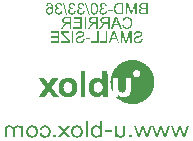
<source format=gbo>
G04*
G04 #@! TF.GenerationSoftware,Altium Limited,Altium Designer,21.6.4 (81)*
G04*
G04 Layer_Color=32896*
%FSLAX44Y44*%
%MOMM*%
G71*
G04*
G04 #@! TF.SameCoordinates,73C44879-B0ED-4A5D-A374-7D9F3B14191D*
G04*
G04*
G04 #@! TF.FilePolarity,Positive*
G04*
G01*
G75*
G36*
X117686Y279343D02*
X117932D01*
X118179Y279325D01*
X118426Y279307D01*
X118514D01*
X118620Y279290D01*
X118743D01*
X118849Y279272D01*
X118955D01*
X119043Y279254D01*
X119078Y279237D01*
Y279219D01*
X119096Y279184D01*
Y279131D01*
X119114Y279025D01*
Y278867D01*
X119131Y278761D01*
Y278655D01*
Y278514D01*
Y278356D01*
Y278338D01*
Y278320D01*
Y278267D01*
Y278197D01*
Y278109D01*
X119149Y278003D01*
Y277880D01*
Y277738D01*
Y277404D01*
X119166Y276998D01*
Y276522D01*
Y275993D01*
Y275976D01*
Y275923D01*
Y275852D01*
Y275729D01*
Y275588D01*
Y275429D01*
Y275235D01*
Y275006D01*
Y274759D01*
Y274513D01*
X119184Y274213D01*
Y273913D01*
Y273261D01*
X119202Y272556D01*
Y272538D01*
Y272468D01*
Y272362D01*
Y272221D01*
Y272027D01*
Y271816D01*
Y271569D01*
Y271287D01*
Y270987D01*
Y270670D01*
Y270317D01*
Y269965D01*
Y269189D01*
Y268378D01*
Y257608D01*
X115183D01*
Y258560D01*
Y258577D01*
Y258630D01*
Y258701D01*
Y258806D01*
Y259036D01*
X115165Y259247D01*
Y259265D01*
Y259300D01*
X115147Y259388D01*
X115130Y259494D01*
Y259512D01*
X115112Y259529D01*
X115077Y259512D01*
X115006Y259441D01*
X114953Y259388D01*
X114883Y259318D01*
X114865D01*
X114848Y259282D01*
X114724Y259194D01*
X114566Y259036D01*
X114372Y258859D01*
X114354Y258842D01*
X114319Y258824D01*
X114266Y258771D01*
X114195Y258701D01*
X114107Y258630D01*
X114002Y258542D01*
X113719Y258330D01*
X113385Y258119D01*
X112997Y257890D01*
X112556Y257678D01*
X112080Y257502D01*
X112062D01*
X112027Y257484D01*
X111939Y257467D01*
X111851Y257449D01*
X111728Y257414D01*
X111587Y257396D01*
X111410Y257361D01*
X111216Y257343D01*
X111022Y257308D01*
X110793Y257290D01*
X110300Y257273D01*
X109771Y257290D01*
X109189Y257343D01*
X109171D01*
X109101Y257361D01*
X109013Y257379D01*
X108872Y257396D01*
X108731Y257432D01*
X108537Y257467D01*
X108325Y257502D01*
X108114Y257572D01*
X107620Y257714D01*
X107109Y257908D01*
X106598Y258137D01*
X106122Y258436D01*
X106104Y258454D01*
X106069Y258472D01*
X105998Y258524D01*
X105910Y258595D01*
X105805Y258683D01*
X105681Y258806D01*
X105558Y258930D01*
X105399Y259088D01*
X105241Y259247D01*
X105082Y259441D01*
X104923Y259635D01*
X104747Y259864D01*
X104571Y260111D01*
X104412Y260375D01*
X104253Y260640D01*
X104095Y260939D01*
Y260957D01*
X104077Y260975D01*
X104059Y261028D01*
X104024Y261098D01*
X103954Y261292D01*
X103848Y261539D01*
X103742Y261838D01*
X103654Y262173D01*
X103548Y262526D01*
X103478Y262914D01*
Y262931D01*
X103460Y262967D01*
Y263020D01*
X103442Y263108D01*
X103425Y263196D01*
X103407Y263319D01*
X103390Y263460D01*
X103372Y263619D01*
X103337Y263971D01*
X103319Y264394D01*
X103284Y264870D01*
Y265382D01*
Y265399D01*
Y265470D01*
Y265576D01*
Y265734D01*
X103301Y265910D01*
Y266104D01*
X103319Y266334D01*
X103354Y266598D01*
X103372Y266862D01*
X103407Y267162D01*
X103495Y267761D01*
X103619Y268361D01*
X103795Y268960D01*
Y268978D01*
X103813Y269030D01*
X103848Y269119D01*
X103883Y269224D01*
X103936Y269348D01*
X104007Y269506D01*
X104077Y269683D01*
X104165Y269859D01*
X104377Y270282D01*
X104641Y270705D01*
X104941Y271146D01*
X105293Y271551D01*
X105311Y271569D01*
X105346Y271604D01*
X105399Y271639D01*
X105470Y271710D01*
X105558Y271798D01*
X105681Y271886D01*
X105946Y272115D01*
X106298Y272344D01*
X106668Y272591D01*
X107109Y272803D01*
X107567Y272997D01*
X107585D01*
X107620Y273014D01*
X107691Y273032D01*
X107797Y273067D01*
X107902Y273102D01*
X108061Y273138D01*
X108220Y273173D01*
X108413Y273208D01*
X108625Y273244D01*
X108854Y273279D01*
X109101Y273314D01*
X109365Y273332D01*
X109930Y273367D01*
X110688D01*
X110776Y273349D01*
X110881D01*
X111005Y273332D01*
X111287Y273296D01*
X111604Y273244D01*
X111939Y273173D01*
X112292Y273085D01*
X112609Y272979D01*
X112644Y272961D01*
X112750Y272926D01*
X112909Y272838D01*
X113103Y272732D01*
X113349Y272574D01*
X113614Y272397D01*
X113913Y272186D01*
X114213Y271921D01*
X114883Y271287D01*
Y279360D01*
X117457D01*
X117686Y279343D01*
D02*
G37*
G36*
X76367Y273085D02*
X76878D01*
X77001Y273067D01*
X77142D01*
X77266Y273050D01*
X77336D01*
X77371Y273032D01*
X77354Y273014D01*
X77336Y272961D01*
X77266Y272873D01*
X77177Y272732D01*
X77107Y272644D01*
X77036Y272521D01*
X76948Y272397D01*
X76842Y272239D01*
X76719Y272062D01*
X76578Y271868D01*
X76561Y271851D01*
X76543Y271816D01*
X76490Y271763D01*
X76437Y271675D01*
X76349Y271569D01*
X76261Y271428D01*
X76155Y271287D01*
X76032Y271128D01*
X75891Y270934D01*
X75750Y270723D01*
X75432Y270282D01*
X75062Y269771D01*
X74657Y269207D01*
X74639Y269189D01*
X74604Y269136D01*
X74551Y269048D01*
X74463Y268942D01*
X74357Y268801D01*
X74251Y268643D01*
X74110Y268466D01*
X73969Y268290D01*
X73670Y267867D01*
X73352Y267409D01*
X73017Y266950D01*
X72718Y266510D01*
X72700Y266492D01*
X72682Y266457D01*
X72647Y266404D01*
X72594Y266333D01*
X72471Y266157D01*
X72330Y265946D01*
X72189Y265734D01*
X72065Y265540D01*
X72013Y265452D01*
X71977Y265399D01*
X71942Y265346D01*
Y265329D01*
X71960Y265311D01*
X71995Y265258D01*
X72065Y265170D01*
X72171Y265029D01*
X72242Y264923D01*
X72330Y264818D01*
X72436Y264676D01*
X72541Y264535D01*
X72665Y264342D01*
X72823Y264148D01*
X72841Y264130D01*
X72859Y264095D01*
X72912Y264024D01*
X72964Y263936D01*
X73053Y263830D01*
X73141Y263707D01*
X73264Y263548D01*
X73387Y263372D01*
X73511Y263178D01*
X73670Y262967D01*
X74004Y262508D01*
X74375Y261979D01*
X74798Y261398D01*
X77671Y257608D01*
X75291Y257643D01*
X72912Y257678D01*
X71237Y259988D01*
Y260005D01*
X71202Y260023D01*
X71166Y260076D01*
X71114Y260146D01*
X70990Y260322D01*
X70814Y260552D01*
X70638Y260798D01*
X70426Y261080D01*
X70215Y261362D01*
X70021Y261627D01*
X70003Y261662D01*
X69932Y261733D01*
X69844Y261856D01*
X69756Y261979D01*
X69650Y262103D01*
X69545Y262226D01*
X69474Y262297D01*
X69439Y262332D01*
X69421D01*
X69404Y262314D01*
X69351Y262262D01*
X69298Y262191D01*
X69192Y262068D01*
X69069Y261909D01*
X68892Y261680D01*
X68875Y261644D01*
X68804Y261556D01*
X68681Y261415D01*
X68540Y261221D01*
X68364Y260975D01*
X68152Y260693D01*
X67905Y260375D01*
X67659Y260023D01*
X65913Y257678D01*
X63428Y257643D01*
X63252D01*
X63058Y257625D01*
X61401D01*
X61260Y257643D01*
X61136D01*
X61013Y257661D01*
X60925D01*
X60890Y257678D01*
X60907Y257696D01*
X60925Y257731D01*
X60995Y257819D01*
X61101Y257960D01*
X61172Y258048D01*
X61242Y258154D01*
X61348Y258295D01*
X61454Y258454D01*
X61595Y258630D01*
X61736Y258824D01*
X61753Y258842D01*
X61771Y258877D01*
X61824Y258948D01*
X61877Y259036D01*
X61965Y259141D01*
X62053Y259282D01*
X62176Y259423D01*
X62300Y259600D01*
X62441Y259794D01*
X62599Y260005D01*
X62934Y260481D01*
X63340Y260992D01*
X63763Y261574D01*
X63780Y261592D01*
X63816Y261644D01*
X63886Y261733D01*
X63974Y261856D01*
X64080Y261997D01*
X64204Y262173D01*
X64327Y262367D01*
X64486Y262561D01*
X64803Y263002D01*
X65138Y263478D01*
X65473Y263936D01*
X65772Y264377D01*
Y264394D01*
X65808Y264430D01*
X65843Y264482D01*
X65878Y264553D01*
X66002Y264729D01*
X66143Y264941D01*
X66266Y265152D01*
X66389Y265346D01*
X66425Y265417D01*
X66460Y265487D01*
X66477Y265540D01*
Y265558D01*
X66460Y265575D01*
X66425Y265611D01*
X66372Y265664D01*
X66301Y265752D01*
X66213Y265875D01*
X66090Y266034D01*
X65931Y266263D01*
X65913Y266298D01*
X65843Y266386D01*
X65755Y266527D01*
X65614Y266704D01*
X65455Y266933D01*
X65279Y267197D01*
X65067Y267479D01*
X64838Y267796D01*
Y267814D01*
X64803Y267832D01*
X64785Y267885D01*
X64732Y267938D01*
X64609Y268114D01*
X64433Y268361D01*
X64239Y268625D01*
X64010Y268960D01*
X63745Y269312D01*
X63463Y269700D01*
X63446Y269718D01*
X63428Y269753D01*
X63393Y269806D01*
X63340Y269877D01*
X63199Y270070D01*
X63005Y270317D01*
X62811Y270582D01*
X62599Y270881D01*
X62388Y271163D01*
X62194Y271428D01*
X62176Y271463D01*
X62106Y271534D01*
X62018Y271657D01*
X61912Y271798D01*
X61789Y271974D01*
X61648Y272150D01*
X61383Y272521D01*
X61365Y272538D01*
X61330Y272591D01*
X61277Y272679D01*
X61207Y272768D01*
X61154Y272856D01*
X61101Y272944D01*
X61066Y272997D01*
X61048Y273032D01*
X61066D01*
X61083Y273050D01*
X61136D01*
X61207Y273067D01*
X61330D01*
X61489Y273085D01*
X63005D01*
X63357Y273067D01*
X65649Y273032D01*
X67288Y270758D01*
Y270740D01*
X67324Y270723D01*
X67359Y270670D01*
X67394Y270599D01*
X67535Y270423D01*
X67694Y270194D01*
X67870Y269947D01*
X68082Y269665D01*
X68275Y269401D01*
X68487Y269136D01*
X68505Y269101D01*
X68575Y269030D01*
X68646Y268925D01*
X68751Y268801D01*
X68840Y268678D01*
X68928Y268572D01*
X68998Y268502D01*
X69033Y268466D01*
X69051D01*
X69069Y268484D01*
X69122Y268519D01*
X69192Y268607D01*
X69280Y268713D01*
X69421Y268872D01*
X69598Y269101D01*
X69615Y269136D01*
X69686Y269224D01*
X69791Y269383D01*
X69932Y269577D01*
X70109Y269824D01*
X70303Y270106D01*
X70532Y270405D01*
X70779Y270758D01*
X72453Y273102D01*
X76067D01*
X76367Y273085D01*
D02*
G37*
G36*
X100499Y268466D02*
Y257608D01*
X96339D01*
Y279360D01*
X100499D01*
Y268466D01*
D02*
G37*
G36*
X86908Y273314D02*
X87348Y273279D01*
X87772Y273244D01*
X87965Y273208D01*
X88142Y273173D01*
X88159D01*
X88230Y273155D01*
X88336Y273120D01*
X88477Y273085D01*
X88653Y273014D01*
X88864Y272944D01*
X89094Y272856D01*
X89340Y272768D01*
X89887Y272503D01*
X90187Y272362D01*
X90469Y272186D01*
X90768Y271992D01*
X91068Y271780D01*
X91350Y271551D01*
X91632Y271304D01*
X91650Y271287D01*
X91703Y271234D01*
X91773Y271163D01*
X91861Y271058D01*
X91985Y270917D01*
X92108Y270758D01*
X92249Y270564D01*
X92408Y270352D01*
X92566Y270123D01*
X92725Y269859D01*
X92884Y269577D01*
X93042Y269277D01*
X93183Y268960D01*
X93324Y268625D01*
X93430Y268272D01*
X93536Y267902D01*
Y267885D01*
Y267867D01*
X93553Y267814D01*
X93571Y267726D01*
X93589Y267638D01*
Y267514D01*
X93606Y267391D01*
X93624Y267232D01*
X93642Y267056D01*
X93659Y266862D01*
X93677Y266651D01*
X93694Y266439D01*
X93712Y265928D01*
X93730Y265346D01*
Y265329D01*
Y265276D01*
Y265188D01*
Y265082D01*
Y264941D01*
X93712Y264782D01*
Y264430D01*
X93677Y264024D01*
X93642Y263601D01*
X93606Y263178D01*
X93536Y262808D01*
Y262790D01*
X93518Y262720D01*
X93483Y262614D01*
X93448Y262473D01*
X93377Y262297D01*
X93307Y262085D01*
X93218Y261856D01*
X93130Y261609D01*
X92866Y261080D01*
X92725Y260798D01*
X92549Y260516D01*
X92372Y260217D01*
X92161Y259935D01*
X91932Y259670D01*
X91685Y259406D01*
X91667Y259388D01*
X91614Y259353D01*
X91544Y259282D01*
X91438Y259194D01*
X91297Y259071D01*
X91138Y258948D01*
X90945Y258806D01*
X90733Y258665D01*
X90486Y258507D01*
X90222Y258348D01*
X89940Y258190D01*
X89640Y258031D01*
X89305Y257890D01*
X88953Y257749D01*
X88582Y257625D01*
X88195Y257520D01*
X88177D01*
X88159Y257502D01*
X88089D01*
X88018Y257484D01*
X87930Y257467D01*
X87824Y257449D01*
X87683Y257414D01*
X87525Y257396D01*
X87366Y257379D01*
X87172Y257343D01*
X86749Y257308D01*
X86256Y257290D01*
X85691Y257273D01*
X85304D01*
X85145Y257290D01*
X84792Y257308D01*
X84387Y257326D01*
X83982Y257379D01*
X83576Y257432D01*
X83206Y257520D01*
X83188D01*
X83118Y257537D01*
X83012Y257572D01*
X82871Y257608D01*
X82695Y257678D01*
X82501Y257731D01*
X82289Y257819D01*
X82043Y257907D01*
X81531Y258154D01*
X80985Y258436D01*
X80438Y258789D01*
X80192Y258983D01*
X79945Y259194D01*
X79927Y259212D01*
X79892Y259247D01*
X79822Y259318D01*
X79733Y259406D01*
X79628Y259529D01*
X79504Y259670D01*
X79381Y259846D01*
X79222Y260040D01*
X79064Y260252D01*
X78905Y260481D01*
X78746Y260746D01*
X78588Y261028D01*
X78429Y261327D01*
X78288Y261644D01*
X78129Y261979D01*
X78006Y262332D01*
X77988Y262350D01*
X77971Y262402D01*
X77935Y262508D01*
X77900Y262632D01*
X77865Y262773D01*
X77830Y262949D01*
X77794Y263125D01*
X77777Y263337D01*
Y263372D01*
Y263442D01*
X77759Y263601D01*
Y263795D01*
Y264077D01*
X77741Y264412D01*
Y264606D01*
Y264818D01*
Y265047D01*
Y265293D01*
Y265311D01*
Y265364D01*
Y265434D01*
Y265523D01*
Y265646D01*
Y265769D01*
Y266069D01*
X77759Y266404D01*
Y266721D01*
X77777Y267038D01*
Y267162D01*
X77794Y267285D01*
Y267321D01*
X77812Y267391D01*
Y267497D01*
X77847Y267656D01*
X77882Y267832D01*
X77918Y268043D01*
X78041Y268502D01*
Y268519D01*
X78059Y268572D01*
X78094Y268660D01*
X78147Y268784D01*
X78200Y268925D01*
X78270Y269101D01*
X78341Y269277D01*
X78447Y269489D01*
X78676Y269930D01*
X78975Y270405D01*
X79328Y270864D01*
X79751Y271322D01*
X79769Y271340D01*
X79804Y271375D01*
X79874Y271428D01*
X79963Y271516D01*
X80086Y271604D01*
X80227Y271710D01*
X80386Y271833D01*
X80580Y271974D01*
X80791Y272115D01*
X81020Y272256D01*
X81267Y272397D01*
X81531Y272538D01*
X81831Y272679D01*
X82131Y272820D01*
X82801Y273067D01*
X82836Y273085D01*
X82871D01*
X82942Y273102D01*
X83012Y273120D01*
X83118Y273138D01*
X83241Y273155D01*
X83382Y273191D01*
X83541Y273208D01*
X83735Y273226D01*
X83946Y273261D01*
X84176Y273279D01*
X84440Y273296D01*
X84722Y273314D01*
X85039Y273332D01*
X86449D01*
X86908Y273314D01*
D02*
G37*
G36*
X142170Y288544D02*
X142188D01*
X142276Y288527D01*
X142382Y288509D01*
X142541Y288491D01*
X142734Y288456D01*
X142964Y288421D01*
X143228Y288368D01*
X143510Y288315D01*
X143827Y288245D01*
X144145Y288174D01*
X144850Y288015D01*
X145573Y287804D01*
X146313Y287575D01*
X146330D01*
X146401Y287540D01*
X146507Y287504D01*
X146648Y287451D01*
X146824Y287381D01*
X147018Y287310D01*
X147247Y287222D01*
X147512Y287116D01*
X147776Y286993D01*
X148076Y286870D01*
X148693Y286570D01*
X149362Y286235D01*
X150015Y285865D01*
X150032Y285847D01*
X150085Y285812D01*
X150191Y285759D01*
X150314Y285689D01*
X150455Y285583D01*
X150632Y285459D01*
X150843Y285318D01*
X151055Y285177D01*
X151548Y284807D01*
X152077Y284402D01*
X152641Y283926D01*
X153188Y283415D01*
X153205Y283397D01*
X153258Y283344D01*
X153329Y283274D01*
X153434Y283168D01*
X153575Y283027D01*
X153716Y282868D01*
X153893Y282692D01*
X154069Y282480D01*
X154281Y282251D01*
X154492Y282004D01*
X154950Y281476D01*
X155409Y280876D01*
X155867Y280242D01*
X155885Y280224D01*
X155920Y280154D01*
X155990Y280048D01*
X156079Y279907D01*
X156184Y279713D01*
X156308Y279501D01*
X156449Y279254D01*
X156607Y278972D01*
X156766Y278673D01*
X156942Y278338D01*
X157119Y277985D01*
X157295Y277633D01*
X157630Y276840D01*
X157947Y276011D01*
Y275993D01*
X157982Y275905D01*
X158018Y275782D01*
X158070Y275623D01*
X158123Y275412D01*
X158194Y275165D01*
X158264Y274883D01*
X158335Y274583D01*
X158423Y274231D01*
X158493Y273878D01*
X158564Y273490D01*
X158652Y273085D01*
X158776Y272239D01*
X158864Y271357D01*
Y271322D01*
Y271252D01*
X158881Y271128D01*
Y270952D01*
Y270740D01*
Y270476D01*
X158899Y270194D01*
X158881Y269877D01*
Y269524D01*
X158864Y269154D01*
X158846Y268766D01*
X158811Y268361D01*
X158723Y267514D01*
X158582Y266633D01*
Y266598D01*
X158564Y266527D01*
X158529Y266404D01*
X158493Y266228D01*
X158458Y266016D01*
X158388Y265769D01*
X158317Y265487D01*
X158247Y265170D01*
X158141Y264835D01*
X158035Y264483D01*
X157788Y263725D01*
X157471Y262914D01*
X157119Y262103D01*
X157101Y262085D01*
X157066Y262015D01*
X157013Y261909D01*
X156942Y261750D01*
X156854Y261574D01*
X156748Y261362D01*
X156607Y261133D01*
X156466Y260869D01*
X156308Y260587D01*
X156131Y260287D01*
X155726Y259653D01*
X155268Y259000D01*
X154774Y258348D01*
X154756Y258330D01*
X154704Y258278D01*
X154633Y258190D01*
X154527Y258066D01*
X154404Y257908D01*
X154245Y257731D01*
X154069Y257537D01*
X153875Y257326D01*
X153646Y257097D01*
X153417Y256850D01*
X152888Y256339D01*
X152306Y255810D01*
X151689Y255299D01*
X151672Y255281D01*
X151619Y255246D01*
X151513Y255175D01*
X151390Y255069D01*
X151231Y254964D01*
X151037Y254823D01*
X150826Y254682D01*
X150579Y254523D01*
X150314Y254347D01*
X150032Y254170D01*
X149715Y253976D01*
X149398Y253800D01*
X148710Y253430D01*
X147970Y253078D01*
X147952Y253060D01*
X147882Y253042D01*
X147776Y252989D01*
X147617Y252936D01*
X147441Y252848D01*
X147229Y252760D01*
X146965Y252672D01*
X146701Y252566D01*
X146383Y252460D01*
X146066Y252337D01*
X145714Y252231D01*
X145343Y252108D01*
X144568Y251896D01*
X143739Y251702D01*
X143722D01*
X143686Y251685D01*
X143598D01*
X143510Y251667D01*
X143369Y251650D01*
X143210Y251614D01*
X143034Y251597D01*
X142823Y251579D01*
X142593Y251544D01*
X142329Y251526D01*
X142029Y251509D01*
X141730Y251473D01*
X141377Y251456D01*
X141025D01*
X140637Y251438D01*
X139667D01*
X139456Y251456D01*
X139209D01*
X138962Y251473D01*
X138398Y251509D01*
X137834Y251544D01*
X137288Y251614D01*
X137023Y251650D01*
X136794Y251702D01*
X136759D01*
X136671Y251738D01*
X136530Y251773D01*
X136336Y251808D01*
X136089Y251879D01*
X135807Y251949D01*
X135490Y252055D01*
X135137Y252161D01*
X134767Y252267D01*
X134361Y252408D01*
X133938Y252549D01*
X133498Y252707D01*
X132616Y253078D01*
X131717Y253501D01*
X131682Y253518D01*
X131611Y253553D01*
X131488Y253624D01*
X131312Y253712D01*
X131118Y253836D01*
X130871Y253976D01*
X130589Y254135D01*
X130289Y254329D01*
X129972Y254523D01*
X129637Y254752D01*
X129285Y254999D01*
X128914Y255263D01*
X128174Y255845D01*
X127451Y256480D01*
X126341Y257608D01*
X128192D01*
Y258348D01*
Y258366D01*
Y258401D01*
Y258472D01*
Y258542D01*
Y258718D01*
X128209Y258895D01*
Y258912D01*
Y258930D01*
X128227Y259018D01*
X128245Y259088D01*
Y259106D01*
X128262Y259124D01*
X128280D01*
X128315Y259106D01*
X128403Y259053D01*
X128527Y258948D01*
X128562Y258912D01*
X128650Y258842D01*
X128773Y258718D01*
X128932Y258560D01*
X128950D01*
X128967Y258524D01*
X129020Y258489D01*
X129091Y258436D01*
X129267Y258295D01*
X129514Y258137D01*
X129813Y257943D01*
X130148Y257766D01*
X130519Y257590D01*
X130906Y257449D01*
X130924D01*
X130959Y257432D01*
X131012Y257414D01*
X131100Y257396D01*
X131206Y257379D01*
X131329Y257343D01*
X131470Y257326D01*
X131629Y257290D01*
X131999Y257255D01*
X132422Y257220D01*
X132916D01*
X133445Y257238D01*
X133533D01*
X133639Y257255D01*
X133762Y257273D01*
X133938Y257290D01*
X134115Y257326D01*
X134344Y257361D01*
X134573Y257414D01*
X135084Y257537D01*
X135631Y257714D01*
X136177Y257960D01*
X136441Y258119D01*
X136688Y258278D01*
X136706Y258295D01*
X136741Y258330D01*
X136812Y258383D01*
X136900Y258454D01*
X137006Y258542D01*
X137129Y258665D01*
X137270Y258806D01*
X137411Y258948D01*
X137570Y259124D01*
X137728Y259318D01*
X137869Y259529D01*
X138028Y259758D01*
X138310Y260270D01*
X138433Y260534D01*
X138539Y260834D01*
Y260851D01*
X138557Y260922D01*
X138592Y261028D01*
X138610Y261204D01*
X138645Y261415D01*
X138680Y261697D01*
X138715Y262032D01*
X138733Y262420D01*
Y262438D01*
Y262473D01*
Y262561D01*
Y262667D01*
X138751Y262808D01*
Y262984D01*
Y263213D01*
X138768Y263478D01*
Y263778D01*
X138786Y264130D01*
Y264535D01*
X138804Y264994D01*
Y265487D01*
X138821Y266051D01*
Y266668D01*
X138839Y267338D01*
X138874Y273102D01*
X134555Y273032D01*
Y268466D01*
Y268449D01*
Y268431D01*
Y268378D01*
Y268308D01*
Y268132D01*
Y267902D01*
Y267620D01*
Y267285D01*
Y266933D01*
X134538Y266563D01*
Y265769D01*
X134520Y265364D01*
Y264994D01*
X134502Y264624D01*
Y264289D01*
X134485Y263989D01*
X134467Y263725D01*
Y263707D01*
Y263672D01*
X134450Y263601D01*
Y263531D01*
X134414Y263319D01*
X134379Y263055D01*
X134309Y262790D01*
X134238Y262508D01*
X134132Y262262D01*
X134079Y262156D01*
X134026Y262068D01*
X134009Y262050D01*
X133956Y261979D01*
X133868Y261874D01*
X133780Y261768D01*
X133656Y261627D01*
X133515Y261504D01*
X133374Y261398D01*
X133216Y261310D01*
X133198D01*
X133145Y261274D01*
X133039Y261257D01*
X132898Y261221D01*
X132722Y261169D01*
X132493Y261133D01*
X132228Y261098D01*
X131911Y261063D01*
X131576D01*
X131453Y261080D01*
X131171Y261098D01*
X130836Y261133D01*
X130483Y261204D01*
X130148Y261292D01*
X129849Y261415D01*
X129831D01*
X129813Y261433D01*
X129725Y261486D01*
X129584Y261592D01*
X129408Y261733D01*
X129214Y261927D01*
X129020Y262173D01*
X128826Y262455D01*
X128650Y262808D01*
Y262826D01*
X128632Y262878D01*
X128597Y262967D01*
X128562Y263108D01*
X128527Y263284D01*
X128491Y263495D01*
X128456Y263760D01*
X128439Y264060D01*
Y264077D01*
Y264112D01*
Y264165D01*
X128421Y264253D01*
Y264377D01*
Y264518D01*
Y264694D01*
X128403Y264923D01*
Y265170D01*
X128386Y265470D01*
Y265822D01*
Y266210D01*
X128368Y266633D01*
Y267109D01*
X128350Y267656D01*
Y268237D01*
X128315Y273102D01*
X124032D01*
Y266968D01*
Y260869D01*
X123556Y261803D01*
Y261821D01*
X123538Y261856D01*
X123503Y261909D01*
X123468Y261979D01*
X123415Y262068D01*
X123362Y262191D01*
X123309Y262314D01*
X123238Y262473D01*
X123080Y262826D01*
X122921Y263231D01*
X122745Y263707D01*
X122569Y264218D01*
Y264236D01*
X122551Y264289D01*
X122516Y264359D01*
X122498Y264465D01*
X122445Y264588D01*
X122410Y264747D01*
X122357Y264906D01*
X122304Y265100D01*
X122198Y265505D01*
X122093Y265946D01*
X121987Y266404D01*
X121916Y266862D01*
Y266880D01*
X121899Y266915D01*
Y266986D01*
X121881Y267091D01*
X121863Y267215D01*
X121846Y267356D01*
X121828Y267532D01*
X121793Y267726D01*
X121775Y267938D01*
X121758Y268184D01*
X121740Y268431D01*
X121722Y268713D01*
X121705Y269013D01*
Y269312D01*
X121687Y269982D01*
Y270000D01*
Y270070D01*
Y270159D01*
Y270300D01*
Y270458D01*
X121705Y270635D01*
Y270846D01*
X121722Y271075D01*
X121740Y271569D01*
X121775Y272080D01*
X121846Y272609D01*
X121916Y273102D01*
Y273138D01*
X121934Y273226D01*
X121969Y273384D01*
X122004Y273596D01*
X122057Y273843D01*
X122128Y274142D01*
X122216Y274477D01*
X122304Y274848D01*
X122428Y275253D01*
X122551Y275676D01*
X122692Y276117D01*
X122851Y276575D01*
X123027Y277051D01*
X123221Y277509D01*
X123432Y277985D01*
X123661Y278461D01*
X123679Y278496D01*
X123714Y278567D01*
X123802Y278708D01*
X123891Y278884D01*
X124014Y279096D01*
X124173Y279360D01*
X124349Y279642D01*
X124560Y279960D01*
X124772Y280294D01*
X125019Y280647D01*
X125301Y281017D01*
X125583Y281405D01*
X125883Y281793D01*
X126200Y282181D01*
X126905Y282939D01*
X126923Y282956D01*
X126993Y283027D01*
X127099Y283133D01*
X127240Y283274D01*
X127434Y283450D01*
X127645Y283644D01*
X127892Y283873D01*
X128174Y284102D01*
X128491Y284366D01*
X128826Y284631D01*
X129197Y284913D01*
X129567Y285195D01*
X129990Y285477D01*
X130413Y285759D01*
X131312Y286306D01*
X131347Y286323D01*
X131418Y286358D01*
X131559Y286429D01*
X131753Y286535D01*
X131982Y286640D01*
X132264Y286782D01*
X132581Y286922D01*
X132934Y287064D01*
X133321Y287222D01*
X133744Y287398D01*
X134185Y287557D01*
X134661Y287716D01*
X135155Y287874D01*
X135648Y288015D01*
X136177Y288156D01*
X136706Y288280D01*
X136741D01*
X136794Y288297D01*
X136865D01*
X136953Y288315D01*
X137076Y288333D01*
X137199Y288350D01*
X137358Y288368D01*
X137552Y288386D01*
X137746Y288403D01*
X137975Y288421D01*
X138222Y288438D01*
X138504Y288456D01*
X138804Y288474D01*
X139138Y288491D01*
X139491Y288509D01*
X139579D01*
X139667Y288527D01*
X139967D01*
X140143Y288544D01*
X140337D01*
X140549Y288562D01*
X142012D01*
X142170Y288544D01*
D02*
G37*
G36*
X115878Y336920D02*
X116082Y336899D01*
X116279Y336863D01*
X116462Y336821D01*
X116631Y336772D01*
X116786Y336716D01*
X116934Y336659D01*
X117067Y336596D01*
X117187Y336533D01*
X117293Y336476D01*
X117384Y336420D01*
X117462Y336371D01*
X117525Y336329D01*
X117567Y336293D01*
X117595Y336272D01*
X117602Y336265D01*
X117743Y336139D01*
X117870Y335998D01*
X117982Y335850D01*
X118081Y335695D01*
X118172Y335541D01*
X118257Y335386D01*
X118327Y335231D01*
X118390Y335083D01*
X118439Y334943D01*
X118482Y334816D01*
X118517Y334703D01*
X118545Y334598D01*
X118566Y334514D01*
X118580Y334457D01*
X118594Y334415D01*
Y334408D01*
Y334401D01*
X117398Y334190D01*
X117370Y334352D01*
X117335Y334499D01*
X117300Y334633D01*
X117250Y334760D01*
X117208Y334879D01*
X117152Y334985D01*
X117103Y335083D01*
X117053Y335175D01*
X117004Y335245D01*
X116962Y335316D01*
X116920Y335372D01*
X116884Y335414D01*
X116849Y335449D01*
X116828Y335477D01*
X116814Y335491D01*
X116807Y335499D01*
X116716Y335576D01*
X116624Y335646D01*
X116526Y335703D01*
X116427Y335752D01*
X116329Y335801D01*
X116237Y335836D01*
X116054Y335885D01*
X115970Y335906D01*
X115892Y335921D01*
X115822Y335928D01*
X115759Y335935D01*
X115717Y335942D01*
X115646D01*
X115520Y335935D01*
X115393Y335921D01*
X115280Y335900D01*
X115168Y335871D01*
X115069Y335843D01*
X114971Y335801D01*
X114886Y335766D01*
X114809Y335724D01*
X114739Y335681D01*
X114675Y335646D01*
X114626Y335604D01*
X114577Y335576D01*
X114542Y335548D01*
X114521Y335527D01*
X114506Y335513D01*
X114499Y335505D01*
X114422Y335421D01*
X114352Y335337D01*
X114288Y335245D01*
X114239Y335154D01*
X114197Y335062D01*
X114162Y334971D01*
X114105Y334802D01*
X114084Y334725D01*
X114070Y334654D01*
X114063Y334584D01*
X114056Y334535D01*
X114049Y334485D01*
Y334450D01*
Y334429D01*
Y334422D01*
X114056Y334274D01*
X114077Y334133D01*
X114105Y334000D01*
X114148Y333880D01*
X114190Y333768D01*
X114239Y333669D01*
X114295Y333578D01*
X114352Y333493D01*
X114415Y333423D01*
X114464Y333360D01*
X114521Y333310D01*
X114563Y333268D01*
X114605Y333233D01*
X114633Y333212D01*
X114654Y333198D01*
X114661Y333191D01*
X114774Y333120D01*
X114893Y333064D01*
X115013Y333008D01*
X115133Y332966D01*
X115365Y332895D01*
X115470Y332867D01*
X115576Y332846D01*
X115674Y332832D01*
X115759Y332818D01*
X115836Y332811D01*
X115906Y332804D01*
X115956Y332797D01*
X116089D01*
X116153Y332804D01*
X116181D01*
X116202Y332811D01*
X116223D01*
X116357Y331763D01*
X116174Y331805D01*
X116012Y331833D01*
X115871Y331861D01*
X115745Y331875D01*
X115646Y331882D01*
X115576Y331889D01*
X115513D01*
X115358Y331882D01*
X115217Y331868D01*
X115076Y331840D01*
X114950Y331805D01*
X114830Y331763D01*
X114718Y331720D01*
X114612Y331671D01*
X114521Y331622D01*
X114436Y331572D01*
X114359Y331523D01*
X114295Y331481D01*
X114246Y331439D01*
X114204Y331404D01*
X114169Y331376D01*
X114155Y331361D01*
X114148Y331354D01*
X114049Y331249D01*
X113972Y331143D01*
X113894Y331031D01*
X113831Y330918D01*
X113782Y330806D01*
X113740Y330693D01*
X113704Y330580D01*
X113676Y330475D01*
X113648Y330376D01*
X113634Y330285D01*
X113620Y330201D01*
X113613Y330137D01*
X113606Y330074D01*
Y330032D01*
Y330004D01*
Y329996D01*
X113613Y329842D01*
X113634Y329687D01*
X113662Y329546D01*
X113697Y329412D01*
X113740Y329279D01*
X113789Y329166D01*
X113845Y329054D01*
X113894Y328955D01*
X113951Y328864D01*
X114007Y328786D01*
X114056Y328716D01*
X114098Y328660D01*
X114134Y328610D01*
X114162Y328582D01*
X114183Y328561D01*
X114190Y328554D01*
X114302Y328449D01*
X114415Y328364D01*
X114535Y328287D01*
X114654Y328216D01*
X114774Y328160D01*
X114893Y328111D01*
X115013Y328076D01*
X115119Y328041D01*
X115224Y328019D01*
X115316Y327998D01*
X115400Y327991D01*
X115477Y327977D01*
X115534D01*
X115583Y327970D01*
X115618D01*
X115752Y327977D01*
X115871Y327991D01*
X115991Y328012D01*
X116104Y328041D01*
X116209Y328076D01*
X116308Y328111D01*
X116399Y328153D01*
X116483Y328195D01*
X116561Y328231D01*
X116624Y328273D01*
X116687Y328308D01*
X116730Y328343D01*
X116772Y328371D01*
X116800Y328392D01*
X116814Y328406D01*
X116821Y328413D01*
X116913Y328505D01*
X116990Y328603D01*
X117067Y328716D01*
X117138Y328836D01*
X117257Y329075D01*
X117356Y329321D01*
X117391Y329434D01*
X117426Y329539D01*
X117454Y329631D01*
X117476Y329715D01*
X117497Y329785D01*
X117511Y329842D01*
X117518Y329870D01*
Y329884D01*
X118714Y329722D01*
X118686Y329497D01*
X118644Y329286D01*
X118580Y329089D01*
X118517Y328899D01*
X118439Y328723D01*
X118362Y328561D01*
X118278Y328406D01*
X118193Y328273D01*
X118109Y328153D01*
X118031Y328048D01*
X117954Y327956D01*
X117891Y327879D01*
X117834Y327815D01*
X117792Y327773D01*
X117764Y327745D01*
X117757Y327738D01*
X117595Y327604D01*
X117419Y327485D01*
X117243Y327386D01*
X117067Y327302D01*
X116884Y327224D01*
X116709Y327161D01*
X116533Y327112D01*
X116371Y327077D01*
X116216Y327041D01*
X116075Y327020D01*
X115949Y326999D01*
X115836Y326992D01*
X115752Y326985D01*
X115681Y326978D01*
X115625D01*
X115365Y326985D01*
X115119Y327013D01*
X114879Y327062D01*
X114661Y327119D01*
X114450Y327182D01*
X114260Y327259D01*
X114077Y327337D01*
X113915Y327421D01*
X113775Y327506D01*
X113641Y327583D01*
X113535Y327661D01*
X113444Y327724D01*
X113367Y327780D01*
X113317Y327829D01*
X113289Y327858D01*
X113275Y327865D01*
X113113Y328033D01*
X112966Y328209D01*
X112839Y328392D01*
X112733Y328575D01*
X112642Y328758D01*
X112564Y328941D01*
X112508Y329110D01*
X112459Y329279D01*
X112417Y329434D01*
X112389Y329574D01*
X112367Y329701D01*
X112353Y329813D01*
X112346Y329898D01*
X112339Y329968D01*
Y330010D01*
Y330025D01*
X112346Y330201D01*
X112360Y330362D01*
X112382Y330517D01*
X112417Y330665D01*
X112452Y330806D01*
X112487Y330932D01*
X112536Y331052D01*
X112579Y331164D01*
X112621Y331263D01*
X112663Y331347D01*
X112705Y331418D01*
X112740Y331481D01*
X112776Y331530D01*
X112797Y331566D01*
X112811Y331587D01*
X112818Y331594D01*
X112909Y331706D01*
X113015Y331812D01*
X113120Y331903D01*
X113226Y331988D01*
X113338Y332065D01*
X113451Y332128D01*
X113564Y332192D01*
X113669Y332241D01*
X113768Y332290D01*
X113859Y332325D01*
X113944Y332360D01*
X114021Y332382D01*
X114077Y332403D01*
X114127Y332417D01*
X114155Y332424D01*
X114162D01*
X114042Y332480D01*
X113930Y332543D01*
X113824Y332614D01*
X113726Y332677D01*
X113634Y332747D01*
X113557Y332818D01*
X113479Y332881D01*
X113416Y332944D01*
X113353Y333008D01*
X113303Y333064D01*
X113261Y333113D01*
X113226Y333156D01*
X113198Y333191D01*
X113177Y333219D01*
X113170Y333233D01*
X113163Y333240D01*
X113099Y333339D01*
X113050Y333437D01*
X113001Y333543D01*
X112966Y333641D01*
X112902Y333831D01*
X112860Y334014D01*
X112846Y334091D01*
X112839Y334169D01*
X112825Y334232D01*
Y334288D01*
X112818Y334330D01*
Y334366D01*
Y334387D01*
Y334394D01*
X112825Y334520D01*
X112832Y334640D01*
X112874Y334872D01*
X112930Y335083D01*
X112966Y335175D01*
X112994Y335266D01*
X113029Y335351D01*
X113064Y335421D01*
X113092Y335491D01*
X113120Y335541D01*
X113141Y335590D01*
X113163Y335618D01*
X113170Y335639D01*
X113177Y335646D01*
X113247Y335752D01*
X113324Y335857D01*
X113486Y336040D01*
X113655Y336202D01*
X113824Y336336D01*
X113901Y336392D01*
X113972Y336441D01*
X114035Y336483D01*
X114091Y336519D01*
X114141Y336547D01*
X114176Y336568D01*
X114197Y336575D01*
X114204Y336582D01*
X114331Y336645D01*
X114457Y336695D01*
X114584Y336744D01*
X114718Y336779D01*
X114964Y336842D01*
X115076Y336863D01*
X115189Y336884D01*
X115287Y336899D01*
X115379Y336906D01*
X115463Y336920D01*
X115534D01*
X115590Y336927D01*
X115667D01*
X115878Y336920D01*
D02*
G37*
G36*
X96973Y336920D02*
X97177Y336899D01*
X97374Y336863D01*
X97557Y336821D01*
X97726Y336772D01*
X97881Y336716D01*
X98029Y336659D01*
X98162Y336596D01*
X98282Y336533D01*
X98387Y336476D01*
X98479Y336420D01*
X98556Y336371D01*
X98620Y336329D01*
X98662Y336293D01*
X98690Y336272D01*
X98697Y336265D01*
X98838Y336139D01*
X98964Y335998D01*
X99077Y335850D01*
X99175Y335695D01*
X99267Y335541D01*
X99351Y335386D01*
X99422Y335231D01*
X99485Y335083D01*
X99534Y334943D01*
X99577Y334816D01*
X99612Y334703D01*
X99640Y334598D01*
X99661Y334513D01*
X99675Y334457D01*
X99689Y334415D01*
Y334408D01*
Y334401D01*
X98493Y334190D01*
X98465Y334352D01*
X98430Y334499D01*
X98394Y334633D01*
X98345Y334760D01*
X98303Y334879D01*
X98247Y334985D01*
X98197Y335083D01*
X98148Y335175D01*
X98099Y335245D01*
X98057Y335316D01*
X98014Y335372D01*
X97979Y335414D01*
X97944Y335449D01*
X97923Y335477D01*
X97909Y335491D01*
X97902Y335498D01*
X97810Y335576D01*
X97719Y335646D01*
X97620Y335703D01*
X97522Y335752D01*
X97423Y335801D01*
X97332Y335836D01*
X97149Y335885D01*
X97065Y335906D01*
X96987Y335921D01*
X96917Y335928D01*
X96854Y335935D01*
X96811Y335942D01*
X96741D01*
X96614Y335935D01*
X96488Y335921D01*
X96375Y335900D01*
X96263Y335871D01*
X96164Y335843D01*
X96066Y335801D01*
X95981Y335766D01*
X95904Y335724D01*
X95833Y335681D01*
X95770Y335646D01*
X95721Y335604D01*
X95672Y335576D01*
X95636Y335548D01*
X95615Y335527D01*
X95601Y335513D01*
X95594Y335505D01*
X95517Y335421D01*
X95446Y335337D01*
X95383Y335245D01*
X95334Y335154D01*
X95292Y335062D01*
X95257Y334971D01*
X95200Y334802D01*
X95179Y334725D01*
X95165Y334654D01*
X95158Y334584D01*
X95151Y334534D01*
X95144Y334485D01*
Y334450D01*
Y334429D01*
Y334422D01*
X95151Y334274D01*
X95172Y334133D01*
X95200Y334000D01*
X95242Y333880D01*
X95285Y333768D01*
X95334Y333669D01*
X95390Y333578D01*
X95446Y333493D01*
X95510Y333423D01*
X95559Y333360D01*
X95615Y333310D01*
X95658Y333268D01*
X95700Y333233D01*
X95728Y333212D01*
X95749Y333198D01*
X95756Y333191D01*
X95869Y333120D01*
X95988Y333064D01*
X96108Y333008D01*
X96227Y332966D01*
X96460Y332895D01*
X96565Y332867D01*
X96671Y332846D01*
X96769Y332832D01*
X96854Y332818D01*
X96931Y332811D01*
X97001Y332804D01*
X97051Y332797D01*
X97184D01*
X97248Y332804D01*
X97276D01*
X97297Y332811D01*
X97318D01*
X97452Y331762D01*
X97269Y331805D01*
X97107Y331833D01*
X96966Y331861D01*
X96840Y331875D01*
X96741Y331882D01*
X96671Y331889D01*
X96607D01*
X96453Y331882D01*
X96312Y331868D01*
X96171Y331840D01*
X96045Y331805D01*
X95925Y331762D01*
X95812Y331720D01*
X95707Y331671D01*
X95615Y331622D01*
X95531Y331572D01*
X95454Y331523D01*
X95390Y331481D01*
X95341Y331439D01*
X95299Y331404D01*
X95264Y331376D01*
X95249Y331361D01*
X95242Y331354D01*
X95144Y331249D01*
X95066Y331143D01*
X94989Y331031D01*
X94926Y330918D01*
X94876Y330806D01*
X94834Y330693D01*
X94799Y330580D01*
X94771Y330475D01*
X94743Y330376D01*
X94729Y330285D01*
X94715Y330201D01*
X94708Y330137D01*
X94701Y330074D01*
Y330032D01*
Y330004D01*
Y329996D01*
X94708Y329842D01*
X94729Y329687D01*
X94757Y329546D01*
X94792Y329412D01*
X94834Y329279D01*
X94884Y329166D01*
X94940Y329054D01*
X94989Y328955D01*
X95045Y328864D01*
X95102Y328786D01*
X95151Y328716D01*
X95193Y328660D01*
X95228Y328610D01*
X95257Y328582D01*
X95278Y328561D01*
X95285Y328554D01*
X95397Y328449D01*
X95510Y328364D01*
X95629Y328287D01*
X95749Y328216D01*
X95869Y328160D01*
X95988Y328111D01*
X96108Y328076D01*
X96213Y328041D01*
X96319Y328019D01*
X96410Y327998D01*
X96495Y327991D01*
X96572Y327977D01*
X96629D01*
X96678Y327970D01*
X96713D01*
X96847Y327977D01*
X96966Y327991D01*
X97086Y328012D01*
X97198Y328041D01*
X97304Y328076D01*
X97402Y328111D01*
X97494Y328153D01*
X97578Y328195D01*
X97656Y328231D01*
X97719Y328273D01*
X97782Y328308D01*
X97824Y328343D01*
X97867Y328371D01*
X97895Y328392D01*
X97909Y328406D01*
X97916Y328413D01*
X98007Y328505D01*
X98085Y328603D01*
X98162Y328716D01*
X98233Y328835D01*
X98352Y329075D01*
X98451Y329321D01*
X98486Y329434D01*
X98521Y329539D01*
X98549Y329631D01*
X98570Y329715D01*
X98591Y329785D01*
X98605Y329842D01*
X98613Y329870D01*
Y329884D01*
X99809Y329722D01*
X99781Y329497D01*
X99738Y329286D01*
X99675Y329089D01*
X99612Y328899D01*
X99534Y328723D01*
X99457Y328561D01*
X99372Y328406D01*
X99288Y328273D01*
X99204Y328153D01*
X99126Y328047D01*
X99049Y327956D01*
X98986Y327879D01*
X98929Y327815D01*
X98887Y327773D01*
X98859Y327745D01*
X98852Y327738D01*
X98690Y327604D01*
X98514Y327485D01*
X98338Y327386D01*
X98162Y327302D01*
X97979Y327224D01*
X97803Y327161D01*
X97627Y327112D01*
X97466Y327077D01*
X97311Y327041D01*
X97170Y327020D01*
X97044Y326999D01*
X96931Y326992D01*
X96847Y326985D01*
X96776Y326978D01*
X96720D01*
X96460Y326985D01*
X96213Y327013D01*
X95974Y327062D01*
X95756Y327119D01*
X95545Y327182D01*
X95355Y327259D01*
X95172Y327337D01*
X95010Y327421D01*
X94869Y327506D01*
X94736Y327583D01*
X94630Y327661D01*
X94539Y327724D01*
X94461Y327780D01*
X94412Y327829D01*
X94384Y327858D01*
X94370Y327865D01*
X94208Y328033D01*
X94060Y328209D01*
X93934Y328392D01*
X93828Y328575D01*
X93737Y328758D01*
X93659Y328941D01*
X93603Y329110D01*
X93554Y329279D01*
X93512Y329434D01*
X93483Y329574D01*
X93462Y329701D01*
X93448Y329813D01*
X93441Y329898D01*
X93434Y329968D01*
Y330010D01*
Y330025D01*
X93441Y330201D01*
X93455Y330362D01*
X93476Y330517D01*
X93512Y330665D01*
X93547Y330806D01*
X93582Y330932D01*
X93631Y331052D01*
X93673Y331164D01*
X93716Y331263D01*
X93758Y331347D01*
X93800Y331418D01*
X93835Y331481D01*
X93870Y331530D01*
X93891Y331565D01*
X93906Y331586D01*
X93913Y331594D01*
X94004Y331706D01*
X94110Y331812D01*
X94215Y331903D01*
X94321Y331988D01*
X94433Y332065D01*
X94546Y332128D01*
X94658Y332192D01*
X94764Y332241D01*
X94862Y332290D01*
X94954Y332325D01*
X95038Y332360D01*
X95116Y332382D01*
X95172Y332403D01*
X95221Y332417D01*
X95249Y332424D01*
X95257D01*
X95137Y332480D01*
X95024Y332543D01*
X94919Y332614D01*
X94820Y332677D01*
X94729Y332747D01*
X94651Y332818D01*
X94574Y332881D01*
X94511Y332944D01*
X94447Y333008D01*
X94398Y333064D01*
X94356Y333113D01*
X94321Y333156D01*
X94293Y333191D01*
X94271Y333219D01*
X94264Y333233D01*
X94257Y333240D01*
X94194Y333338D01*
X94145Y333437D01*
X94096Y333543D01*
X94060Y333641D01*
X93997Y333831D01*
X93955Y334014D01*
X93941Y334091D01*
X93934Y334169D01*
X93920Y334232D01*
Y334288D01*
X93913Y334330D01*
Y334366D01*
Y334387D01*
Y334394D01*
X93920Y334520D01*
X93927Y334640D01*
X93969Y334872D01*
X94025Y335083D01*
X94060Y335175D01*
X94088Y335266D01*
X94124Y335351D01*
X94159Y335421D01*
X94187Y335491D01*
X94215Y335541D01*
X94236Y335590D01*
X94257Y335618D01*
X94264Y335639D01*
X94271Y335646D01*
X94342Y335752D01*
X94419Y335857D01*
X94581Y336040D01*
X94750Y336202D01*
X94919Y336336D01*
X94996Y336392D01*
X95066Y336441D01*
X95130Y336483D01*
X95186Y336519D01*
X95235Y336547D01*
X95271Y336568D01*
X95292Y336575D01*
X95299Y336582D01*
X95425Y336645D01*
X95552Y336694D01*
X95679Y336744D01*
X95812Y336779D01*
X96059Y336842D01*
X96171Y336863D01*
X96284Y336884D01*
X96382Y336899D01*
X96474Y336906D01*
X96558Y336920D01*
X96629D01*
X96685Y336927D01*
X96762D01*
X96973Y336920D01*
D02*
G37*
G36*
X89410D02*
X89614Y336899D01*
X89811Y336863D01*
X89994Y336821D01*
X90163Y336772D01*
X90317Y336716D01*
X90465Y336659D01*
X90599Y336596D01*
X90718Y336533D01*
X90824Y336476D01*
X90915Y336420D01*
X90993Y336371D01*
X91056Y336329D01*
X91098Y336293D01*
X91126Y336272D01*
X91133Y336265D01*
X91274Y336139D01*
X91401Y335998D01*
X91513Y335850D01*
X91612Y335695D01*
X91703Y335541D01*
X91788Y335386D01*
X91858Y335231D01*
X91922Y335083D01*
X91971Y334943D01*
X92013Y334816D01*
X92048Y334703D01*
X92076Y334598D01*
X92097Y334513D01*
X92112Y334457D01*
X92126Y334415D01*
Y334408D01*
Y334401D01*
X90929Y334190D01*
X90901Y334352D01*
X90866Y334499D01*
X90831Y334633D01*
X90782Y334760D01*
X90739Y334879D01*
X90683Y334985D01*
X90634Y335083D01*
X90585Y335175D01*
X90535Y335245D01*
X90493Y335316D01*
X90451Y335372D01*
X90416Y335414D01*
X90381Y335449D01*
X90360Y335477D01*
X90345Y335491D01*
X90338Y335498D01*
X90247Y335576D01*
X90155Y335646D01*
X90057Y335703D01*
X89958Y335752D01*
X89860Y335801D01*
X89769Y335836D01*
X89586Y335885D01*
X89501Y335906D01*
X89424Y335921D01*
X89353Y335928D01*
X89290Y335935D01*
X89248Y335942D01*
X89178D01*
X89051Y335935D01*
X88924Y335921D01*
X88812Y335900D01*
X88699Y335871D01*
X88601Y335843D01*
X88502Y335801D01*
X88418Y335766D01*
X88340Y335724D01*
X88270Y335681D01*
X88207Y335646D01*
X88157Y335604D01*
X88108Y335576D01*
X88073Y335548D01*
X88052Y335527D01*
X88038Y335513D01*
X88031Y335505D01*
X87953Y335421D01*
X87883Y335337D01*
X87820Y335245D01*
X87770Y335154D01*
X87728Y335062D01*
X87693Y334971D01*
X87637Y334802D01*
X87616Y334725D01*
X87601Y334654D01*
X87594Y334584D01*
X87587Y334534D01*
X87580Y334485D01*
Y334450D01*
Y334429D01*
Y334422D01*
X87587Y334274D01*
X87609Y334133D01*
X87637Y334000D01*
X87679Y333880D01*
X87721Y333768D01*
X87770Y333669D01*
X87827Y333578D01*
X87883Y333493D01*
X87946Y333423D01*
X87996Y333360D01*
X88052Y333310D01*
X88094Y333268D01*
X88136Y333233D01*
X88164Y333212D01*
X88186Y333198D01*
X88193Y333191D01*
X88305Y333120D01*
X88425Y333064D01*
X88544Y333008D01*
X88664Y332966D01*
X88896Y332895D01*
X89002Y332867D01*
X89107Y332846D01*
X89206Y332832D01*
X89290Y332818D01*
X89368Y332811D01*
X89438Y332804D01*
X89487Y332797D01*
X89621D01*
X89684Y332804D01*
X89712D01*
X89733Y332811D01*
X89754D01*
X89888Y331762D01*
X89705Y331805D01*
X89543Y331833D01*
X89403Y331861D01*
X89276Y331875D01*
X89178Y331882D01*
X89107Y331889D01*
X89044D01*
X88889Y331882D01*
X88748Y331868D01*
X88608Y331840D01*
X88481Y331805D01*
X88361Y331762D01*
X88249Y331720D01*
X88143Y331671D01*
X88052Y331622D01*
X87967Y331572D01*
X87890Y331523D01*
X87827Y331481D01*
X87777Y331439D01*
X87735Y331404D01*
X87700Y331376D01*
X87686Y331361D01*
X87679Y331354D01*
X87580Y331249D01*
X87503Y331143D01*
X87426Y331031D01*
X87362Y330918D01*
X87313Y330806D01*
X87271Y330693D01*
X87236Y330580D01*
X87207Y330475D01*
X87179Y330376D01*
X87165Y330285D01*
X87151Y330201D01*
X87144Y330137D01*
X87137Y330074D01*
Y330032D01*
Y330004D01*
Y329996D01*
X87144Y329842D01*
X87165Y329687D01*
X87193Y329546D01*
X87229Y329412D01*
X87271Y329279D01*
X87320Y329166D01*
X87376Y329054D01*
X87426Y328955D01*
X87482Y328864D01*
X87538Y328786D01*
X87587Y328716D01*
X87630Y328660D01*
X87665Y328610D01*
X87693Y328582D01*
X87714Y328561D01*
X87721Y328554D01*
X87834Y328449D01*
X87946Y328364D01*
X88066Y328287D01*
X88186Y328216D01*
X88305Y328160D01*
X88425Y328111D01*
X88544Y328076D01*
X88650Y328041D01*
X88755Y328019D01*
X88847Y327998D01*
X88931Y327991D01*
X89009Y327977D01*
X89065D01*
X89114Y327970D01*
X89149D01*
X89283Y327977D01*
X89403Y327991D01*
X89522Y328012D01*
X89635Y328041D01*
X89740Y328076D01*
X89839Y328111D01*
X89930Y328153D01*
X90015Y328195D01*
X90092Y328231D01*
X90155Y328273D01*
X90219Y328308D01*
X90261Y328343D01*
X90303Y328371D01*
X90331Y328392D01*
X90345Y328406D01*
X90352Y328413D01*
X90444Y328505D01*
X90521Y328603D01*
X90599Y328716D01*
X90669Y328835D01*
X90789Y329075D01*
X90887Y329321D01*
X90922Y329434D01*
X90958Y329539D01*
X90986Y329631D01*
X91007Y329715D01*
X91028Y329785D01*
X91042Y329842D01*
X91049Y329870D01*
Y329884D01*
X92245Y329722D01*
X92217Y329497D01*
X92175Y329286D01*
X92112Y329089D01*
X92048Y328899D01*
X91971Y328723D01*
X91893Y328561D01*
X91809Y328406D01*
X91725Y328273D01*
X91640Y328153D01*
X91563Y328047D01*
X91485Y327956D01*
X91422Y327879D01*
X91366Y327815D01*
X91323Y327773D01*
X91295Y327745D01*
X91288Y327738D01*
X91126Y327604D01*
X90951Y327485D01*
X90775Y327386D01*
X90599Y327302D01*
X90416Y327224D01*
X90240Y327161D01*
X90064Y327112D01*
X89902Y327077D01*
X89747Y327041D01*
X89607Y327020D01*
X89480Y326999D01*
X89368Y326992D01*
X89283Y326985D01*
X89213Y326978D01*
X89156D01*
X88896Y326985D01*
X88650Y327013D01*
X88411Y327062D01*
X88193Y327119D01*
X87982Y327182D01*
X87792Y327259D01*
X87609Y327337D01*
X87447Y327421D01*
X87306Y327506D01*
X87172Y327583D01*
X87067Y327661D01*
X86975Y327724D01*
X86898Y327780D01*
X86849Y327829D01*
X86821Y327858D01*
X86806Y327865D01*
X86645Y328033D01*
X86497Y328209D01*
X86370Y328392D01*
X86265Y328575D01*
X86173Y328758D01*
X86096Y328941D01*
X86040Y329110D01*
X85990Y329279D01*
X85948Y329434D01*
X85920Y329574D01*
X85899Y329701D01*
X85885Y329813D01*
X85878Y329898D01*
X85871Y329968D01*
Y330010D01*
Y330025D01*
X85878Y330201D01*
X85892Y330362D01*
X85913Y330517D01*
X85948Y330665D01*
X85983Y330806D01*
X86018Y330932D01*
X86068Y331052D01*
X86110Y331164D01*
X86152Y331263D01*
X86194Y331347D01*
X86237Y331418D01*
X86272Y331481D01*
X86307Y331530D01*
X86328Y331565D01*
X86342Y331586D01*
X86349Y331594D01*
X86441Y331706D01*
X86546Y331812D01*
X86652Y331903D01*
X86757Y331988D01*
X86870Y332065D01*
X86982Y332128D01*
X87095Y332192D01*
X87200Y332241D01*
X87299Y332290D01*
X87390Y332325D01*
X87475Y332360D01*
X87552Y332382D01*
X87609Y332403D01*
X87658Y332417D01*
X87686Y332424D01*
X87693D01*
X87573Y332480D01*
X87461Y332543D01*
X87355Y332614D01*
X87257Y332677D01*
X87165Y332747D01*
X87088Y332818D01*
X87010Y332881D01*
X86947Y332944D01*
X86884Y333008D01*
X86835Y333064D01*
X86792Y333113D01*
X86757Y333156D01*
X86729Y333191D01*
X86708Y333219D01*
X86701Y333233D01*
X86694Y333240D01*
X86631Y333338D01*
X86581Y333437D01*
X86532Y333543D01*
X86497Y333641D01*
X86434Y333831D01*
X86391Y334014D01*
X86377Y334091D01*
X86370Y334169D01*
X86356Y334232D01*
Y334288D01*
X86349Y334330D01*
Y334366D01*
Y334387D01*
Y334394D01*
X86356Y334520D01*
X86363Y334640D01*
X86405Y334872D01*
X86462Y335083D01*
X86497Y335175D01*
X86525Y335266D01*
X86560Y335351D01*
X86595Y335421D01*
X86624Y335491D01*
X86652Y335541D01*
X86673Y335590D01*
X86694Y335618D01*
X86701Y335639D01*
X86708Y335646D01*
X86778Y335752D01*
X86856Y335857D01*
X87018Y336040D01*
X87186Y336202D01*
X87355Y336336D01*
X87433Y336392D01*
X87503Y336441D01*
X87566Y336483D01*
X87623Y336519D01*
X87672Y336547D01*
X87707Y336568D01*
X87728Y336575D01*
X87735Y336582D01*
X87862Y336645D01*
X87989Y336694D01*
X88115Y336744D01*
X88249Y336779D01*
X88495Y336842D01*
X88608Y336863D01*
X88720Y336884D01*
X88819Y336899D01*
X88910Y336906D01*
X88995Y336920D01*
X89065D01*
X89121Y336927D01*
X89199D01*
X89410Y336920D01*
D02*
G37*
G36*
X78068D02*
X78272Y336899D01*
X78469Y336863D01*
X78652Y336821D01*
X78821Y336772D01*
X78976Y336716D01*
X79123Y336659D01*
X79257Y336596D01*
X79377Y336533D01*
X79482Y336476D01*
X79574Y336420D01*
X79651Y336371D01*
X79714Y336329D01*
X79757Y336293D01*
X79785Y336272D01*
X79792Y336265D01*
X79932Y336139D01*
X80059Y335998D01*
X80172Y335850D01*
X80270Y335695D01*
X80362Y335541D01*
X80446Y335386D01*
X80517Y335231D01*
X80580Y335083D01*
X80629Y334943D01*
X80671Y334816D01*
X80706Y334703D01*
X80735Y334598D01*
X80756Y334513D01*
X80770Y334457D01*
X80784Y334415D01*
Y334408D01*
Y334401D01*
X79588Y334190D01*
X79560Y334352D01*
X79524Y334499D01*
X79489Y334633D01*
X79440Y334760D01*
X79398Y334879D01*
X79342Y334985D01*
X79292Y335083D01*
X79243Y335175D01*
X79194Y335245D01*
X79152Y335316D01*
X79109Y335372D01*
X79074Y335414D01*
X79039Y335449D01*
X79018Y335477D01*
X79004Y335491D01*
X78997Y335498D01*
X78905Y335576D01*
X78814Y335646D01*
X78715Y335703D01*
X78617Y335752D01*
X78518Y335801D01*
X78427Y335836D01*
X78244Y335885D01*
X78159Y335906D01*
X78082Y335921D01*
X78012Y335928D01*
X77948Y335935D01*
X77906Y335942D01*
X77836D01*
X77709Y335935D01*
X77583Y335921D01*
X77470Y335900D01*
X77357Y335871D01*
X77259Y335843D01*
X77160Y335801D01*
X77076Y335766D01*
X76999Y335724D01*
X76928Y335681D01*
X76865Y335646D01*
X76816Y335604D01*
X76766Y335576D01*
X76731Y335548D01*
X76710Y335527D01*
X76696Y335513D01*
X76689Y335505D01*
X76612Y335421D01*
X76541Y335337D01*
X76478Y335245D01*
X76429Y335154D01*
X76386Y335062D01*
X76351Y334971D01*
X76295Y334802D01*
X76274Y334725D01*
X76260Y334654D01*
X76253Y334584D01*
X76246Y334534D01*
X76239Y334485D01*
Y334450D01*
Y334429D01*
Y334422D01*
X76246Y334274D01*
X76267Y334133D01*
X76295Y334000D01*
X76337Y333880D01*
X76379Y333768D01*
X76429Y333669D01*
X76485Y333578D01*
X76541Y333493D01*
X76605Y333423D01*
X76654Y333360D01*
X76710Y333310D01*
X76752Y333268D01*
X76795Y333233D01*
X76823Y333212D01*
X76844Y333198D01*
X76851Y333191D01*
X76963Y333120D01*
X77083Y333064D01*
X77203Y333008D01*
X77322Y332966D01*
X77554Y332895D01*
X77660Y332867D01*
X77765Y332846D01*
X77864Y332832D01*
X77948Y332818D01*
X78026Y332811D01*
X78096Y332804D01*
X78145Y332797D01*
X78279D01*
X78342Y332804D01*
X78371D01*
X78392Y332811D01*
X78413D01*
X78547Y331762D01*
X78363Y331805D01*
X78202Y331833D01*
X78061Y331861D01*
X77934Y331875D01*
X77836Y331882D01*
X77765Y331889D01*
X77702D01*
X77547Y331882D01*
X77407Y331868D01*
X77266Y331840D01*
X77139Y331805D01*
X77020Y331762D01*
X76907Y331720D01*
X76802Y331671D01*
X76710Y331622D01*
X76626Y331572D01*
X76548Y331523D01*
X76485Y331481D01*
X76436Y331439D01*
X76393Y331404D01*
X76358Y331376D01*
X76344Y331361D01*
X76337Y331354D01*
X76239Y331249D01*
X76161Y331143D01*
X76084Y331031D01*
X76021Y330918D01*
X75971Y330806D01*
X75929Y330693D01*
X75894Y330580D01*
X75866Y330475D01*
X75838Y330376D01*
X75824Y330285D01*
X75809Y330201D01*
X75802Y330137D01*
X75795Y330074D01*
Y330032D01*
Y330004D01*
Y329996D01*
X75802Y329842D01*
X75824Y329687D01*
X75852Y329546D01*
X75887Y329412D01*
X75929Y329279D01*
X75978Y329166D01*
X76035Y329054D01*
X76084Y328955D01*
X76140Y328864D01*
X76196Y328786D01*
X76246Y328716D01*
X76288Y328660D01*
X76323Y328610D01*
X76351Y328582D01*
X76372Y328561D01*
X76379Y328554D01*
X76492Y328449D01*
X76605Y328364D01*
X76724Y328287D01*
X76844Y328216D01*
X76963Y328160D01*
X77083Y328111D01*
X77203Y328076D01*
X77308Y328041D01*
X77414Y328019D01*
X77505Y327998D01*
X77590Y327991D01*
X77667Y327977D01*
X77723D01*
X77772Y327970D01*
X77808D01*
X77941Y327977D01*
X78061Y327991D01*
X78181Y328012D01*
X78293Y328041D01*
X78399Y328076D01*
X78497Y328111D01*
X78589Y328153D01*
X78673Y328195D01*
X78751Y328231D01*
X78814Y328273D01*
X78877Y328308D01*
X78919Y328343D01*
X78962Y328371D01*
X78990Y328392D01*
X79004Y328406D01*
X79011Y328413D01*
X79102Y328505D01*
X79180Y328603D01*
X79257Y328716D01*
X79327Y328835D01*
X79447Y329075D01*
X79545Y329321D01*
X79581Y329434D01*
X79616Y329539D01*
X79644Y329631D01*
X79665Y329715D01*
X79686Y329785D01*
X79700Y329842D01*
X79707Y329870D01*
Y329884D01*
X80903Y329722D01*
X80875Y329497D01*
X80833Y329286D01*
X80770Y329089D01*
X80706Y328899D01*
X80629Y328723D01*
X80552Y328561D01*
X80467Y328406D01*
X80383Y328273D01*
X80298Y328153D01*
X80221Y328047D01*
X80144Y327956D01*
X80080Y327879D01*
X80024Y327815D01*
X79982Y327773D01*
X79954Y327745D01*
X79947Y327738D01*
X79785Y327604D01*
X79609Y327485D01*
X79433Y327386D01*
X79257Y327302D01*
X79074Y327224D01*
X78898Y327161D01*
X78722Y327112D01*
X78561Y327077D01*
X78406Y327041D01*
X78265Y327020D01*
X78138Y326999D01*
X78026Y326992D01*
X77941Y326985D01*
X77871Y326978D01*
X77815D01*
X77554Y326985D01*
X77308Y327013D01*
X77069Y327062D01*
X76851Y327119D01*
X76640Y327182D01*
X76450Y327259D01*
X76267Y327337D01*
X76105Y327421D01*
X75964Y327506D01*
X75831Y327583D01*
X75725Y327661D01*
X75634Y327724D01*
X75556Y327780D01*
X75507Y327829D01*
X75479Y327858D01*
X75465Y327865D01*
X75303Y328033D01*
X75155Y328209D01*
X75029Y328392D01*
X74923Y328575D01*
X74832Y328758D01*
X74754Y328941D01*
X74698Y329110D01*
X74649Y329279D01*
X74606Y329434D01*
X74578Y329574D01*
X74557Y329701D01*
X74543Y329813D01*
X74536Y329898D01*
X74529Y329968D01*
Y330010D01*
Y330025D01*
X74536Y330201D01*
X74550Y330362D01*
X74571Y330517D01*
X74606Y330665D01*
X74642Y330806D01*
X74677Y330932D01*
X74726Y331052D01*
X74768Y331164D01*
X74810Y331263D01*
X74853Y331347D01*
X74895Y331418D01*
X74930Y331481D01*
X74965Y331530D01*
X74986Y331565D01*
X75000Y331586D01*
X75007Y331594D01*
X75099Y331706D01*
X75204Y331812D01*
X75310Y331903D01*
X75416Y331988D01*
X75528Y332065D01*
X75641Y332128D01*
X75753Y332192D01*
X75859Y332241D01*
X75957Y332290D01*
X76049Y332325D01*
X76133Y332360D01*
X76211Y332382D01*
X76267Y332403D01*
X76316Y332417D01*
X76344Y332424D01*
X76351D01*
X76232Y332480D01*
X76119Y332543D01*
X76014Y332614D01*
X75915Y332677D01*
X75824Y332747D01*
X75746Y332818D01*
X75669Y332881D01*
X75606Y332944D01*
X75542Y333008D01*
X75493Y333064D01*
X75451Y333113D01*
X75416Y333156D01*
X75387Y333191D01*
X75366Y333219D01*
X75359Y333233D01*
X75352Y333240D01*
X75289Y333338D01*
X75240Y333437D01*
X75190Y333543D01*
X75155Y333641D01*
X75092Y333831D01*
X75050Y334014D01*
X75036Y334091D01*
X75029Y334169D01*
X75015Y334232D01*
Y334288D01*
X75007Y334330D01*
Y334366D01*
Y334387D01*
Y334394D01*
X75015Y334520D01*
X75022Y334640D01*
X75064Y334872D01*
X75120Y335083D01*
X75155Y335175D01*
X75183Y335266D01*
X75219Y335351D01*
X75254Y335421D01*
X75282Y335491D01*
X75310Y335541D01*
X75331Y335590D01*
X75352Y335618D01*
X75359Y335639D01*
X75366Y335646D01*
X75437Y335752D01*
X75514Y335857D01*
X75676Y336040D01*
X75845Y336202D01*
X76014Y336336D01*
X76091Y336392D01*
X76161Y336441D01*
X76225Y336483D01*
X76281Y336519D01*
X76330Y336547D01*
X76365Y336568D01*
X76386Y336575D01*
X76393Y336582D01*
X76520Y336645D01*
X76647Y336694D01*
X76773Y336744D01*
X76907Y336779D01*
X77153Y336842D01*
X77266Y336863D01*
X77379Y336884D01*
X77477Y336899D01*
X77568Y336906D01*
X77653Y336920D01*
X77723D01*
X77779Y336927D01*
X77857D01*
X78068Y336920D01*
D02*
G37*
G36*
X70188Y336913D02*
X70455Y336878D01*
X70701Y336821D01*
X70941Y336751D01*
X71159Y336666D01*
X71356Y336575D01*
X71539Y336469D01*
X71708Y336371D01*
X71855Y336265D01*
X71989Y336160D01*
X72095Y336068D01*
X72186Y335984D01*
X72263Y335914D01*
X72313Y335857D01*
X72341Y335822D01*
X72355Y335808D01*
X72446Y335681D01*
X72538Y335548D01*
X72622Y335414D01*
X72700Y335266D01*
X72840Y334957D01*
X72960Y334626D01*
X73059Y334288D01*
X73143Y333951D01*
X73213Y333606D01*
X73263Y333275D01*
X73312Y332958D01*
X73340Y332670D01*
X73354Y332529D01*
X73361Y332403D01*
X73375Y332276D01*
X73382Y332170D01*
Y332065D01*
X73389Y331973D01*
Y331896D01*
X73396Y331833D01*
Y331777D01*
Y331741D01*
Y331713D01*
Y331706D01*
Y331474D01*
X73382Y331249D01*
X73375Y331038D01*
X73354Y330827D01*
X73333Y330630D01*
X73312Y330440D01*
X73284Y330257D01*
X73249Y330081D01*
X73213Y329912D01*
X73178Y329750D01*
X73136Y329602D01*
X73101Y329455D01*
X73059Y329321D01*
X73009Y329187D01*
X72967Y329068D01*
X72925Y328955D01*
X72883Y328850D01*
X72833Y328744D01*
X72791Y328653D01*
X72749Y328568D01*
X72714Y328491D01*
X72672Y328420D01*
X72601Y328301D01*
X72538Y328209D01*
X72496Y328139D01*
X72460Y328104D01*
X72453Y328090D01*
X72270Y327900D01*
X72081Y327731D01*
X71877Y327583D01*
X71673Y327457D01*
X71468Y327351D01*
X71271Y327259D01*
X71074Y327189D01*
X70884Y327133D01*
X70701Y327084D01*
X70540Y327048D01*
X70392Y327027D01*
X70265Y327006D01*
X70160Y326999D01*
X70118D01*
X70082Y326992D01*
X70019D01*
X69857Y326999D01*
X69695Y327013D01*
X69548Y327027D01*
X69400Y327056D01*
X69266Y327091D01*
X69133Y327126D01*
X69013Y327161D01*
X68907Y327203D01*
X68802Y327238D01*
X68717Y327274D01*
X68640Y327309D01*
X68570Y327344D01*
X68520Y327372D01*
X68478Y327386D01*
X68457Y327400D01*
X68450Y327407D01*
X68323Y327492D01*
X68204Y327576D01*
X68091Y327675D01*
X67993Y327773D01*
X67894Y327872D01*
X67803Y327970D01*
X67725Y328069D01*
X67648Y328167D01*
X67585Y328259D01*
X67528Y328336D01*
X67479Y328413D01*
X67437Y328484D01*
X67409Y328533D01*
X67388Y328575D01*
X67374Y328603D01*
X67367Y328610D01*
X67296Y328758D01*
X67233Y328913D01*
X67184Y329061D01*
X67134Y329208D01*
X67092Y329356D01*
X67064Y329497D01*
X67036Y329631D01*
X67015Y329757D01*
X67001Y329877D01*
X66987Y329982D01*
X66980Y330074D01*
X66973Y330158D01*
X66965Y330222D01*
Y330271D01*
Y330306D01*
Y330313D01*
X66973Y330566D01*
X67001Y330813D01*
X67043Y331038D01*
X67099Y331256D01*
X67162Y331460D01*
X67233Y331643D01*
X67310Y331819D01*
X67388Y331973D01*
X67465Y332114D01*
X67543Y332234D01*
X67613Y332339D01*
X67676Y332424D01*
X67732Y332494D01*
X67775Y332543D01*
X67803Y332579D01*
X67810Y332586D01*
X67972Y332740D01*
X68141Y332881D01*
X68309Y332994D01*
X68478Y333099D01*
X68654Y333184D01*
X68823Y333254D01*
X68985Y333317D01*
X69140Y333360D01*
X69287Y333395D01*
X69421Y333423D01*
X69541Y333444D01*
X69646Y333458D01*
X69724Y333465D01*
X69787Y333472D01*
X69970D01*
X70097Y333458D01*
X70343Y333423D01*
X70561Y333367D01*
X70666Y333338D01*
X70758Y333310D01*
X70849Y333282D01*
X70927Y333254D01*
X70990Y333226D01*
X71053Y333198D01*
X71095Y333177D01*
X71131Y333163D01*
X71152Y333156D01*
X71159Y333148D01*
X71271Y333085D01*
X71384Y333015D01*
X71581Y332860D01*
X71764Y332698D01*
X71841Y332621D01*
X71912Y332543D01*
X71982Y332466D01*
X72038Y332396D01*
X72088Y332332D01*
X72130Y332276D01*
X72165Y332234D01*
X72186Y332199D01*
X72200Y332178D01*
X72207Y332170D01*
X72200Y332438D01*
X72193Y332691D01*
X72172Y332923D01*
X72151Y333141D01*
X72130Y333338D01*
X72102Y333528D01*
X72066Y333697D01*
X72038Y333845D01*
X72010Y333979D01*
X71982Y334098D01*
X71954Y334197D01*
X71926Y334274D01*
X71905Y334338D01*
X71891Y334387D01*
X71877Y334415D01*
Y334422D01*
X71813Y334563D01*
X71743Y334696D01*
X71673Y334823D01*
X71595Y334943D01*
X71525Y335048D01*
X71447Y335147D01*
X71377Y335238D01*
X71307Y335316D01*
X71236Y335386D01*
X71180Y335449D01*
X71124Y335498D01*
X71074Y335541D01*
X71039Y335576D01*
X71004Y335597D01*
X70990Y335611D01*
X70983Y335618D01*
X70898Y335674D01*
X70814Y335724D01*
X70645Y335808D01*
X70476Y335864D01*
X70322Y335900D01*
X70244Y335914D01*
X70181Y335928D01*
X70125Y335935D01*
X70075D01*
X70033Y335942D01*
X69977D01*
X69850Y335935D01*
X69724Y335921D01*
X69604Y335892D01*
X69491Y335864D01*
X69386Y335822D01*
X69294Y335780D01*
X69203Y335731D01*
X69118Y335688D01*
X69041Y335639D01*
X68978Y335590D01*
X68921Y335548D01*
X68872Y335505D01*
X68837Y335477D01*
X68809Y335449D01*
X68795Y335435D01*
X68788Y335428D01*
X68731Y335365D01*
X68682Y335294D01*
X68591Y335133D01*
X68513Y334964D01*
X68450Y334802D01*
X68394Y334647D01*
X68380Y334584D01*
X68359Y334520D01*
X68344Y334478D01*
X68337Y334436D01*
X68330Y334415D01*
Y334408D01*
X67141Y334499D01*
X67177Y334703D01*
X67219Y334900D01*
X67275Y335083D01*
X67345Y335252D01*
X67409Y335414D01*
X67486Y335562D01*
X67564Y335695D01*
X67641Y335815D01*
X67718Y335921D01*
X67789Y336012D01*
X67852Y336096D01*
X67908Y336160D01*
X67958Y336209D01*
X67993Y336251D01*
X68021Y336272D01*
X68028Y336279D01*
X68169Y336392D01*
X68316Y336491D01*
X68471Y336582D01*
X68633Y336652D01*
X68788Y336716D01*
X68943Y336772D01*
X69097Y336814D01*
X69238Y336849D01*
X69379Y336870D01*
X69505Y336892D01*
X69618Y336906D01*
X69717Y336920D01*
X69794D01*
X69857Y336927D01*
X69907D01*
X70188Y336913D01*
D02*
G37*
G36*
X123393Y330074D02*
X119706D01*
Y331277D01*
X123393D01*
Y330074D01*
D02*
G37*
G36*
X143958Y327154D02*
X142713D01*
Y335442D01*
X139906Y327154D01*
X138738D01*
X135902Y335302D01*
Y327154D01*
X134657D01*
Y336892D01*
X136395D01*
X138731Y330116D01*
X138794Y329926D01*
X138857Y329750D01*
X138907Y329588D01*
X138963Y329434D01*
X139005Y329293D01*
X139047Y329166D01*
X139089Y329054D01*
X139125Y328948D01*
X139153Y328857D01*
X139181Y328779D01*
X139202Y328709D01*
X139216Y328653D01*
X139230Y328610D01*
X139244Y328582D01*
X139251Y328561D01*
Y328554D01*
X139279Y328653D01*
X139315Y328751D01*
X139350Y328864D01*
X139385Y328983D01*
X139462Y329222D01*
X139540Y329455D01*
X139575Y329567D01*
X139610Y329666D01*
X139638Y329757D01*
X139666Y329842D01*
X139688Y329905D01*
X139702Y329954D01*
X139709Y329982D01*
X139716Y329996D01*
X142023Y336892D01*
X143958D01*
Y327154D01*
D02*
G37*
G36*
X153034D02*
X149158D01*
X148989Y327161D01*
X148834Y327168D01*
X148686Y327182D01*
X148553Y327189D01*
X148419Y327203D01*
X148299Y327217D01*
X148194Y327238D01*
X148095Y327253D01*
X148011Y327267D01*
X147934Y327281D01*
X147870Y327288D01*
X147821Y327302D01*
X147786Y327309D01*
X147765Y327316D01*
X147758D01*
X147525Y327386D01*
X147321Y327457D01*
X147139Y327541D01*
X147061Y327576D01*
X146984Y327618D01*
X146920Y327654D01*
X146864Y327689D01*
X146815Y327717D01*
X146773Y327745D01*
X146737Y327766D01*
X146716Y327780D01*
X146702Y327794D01*
X146695D01*
X146540Y327921D01*
X146407Y328069D01*
X146287Y328216D01*
X146182Y328364D01*
X146097Y328491D01*
X146062Y328547D01*
X146034Y328596D01*
X146013Y328639D01*
X145999Y328667D01*
X145985Y328688D01*
Y328695D01*
X145886Y328920D01*
X145816Y329145D01*
X145759Y329363D01*
X145724Y329560D01*
X145710Y329645D01*
X145703Y329729D01*
X145696Y329799D01*
Y329856D01*
X145689Y329905D01*
Y329947D01*
Y329968D01*
Y329975D01*
X145696Y330130D01*
X145710Y330278D01*
X145731Y330426D01*
X145766Y330559D01*
X145802Y330693D01*
X145837Y330813D01*
X145886Y330925D01*
X145928Y331031D01*
X145970Y331122D01*
X146013Y331207D01*
X146055Y331277D01*
X146090Y331333D01*
X146125Y331382D01*
X146146Y331418D01*
X146160Y331439D01*
X146167Y331446D01*
X146259Y331558D01*
X146357Y331664D01*
X146470Y331763D01*
X146576Y331847D01*
X146688Y331931D01*
X146801Y332002D01*
X146913Y332065D01*
X147026Y332121D01*
X147124Y332178D01*
X147223Y332220D01*
X147307Y332255D01*
X147378Y332283D01*
X147441Y332304D01*
X147483Y332318D01*
X147518Y332332D01*
X147525D01*
X147399Y332396D01*
X147286Y332466D01*
X147181Y332536D01*
X147075Y332614D01*
X146984Y332691D01*
X146899Y332761D01*
X146829Y332832D01*
X146758Y332902D01*
X146702Y332966D01*
X146646Y333029D01*
X146604Y333078D01*
X146569Y333127D01*
X146540Y333170D01*
X146519Y333198D01*
X146512Y333212D01*
X146505Y333219D01*
X146442Y333324D01*
X146393Y333430D01*
X146343Y333528D01*
X146308Y333634D01*
X146245Y333831D01*
X146203Y334014D01*
X146189Y334091D01*
X146182Y334169D01*
X146167Y334232D01*
Y334288D01*
X146160Y334330D01*
Y334366D01*
Y334387D01*
Y334394D01*
X146167Y334520D01*
X146175Y334640D01*
X146224Y334879D01*
X146280Y335097D01*
X146315Y335196D01*
X146350Y335294D01*
X146393Y335379D01*
X146428Y335449D01*
X146456Y335520D01*
X146484Y335576D01*
X146512Y335618D01*
X146533Y335653D01*
X146540Y335674D01*
X146547Y335681D01*
X146625Y335794D01*
X146702Y335900D01*
X146787Y335991D01*
X146871Y336082D01*
X146963Y336167D01*
X147047Y336237D01*
X147131Y336308D01*
X147216Y336364D01*
X147293Y336420D01*
X147371Y336462D01*
X147434Y336505D01*
X147490Y336533D01*
X147540Y336561D01*
X147575Y336575D01*
X147596Y336589D01*
X147603D01*
X147730Y336645D01*
X147870Y336688D01*
X148166Y336765D01*
X148461Y336821D01*
X148609Y336835D01*
X148750Y336856D01*
X148876Y336863D01*
X149003Y336878D01*
X149108Y336884D01*
X149207D01*
X149284Y336892D01*
X153034D01*
Y327154D01*
D02*
G37*
G36*
X132588D02*
X129078D01*
X128761Y327161D01*
X128606Y327168D01*
X128465Y327182D01*
X128325Y327189D01*
X128198Y327203D01*
X128078Y327217D01*
X127966Y327238D01*
X127867Y327253D01*
X127776Y327267D01*
X127699Y327281D01*
X127635Y327288D01*
X127586Y327302D01*
X127544Y327309D01*
X127523Y327316D01*
X127516D01*
X127269Y327386D01*
X127044Y327464D01*
X126946Y327506D01*
X126847Y327541D01*
X126763Y327583D01*
X126678Y327625D01*
X126608Y327661D01*
X126545Y327696D01*
X126488Y327724D01*
X126439Y327752D01*
X126404Y327773D01*
X126376Y327787D01*
X126362Y327801D01*
X126355D01*
X126179Y327935D01*
X126010Y328076D01*
X125862Y328223D01*
X125729Y328364D01*
X125623Y328491D01*
X125574Y328547D01*
X125539Y328596D01*
X125510Y328632D01*
X125489Y328667D01*
X125475Y328681D01*
X125468Y328688D01*
X125321Y328913D01*
X125194Y329145D01*
X125074Y329384D01*
X124983Y329609D01*
X124941Y329708D01*
X124905Y329807D01*
X124870Y329891D01*
X124849Y329961D01*
X124828Y330018D01*
X124814Y330067D01*
X124800Y330095D01*
Y330102D01*
X124715Y330433D01*
X124652Y330770D01*
X124603Y331101D01*
X124589Y331263D01*
X124575Y331411D01*
X124561Y331551D01*
X124553Y331678D01*
X124546Y331791D01*
Y331882D01*
X124539Y331967D01*
Y332023D01*
Y332058D01*
Y332072D01*
X124546Y332311D01*
X124553Y332543D01*
X124575Y332769D01*
X124603Y332980D01*
X124631Y333184D01*
X124659Y333374D01*
X124694Y333557D01*
X124729Y333718D01*
X124772Y333866D01*
X124807Y334000D01*
X124835Y334112D01*
X124863Y334211D01*
X124891Y334288D01*
X124912Y334338D01*
X124919Y334373D01*
X124926Y334387D01*
X125004Y334570D01*
X125088Y334753D01*
X125173Y334915D01*
X125264Y335076D01*
X125363Y335224D01*
X125461Y335358D01*
X125553Y335484D01*
X125644Y335604D01*
X125736Y335703D01*
X125813Y335794D01*
X125890Y335871D01*
X125954Y335935D01*
X126003Y335984D01*
X126045Y336026D01*
X126073Y336047D01*
X126080Y336054D01*
X126193Y336146D01*
X126313Y336230D01*
X126552Y336371D01*
X126791Y336497D01*
X127009Y336589D01*
X127115Y336631D01*
X127206Y336659D01*
X127290Y336688D01*
X127361Y336716D01*
X127424Y336730D01*
X127466Y336744D01*
X127494Y336751D01*
X127501D01*
X127621Y336779D01*
X127748Y336800D01*
X127881Y336814D01*
X128022Y336835D01*
X128311Y336856D01*
X128592Y336878D01*
X128726D01*
X128845Y336884D01*
X128958D01*
X129049Y336892D01*
X132588D01*
Y327154D01*
D02*
G37*
G36*
X108181Y336920D02*
X108364Y336906D01*
X108540Y336878D01*
X108709Y336835D01*
X108864Y336793D01*
X109011Y336744D01*
X109145Y336695D01*
X109265Y336645D01*
X109377Y336589D01*
X109469Y336540D01*
X109553Y336491D01*
X109624Y336448D01*
X109680Y336413D01*
X109715Y336385D01*
X109743Y336364D01*
X109750Y336357D01*
X109877Y336244D01*
X109997Y336125D01*
X110109Y335998D01*
X110215Y335864D01*
X110306Y335731D01*
X110391Y335590D01*
X110475Y335456D01*
X110538Y335330D01*
X110602Y335210D01*
X110658Y335097D01*
X110700Y334992D01*
X110742Y334907D01*
X110770Y334830D01*
X110792Y334781D01*
X110799Y334746D01*
X110806Y334732D01*
X110869Y334528D01*
X110918Y334309D01*
X110967Y334084D01*
X111010Y333852D01*
X111073Y333388D01*
X111094Y333163D01*
X111115Y332944D01*
X111129Y332740D01*
X111136Y332551D01*
X111143Y332382D01*
X111150Y332241D01*
Y332178D01*
X111157Y332121D01*
Y332072D01*
Y332030D01*
Y331995D01*
Y331973D01*
Y331959D01*
Y331952D01*
Y331699D01*
X111143Y331453D01*
X111136Y331221D01*
X111115Y330996D01*
X111094Y330777D01*
X111066Y330566D01*
X111038Y330369D01*
X111010Y330179D01*
X110975Y329989D01*
X110932Y329821D01*
X110897Y329652D01*
X110855Y329497D01*
X110813Y329342D01*
X110770Y329201D01*
X110721Y329068D01*
X110679Y328941D01*
X110637Y328829D01*
X110588Y328716D01*
X110545Y328618D01*
X110503Y328519D01*
X110461Y328434D01*
X110426Y328357D01*
X110383Y328287D01*
X110348Y328223D01*
X110320Y328167D01*
X110292Y328125D01*
X110264Y328083D01*
X110243Y328048D01*
X110222Y328026D01*
X110208Y328005D01*
X110201Y327998D01*
Y327991D01*
X110046Y327815D01*
X109877Y327661D01*
X109701Y327527D01*
X109518Y327414D01*
X109328Y327316D01*
X109145Y327238D01*
X108969Y327168D01*
X108793Y327119D01*
X108624Y327077D01*
X108477Y327048D01*
X108336Y327020D01*
X108216Y327006D01*
X108118Y326999D01*
X108048Y326992D01*
X107984D01*
X107787Y326999D01*
X107604Y327020D01*
X107428Y327048D01*
X107260Y327084D01*
X107105Y327126D01*
X106964Y327175D01*
X106830Y327224D01*
X106704Y327281D01*
X106598Y327330D01*
X106500Y327379D01*
X106422Y327428D01*
X106352Y327471D01*
X106296Y327513D01*
X106260Y327541D01*
X106232Y327555D01*
X106225Y327562D01*
X106099Y327675D01*
X105979Y327794D01*
X105866Y327921D01*
X105761Y328055D01*
X105669Y328195D01*
X105585Y328329D01*
X105501Y328463D01*
X105430Y328589D01*
X105374Y328709D01*
X105318Y328821D01*
X105275Y328927D01*
X105233Y329011D01*
X105205Y329089D01*
X105184Y329138D01*
X105177Y329173D01*
X105170Y329187D01*
X105107Y329391D01*
X105050Y329609D01*
X105001Y329835D01*
X104959Y330067D01*
X104895Y330524D01*
X104874Y330749D01*
X104853Y330967D01*
X104839Y331171D01*
X104832Y331354D01*
X104825Y331523D01*
X104818Y331671D01*
Y331734D01*
X104811Y331791D01*
Y331840D01*
Y331875D01*
Y331910D01*
Y331931D01*
Y331945D01*
Y331952D01*
Y332220D01*
X104818Y332466D01*
X104832Y332705D01*
X104846Y332923D01*
X104860Y333127D01*
X104881Y333317D01*
X104903Y333493D01*
X104924Y333648D01*
X104945Y333789D01*
X104966Y333908D01*
X104987Y334014D01*
X105001Y334098D01*
X105015Y334169D01*
X105029Y334211D01*
X105036Y334246D01*
Y334253D01*
X105078Y334408D01*
X105128Y334563D01*
X105170Y334703D01*
X105219Y334837D01*
X105275Y334964D01*
X105325Y335083D01*
X105374Y335196D01*
X105423Y335294D01*
X105465Y335386D01*
X105508Y335463D01*
X105543Y335534D01*
X105578Y335590D01*
X105606Y335632D01*
X105627Y335667D01*
X105634Y335688D01*
X105641Y335695D01*
X105789Y335906D01*
X105951Y336090D01*
X106113Y336251D01*
X106267Y336378D01*
X106338Y336434D01*
X106408Y336476D01*
X106465Y336519D01*
X106514Y336554D01*
X106556Y336575D01*
X106584Y336596D01*
X106605Y336610D01*
X106612D01*
X106725Y336666D01*
X106837Y336716D01*
X107077Y336793D01*
X107309Y336849D01*
X107520Y336884D01*
X107618Y336899D01*
X107703Y336913D01*
X107787Y336920D01*
X107851D01*
X107907Y336927D01*
X107984D01*
X108181Y336920D01*
D02*
G37*
G36*
X104157Y326985D02*
X103200D01*
X100379Y337053D01*
X101335D01*
X104157Y326985D01*
D02*
G37*
G36*
X85252Y326985D02*
X84295D01*
X81473Y337053D01*
X82430D01*
X85252Y326985D01*
D02*
G37*
G36*
X135814Y325024D02*
X136046Y325002D01*
X136272Y324974D01*
X136490Y324939D01*
X136694Y324897D01*
X136891Y324841D01*
X137074Y324791D01*
X137243Y324735D01*
X137390Y324679D01*
X137531Y324630D01*
X137651Y324580D01*
X137749Y324531D01*
X137834Y324496D01*
X137890Y324468D01*
X137925Y324447D01*
X137939Y324440D01*
X138136Y324320D01*
X138319Y324193D01*
X138488Y324060D01*
X138650Y323919D01*
X138798Y323778D01*
X138931Y323638D01*
X139058Y323490D01*
X139163Y323356D01*
X139262Y323229D01*
X139353Y323103D01*
X139424Y322997D01*
X139487Y322906D01*
X139529Y322821D01*
X139564Y322765D01*
X139586Y322730D01*
X139593Y322716D01*
X139691Y322498D01*
X139782Y322280D01*
X139860Y322054D01*
X139923Y321829D01*
X139980Y321604D01*
X140029Y321379D01*
X140064Y321168D01*
X140099Y320971D01*
X140120Y320781D01*
X140141Y320605D01*
X140148Y320450D01*
X140162Y320317D01*
Y320211D01*
X140169Y320169D01*
Y320134D01*
Y320106D01*
Y320084D01*
Y320070D01*
Y320063D01*
X140162Y319803D01*
X140148Y319550D01*
X140120Y319303D01*
X140092Y319071D01*
X140050Y318839D01*
X140008Y318628D01*
X139958Y318424D01*
X139909Y318234D01*
X139867Y318065D01*
X139818Y317910D01*
X139775Y317777D01*
X139733Y317664D01*
X139705Y317573D01*
X139677Y317509D01*
X139663Y317467D01*
X139656Y317460D01*
Y317453D01*
X139557Y317235D01*
X139445Y317024D01*
X139325Y316834D01*
X139206Y316651D01*
X139079Y316489D01*
X138952Y316334D01*
X138833Y316201D01*
X138713Y316074D01*
X138601Y315961D01*
X138495Y315870D01*
X138404Y315786D01*
X138319Y315722D01*
X138249Y315673D01*
X138200Y315631D01*
X138171Y315610D01*
X138157Y315603D01*
X137967Y315490D01*
X137763Y315392D01*
X137552Y315307D01*
X137341Y315230D01*
X137130Y315173D01*
X136912Y315117D01*
X136708Y315075D01*
X136504Y315040D01*
X136321Y315019D01*
X136145Y314998D01*
X135990Y314984D01*
X135857Y314969D01*
X135751D01*
X135702Y314962D01*
X135596D01*
X135315Y314969D01*
X135048Y314998D01*
X134794Y315040D01*
X134548Y315089D01*
X134323Y315152D01*
X134112Y315223D01*
X133915Y315300D01*
X133739Y315378D01*
X133577Y315455D01*
X133436Y315532D01*
X133310Y315603D01*
X133211Y315666D01*
X133127Y315715D01*
X133070Y315757D01*
X133035Y315786D01*
X133021Y315793D01*
X132831Y315961D01*
X132655Y316137D01*
X132493Y316327D01*
X132346Y316524D01*
X132212Y316728D01*
X132092Y316925D01*
X131987Y317122D01*
X131895Y317319D01*
X131811Y317502D01*
X131741Y317671D01*
X131684Y317819D01*
X131635Y317953D01*
X131600Y318058D01*
X131586Y318107D01*
X131579Y318143D01*
X131572Y318171D01*
X131565Y318192D01*
X131558Y318206D01*
Y318213D01*
X132845Y318536D01*
X132901Y318311D01*
X132965Y318107D01*
X133035Y317910D01*
X133120Y317735D01*
X133197Y317566D01*
X133288Y317411D01*
X133373Y317277D01*
X133457Y317150D01*
X133535Y317045D01*
X133612Y316947D01*
X133682Y316869D01*
X133746Y316806D01*
X133795Y316749D01*
X133830Y316714D01*
X133858Y316693D01*
X133865Y316686D01*
X134013Y316581D01*
X134161Y316482D01*
X134316Y316398D01*
X134471Y316327D01*
X134625Y316271D01*
X134780Y316222D01*
X134928Y316180D01*
X135069Y316144D01*
X135195Y316116D01*
X135322Y316102D01*
X135427Y316088D01*
X135519Y316074D01*
X135596D01*
X135653Y316067D01*
X135702D01*
X135864Y316074D01*
X136025Y316088D01*
X136180Y316109D01*
X136335Y316137D01*
X136476Y316173D01*
X136616Y316215D01*
X136743Y316250D01*
X136863Y316299D01*
X136968Y316341D01*
X137067Y316377D01*
X137151Y316419D01*
X137221Y316454D01*
X137278Y316482D01*
X137320Y316503D01*
X137348Y316517D01*
X137355Y316524D01*
X137496Y316616D01*
X137623Y316714D01*
X137742Y316820D01*
X137855Y316932D01*
X137953Y317045D01*
X138045Y317165D01*
X138129Y317277D01*
X138207Y317383D01*
X138270Y317488D01*
X138326Y317587D01*
X138375Y317678D01*
X138411Y317756D01*
X138446Y317819D01*
X138467Y317861D01*
X138474Y317896D01*
X138481Y317903D01*
X138544Y318079D01*
X138601Y318262D01*
X138650Y318445D01*
X138685Y318635D01*
X138755Y318994D01*
X138776Y319170D01*
X138798Y319339D01*
X138812Y319486D01*
X138819Y319627D01*
X138826Y319754D01*
X138833Y319859D01*
X138840Y319951D01*
Y320014D01*
Y320056D01*
Y320070D01*
X138833Y320253D01*
X138826Y320429D01*
X138791Y320767D01*
X138769Y320929D01*
X138741Y321083D01*
X138713Y321231D01*
X138685Y321365D01*
X138657Y321492D01*
X138636Y321604D01*
X138608Y321703D01*
X138587Y321787D01*
X138565Y321850D01*
X138551Y321900D01*
X138537Y321935D01*
Y321942D01*
X138474Y322111D01*
X138404Y322266D01*
X138326Y322413D01*
X138242Y322547D01*
X138157Y322681D01*
X138073Y322800D01*
X137981Y322906D01*
X137897Y323004D01*
X137812Y323089D01*
X137735Y323166D01*
X137665Y323229D01*
X137601Y323286D01*
X137552Y323328D01*
X137517Y323363D01*
X137489Y323377D01*
X137482Y323384D01*
X137334Y323483D01*
X137179Y323560D01*
X137024Y323638D01*
X136870Y323701D01*
X136708Y323750D01*
X136553Y323792D01*
X136405Y323828D01*
X136258Y323856D01*
X136124Y323884D01*
X135997Y323898D01*
X135885Y323912D01*
X135786Y323919D01*
X135709Y323926D01*
X135603D01*
X135420Y323919D01*
X135252Y323905D01*
X135090Y323884D01*
X134935Y323849D01*
X134794Y323813D01*
X134661Y323771D01*
X134541Y323729D01*
X134428Y323687D01*
X134330Y323638D01*
X134238Y323595D01*
X134161Y323553D01*
X134098Y323518D01*
X134048Y323483D01*
X134013Y323462D01*
X133992Y323447D01*
X133985Y323441D01*
X133865Y323342D01*
X133753Y323237D01*
X133654Y323117D01*
X133556Y322997D01*
X133464Y322864D01*
X133387Y322737D01*
X133310Y322610D01*
X133246Y322484D01*
X133190Y322364D01*
X133134Y322252D01*
X133091Y322153D01*
X133056Y322068D01*
X133028Y321991D01*
X133007Y321942D01*
X133000Y321907D01*
X132993Y321893D01*
X131727Y322188D01*
X131804Y322434D01*
X131903Y322667D01*
X132001Y322885D01*
X132114Y323089D01*
X132226Y323272D01*
X132339Y323447D01*
X132458Y323602D01*
X132571Y323743D01*
X132683Y323870D01*
X132782Y323975D01*
X132873Y324074D01*
X132958Y324144D01*
X133021Y324207D01*
X133077Y324250D01*
X133106Y324278D01*
X133120Y324285D01*
X133310Y324418D01*
X133507Y324531D01*
X133718Y324630D01*
X133922Y324714D01*
X134126Y324791D01*
X134330Y324848D01*
X134527Y324897D01*
X134717Y324939D01*
X134900Y324967D01*
X135062Y324988D01*
X135202Y325009D01*
X135329Y325017D01*
X135434Y325024D01*
X135477Y325031D01*
X135575D01*
X135814Y325024D01*
D02*
G37*
G36*
X131030Y315124D02*
X129672D01*
X128610Y318072D01*
X124522D01*
X123396Y315124D01*
X121933D01*
X125915Y324862D01*
X127294D01*
X131030Y315124D01*
D02*
G37*
G36*
X120884D02*
X119597D01*
Y319451D01*
X117929D01*
X117782Y319444D01*
X117655Y319437D01*
X117556Y319430D01*
X117486Y319416D01*
X117430Y319409D01*
X117395Y319402D01*
X117388D01*
X117275Y319367D01*
X117170Y319332D01*
X117071Y319282D01*
X116987Y319240D01*
X116909Y319205D01*
X116853Y319170D01*
X116818Y319149D01*
X116804Y319142D01*
X116691Y319064D01*
X116579Y318966D01*
X116473Y318853D01*
X116367Y318748D01*
X116283Y318649D01*
X116213Y318565D01*
X116185Y318529D01*
X116163Y318508D01*
X116156Y318494D01*
X116149Y318487D01*
X116079Y318396D01*
X116002Y318297D01*
X115847Y318086D01*
X115692Y317861D01*
X115544Y317643D01*
X115481Y317544D01*
X115418Y317453D01*
X115361Y317369D01*
X115312Y317291D01*
X115277Y317235D01*
X115249Y317186D01*
X115228Y317157D01*
X115221Y317150D01*
X113933Y315124D01*
X112322D01*
X114003Y317770D01*
X114193Y318051D01*
X114292Y318178D01*
X114383Y318304D01*
X114475Y318417D01*
X114566Y318522D01*
X114651Y318621D01*
X114728Y318712D01*
X114798Y318797D01*
X114869Y318867D01*
X114925Y318923D01*
X114974Y318980D01*
X115016Y319015D01*
X115045Y319050D01*
X115066Y319064D01*
X115073Y319071D01*
X115185Y319163D01*
X115305Y319247D01*
X115432Y319332D01*
X115558Y319402D01*
X115671Y319465D01*
X115720Y319493D01*
X115762Y319515D01*
X115798Y319536D01*
X115826Y319543D01*
X115840Y319557D01*
X115847D01*
X115594Y319599D01*
X115354Y319648D01*
X115136Y319711D01*
X114932Y319775D01*
X114749Y319852D01*
X114573Y319923D01*
X114425Y320000D01*
X114285Y320077D01*
X114165Y320155D01*
X114067Y320225D01*
X113975Y320289D01*
X113905Y320345D01*
X113849Y320394D01*
X113806Y320429D01*
X113785Y320450D01*
X113778Y320457D01*
X113659Y320591D01*
X113553Y320739D01*
X113462Y320880D01*
X113384Y321027D01*
X113321Y321175D01*
X113265Y321323D01*
X113222Y321463D01*
X113187Y321597D01*
X113159Y321724D01*
X113138Y321836D01*
X113124Y321942D01*
X113110Y322026D01*
Y322104D01*
X113103Y322160D01*
Y322188D01*
Y322202D01*
X113110Y322350D01*
X113117Y322498D01*
X113138Y322638D01*
X113166Y322772D01*
X113194Y322899D01*
X113229Y323018D01*
X113272Y323131D01*
X113307Y323237D01*
X113342Y323328D01*
X113384Y323412D01*
X113419Y323490D01*
X113448Y323553D01*
X113476Y323602D01*
X113490Y323638D01*
X113504Y323659D01*
X113511Y323666D01*
X113588Y323785D01*
X113673Y323898D01*
X113764Y323996D01*
X113849Y324095D01*
X113940Y324179D01*
X114031Y324257D01*
X114123Y324320D01*
X114207Y324383D01*
X114285Y324432D01*
X114362Y324475D01*
X114425Y324517D01*
X114482Y324545D01*
X114531Y324566D01*
X114566Y324580D01*
X114587Y324594D01*
X114594D01*
X114728Y324644D01*
X114876Y324686D01*
X115031Y324721D01*
X115185Y324749D01*
X115516Y324798D01*
X115678Y324813D01*
X115833Y324827D01*
X115988Y324841D01*
X116121Y324848D01*
X116248Y324855D01*
X116360D01*
X116445Y324862D01*
X120884D01*
Y315124D01*
D02*
G37*
G36*
X111062D02*
X109775D01*
Y319451D01*
X108107D01*
X107960Y319444D01*
X107833Y319437D01*
X107734Y319430D01*
X107664Y319416D01*
X107608Y319409D01*
X107573Y319402D01*
X107566D01*
X107453Y319367D01*
X107347Y319332D01*
X107249Y319282D01*
X107165Y319240D01*
X107087Y319205D01*
X107031Y319170D01*
X106996Y319149D01*
X106982Y319142D01*
X106869Y319064D01*
X106756Y318966D01*
X106651Y318853D01*
X106545Y318748D01*
X106461Y318649D01*
X106391Y318565D01*
X106362Y318529D01*
X106341Y318508D01*
X106334Y318494D01*
X106327Y318487D01*
X106257Y318396D01*
X106180Y318297D01*
X106025Y318086D01*
X105870Y317861D01*
X105722Y317643D01*
X105659Y317544D01*
X105596Y317453D01*
X105539Y317369D01*
X105490Y317291D01*
X105455Y317235D01*
X105427Y317186D01*
X105406Y317157D01*
X105399Y317150D01*
X104111Y315124D01*
X102500D01*
X104181Y317770D01*
X104371Y318051D01*
X104470Y318178D01*
X104561Y318304D01*
X104653Y318417D01*
X104744Y318522D01*
X104829Y318621D01*
X104906Y318712D01*
X104976Y318797D01*
X105047Y318867D01*
X105103Y318923D01*
X105152Y318980D01*
X105195Y319015D01*
X105223Y319050D01*
X105244Y319064D01*
X105251Y319071D01*
X105363Y319163D01*
X105483Y319247D01*
X105610Y319332D01*
X105736Y319402D01*
X105849Y319465D01*
X105898Y319493D01*
X105940Y319515D01*
X105976Y319536D01*
X106004Y319543D01*
X106018Y319557D01*
X106025D01*
X105772Y319599D01*
X105532Y319648D01*
X105314Y319711D01*
X105110Y319775D01*
X104927Y319852D01*
X104751Y319923D01*
X104604Y320000D01*
X104463Y320077D01*
X104343Y320155D01*
X104245Y320225D01*
X104153Y320289D01*
X104083Y320345D01*
X104027Y320394D01*
X103984Y320429D01*
X103963Y320450D01*
X103956Y320457D01*
X103837Y320591D01*
X103731Y320739D01*
X103640Y320880D01*
X103562Y321027D01*
X103499Y321175D01*
X103443Y321323D01*
X103400Y321463D01*
X103365Y321597D01*
X103337Y321724D01*
X103316Y321836D01*
X103302Y321942D01*
X103288Y322026D01*
Y322104D01*
X103281Y322160D01*
Y322188D01*
Y322202D01*
X103288Y322350D01*
X103295Y322498D01*
X103316Y322638D01*
X103344Y322772D01*
X103372Y322899D01*
X103407Y323018D01*
X103450Y323131D01*
X103485Y323237D01*
X103520Y323328D01*
X103562Y323412D01*
X103597Y323490D01*
X103626Y323553D01*
X103654Y323602D01*
X103668Y323638D01*
X103682Y323659D01*
X103689Y323666D01*
X103766Y323785D01*
X103851Y323898D01*
X103942Y323996D01*
X104027Y324095D01*
X104118Y324179D01*
X104209Y324257D01*
X104301Y324320D01*
X104385Y324383D01*
X104463Y324432D01*
X104540Y324475D01*
X104604Y324517D01*
X104660Y324545D01*
X104709Y324566D01*
X104744Y324580D01*
X104765Y324594D01*
X104772D01*
X104906Y324644D01*
X105054Y324686D01*
X105209Y324721D01*
X105363Y324749D01*
X105694Y324798D01*
X105856Y324813D01*
X106011Y324827D01*
X106166Y324841D01*
X106299Y324848D01*
X106426Y324855D01*
X106538D01*
X106623Y324862D01*
X111062D01*
Y315124D01*
D02*
G37*
G36*
X101043D02*
X99756Y315124D01*
Y324862D01*
X101043Y324862D01*
Y315124D01*
D02*
G37*
G36*
X97455Y315124D02*
X90194D01*
Y316271D01*
X96168D01*
Y319585D01*
X90785D01*
Y320732D01*
X96168D01*
Y323715D01*
X90419D01*
Y324862D01*
X97455D01*
Y315124D01*
D02*
G37*
G36*
X88393D02*
X87106D01*
Y319451D01*
X85438D01*
X85290Y319444D01*
X85164Y319437D01*
X85065Y319430D01*
X84995Y319416D01*
X84938Y319409D01*
X84903Y319402D01*
X84896D01*
X84784Y319367D01*
X84678Y319332D01*
X84580Y319282D01*
X84495Y319240D01*
X84418Y319205D01*
X84362Y319170D01*
X84326Y319149D01*
X84312Y319142D01*
X84200Y319064D01*
X84087Y318966D01*
X83982Y318853D01*
X83876Y318748D01*
X83792Y318649D01*
X83721Y318565D01*
X83693Y318529D01*
X83672Y318508D01*
X83665Y318494D01*
X83658Y318487D01*
X83588Y318396D01*
X83510Y318297D01*
X83355Y318086D01*
X83201Y317861D01*
X83053Y317643D01*
X82990Y317544D01*
X82926Y317453D01*
X82870Y317369D01*
X82821Y317291D01*
X82786Y317235D01*
X82757Y317186D01*
X82736Y317157D01*
X82729Y317150D01*
X81442Y315124D01*
X79830D01*
X81512Y317770D01*
X81702Y318051D01*
X81800Y318178D01*
X81892Y318304D01*
X81983Y318417D01*
X82075Y318522D01*
X82159Y318621D01*
X82237Y318712D01*
X82307Y318797D01*
X82378Y318867D01*
X82434Y318923D01*
X82483Y318980D01*
X82525Y319015D01*
X82553Y319050D01*
X82575Y319064D01*
X82582Y319071D01*
X82694Y319163D01*
X82814Y319247D01*
X82940Y319332D01*
X83067Y319402D01*
X83180Y319465D01*
X83229Y319493D01*
X83271Y319515D01*
X83306Y319536D01*
X83334Y319543D01*
X83348Y319557D01*
X83355D01*
X83102Y319599D01*
X82863Y319648D01*
X82645Y319711D01*
X82441Y319775D01*
X82258Y319852D01*
X82082Y319923D01*
X81934Y320000D01*
X81793Y320077D01*
X81674Y320155D01*
X81575Y320225D01*
X81484Y320288D01*
X81414Y320345D01*
X81357Y320394D01*
X81315Y320429D01*
X81294Y320450D01*
X81287Y320457D01*
X81167Y320591D01*
X81062Y320739D01*
X80970Y320879D01*
X80893Y321027D01*
X80830Y321175D01*
X80773Y321323D01*
X80731Y321463D01*
X80696Y321597D01*
X80668Y321724D01*
X80647Y321836D01*
X80633Y321942D01*
X80618Y322026D01*
Y322104D01*
X80611Y322160D01*
Y322188D01*
Y322202D01*
X80618Y322350D01*
X80625Y322498D01*
X80647Y322638D01*
X80675Y322772D01*
X80703Y322899D01*
X80738Y323018D01*
X80780Y323131D01*
X80815Y323236D01*
X80851Y323328D01*
X80893Y323412D01*
X80928Y323490D01*
X80956Y323553D01*
X80984Y323602D01*
X80998Y323638D01*
X81012Y323659D01*
X81019Y323666D01*
X81097Y323785D01*
X81181Y323898D01*
X81273Y323996D01*
X81357Y324095D01*
X81449Y324179D01*
X81540Y324257D01*
X81632Y324320D01*
X81716Y324383D01*
X81793Y324432D01*
X81871Y324475D01*
X81934Y324517D01*
X81990Y324545D01*
X82040Y324566D01*
X82075Y324580D01*
X82096Y324594D01*
X82103D01*
X82237Y324644D01*
X82385Y324686D01*
X82539Y324721D01*
X82694Y324749D01*
X83025Y324798D01*
X83187Y324813D01*
X83341Y324827D01*
X83496Y324841D01*
X83630Y324848D01*
X83757Y324855D01*
X83869D01*
X83954Y324862D01*
X88393D01*
Y315124D01*
D02*
G37*
G36*
X104604Y306028D02*
X100917D01*
Y307231D01*
X104604D01*
Y306028D01*
D02*
G37*
G36*
X139543Y303108D02*
X138298D01*
Y311397D01*
X135491Y303108D01*
X134323D01*
X131487Y311256D01*
Y303108D01*
X130242D01*
Y312846D01*
X131980D01*
X134316Y306070D01*
X134379Y305881D01*
X134442Y305705D01*
X134492Y305543D01*
X134548Y305388D01*
X134590Y305247D01*
X134632Y305121D01*
X134675Y305008D01*
X134710Y304903D01*
X134738Y304811D01*
X134766Y304734D01*
X134787Y304663D01*
X134801Y304607D01*
X134815Y304565D01*
X134829Y304537D01*
X134836Y304516D01*
Y304509D01*
X134865Y304607D01*
X134900Y304706D01*
X134935Y304818D01*
X134970Y304938D01*
X135048Y305177D01*
X135125Y305409D01*
X135160Y305522D01*
X135195Y305620D01*
X135223Y305712D01*
X135252Y305796D01*
X135273Y305859D01*
X135287Y305909D01*
X135294Y305937D01*
X135301Y305951D01*
X137608Y312846D01*
X139543D01*
Y303108D01*
D02*
G37*
G36*
X129229D02*
X127871D01*
X126809Y306056D01*
X122721D01*
X121595Y303108D01*
X120132D01*
X124114Y312846D01*
X125493D01*
X129229Y303108D01*
D02*
G37*
G36*
X119154D02*
X113075D01*
Y304255D01*
X117866D01*
Y312846D01*
X119154D01*
Y303108D01*
D02*
G37*
G36*
X111590D02*
X105511D01*
Y304255D01*
X110302D01*
Y312846D01*
X111590D01*
Y303108D01*
D02*
G37*
G36*
X90159Y303108D02*
X88871D01*
Y312846D01*
X90159D01*
Y303108D01*
D02*
G37*
G36*
X86810Y311699D02*
X81378D01*
X81561Y311509D01*
X81744Y311305D01*
X81913Y311115D01*
X82068Y310932D01*
X82138Y310848D01*
X82202Y310777D01*
X82251Y310707D01*
X82300Y310651D01*
X82342Y310602D01*
X82370Y310566D01*
X82385Y310545D01*
X82392Y310538D01*
X87373Y304298D01*
Y303108D01*
X79676D01*
Y304255D01*
X85895D01*
X85311Y304938D01*
X79837Y311699D01*
Y312846D01*
X86810D01*
Y311699D01*
D02*
G37*
G36*
X78261Y303108D02*
X71001D01*
Y304255D01*
X76974D01*
Y307569D01*
X71592D01*
Y308716D01*
X76974D01*
Y311699D01*
X71226D01*
Y312846D01*
X78261D01*
Y303108D01*
D02*
G37*
G36*
X145397Y313008D02*
X145573Y313001D01*
X145742Y312987D01*
X145911Y312966D01*
X146066Y312937D01*
X146213Y312909D01*
X146347Y312881D01*
X146474Y312846D01*
X146593Y312818D01*
X146699Y312783D01*
X146783Y312754D01*
X146861Y312733D01*
X146924Y312705D01*
X146966Y312691D01*
X146994Y312684D01*
X147001Y312677D01*
X147149Y312614D01*
X147283Y312543D01*
X147409Y312466D01*
X147529Y312389D01*
X147641Y312304D01*
X147740Y312227D01*
X147831Y312142D01*
X147909Y312065D01*
X147979Y311995D01*
X148043Y311924D01*
X148099Y311868D01*
X148141Y311812D01*
X148176Y311770D01*
X148197Y311734D01*
X148211Y311713D01*
X148218Y311706D01*
X148289Y311587D01*
X148352Y311460D01*
X148408Y311340D01*
X148458Y311221D01*
X148500Y311101D01*
X148535Y310989D01*
X148556Y310883D01*
X148584Y310777D01*
X148598Y310679D01*
X148612Y310595D01*
X148619Y310517D01*
X148627Y310454D01*
X148634Y310397D01*
Y310362D01*
Y310334D01*
Y310327D01*
X148627Y310201D01*
X148619Y310081D01*
X148577Y309856D01*
X148528Y309652D01*
X148493Y309560D01*
X148465Y309469D01*
X148429Y309391D01*
X148401Y309321D01*
X148373Y309265D01*
X148345Y309216D01*
X148324Y309173D01*
X148310Y309145D01*
X148303Y309124D01*
X148296Y309117D01*
X148225Y309018D01*
X148155Y308920D01*
X147986Y308744D01*
X147817Y308589D01*
X147649Y308463D01*
X147564Y308406D01*
X147494Y308357D01*
X147423Y308308D01*
X147367Y308273D01*
X147318Y308245D01*
X147283Y308223D01*
X147262Y308216D01*
X147255Y308209D01*
X147142Y308153D01*
X147022Y308104D01*
X146882Y308048D01*
X146734Y307991D01*
X146424Y307886D01*
X146115Y307794D01*
X145974Y307752D01*
X145833Y307717D01*
X145707Y307682D01*
X145601Y307654D01*
X145510Y307633D01*
X145439Y307611D01*
X145418Y307604D01*
X145397D01*
X145390Y307597D01*
X145383D01*
X145144Y307541D01*
X144926Y307485D01*
X144722Y307435D01*
X144546Y307386D01*
X144384Y307344D01*
X144243Y307309D01*
X144124Y307274D01*
X144011Y307239D01*
X143920Y307210D01*
X143842Y307189D01*
X143786Y307168D01*
X143737Y307154D01*
X143694Y307140D01*
X143673Y307133D01*
X143659Y307126D01*
X143652D01*
X143540Y307077D01*
X143441Y307034D01*
X143343Y306985D01*
X143258Y306936D01*
X143174Y306887D01*
X143103Y306837D01*
X143040Y306788D01*
X142984Y306746D01*
X142935Y306704D01*
X142892Y306661D01*
X142822Y306598D01*
X142787Y306556D01*
X142773Y306549D01*
Y306542D01*
X142681Y306408D01*
X142611Y306275D01*
X142562Y306141D01*
X142534Y306021D01*
X142512Y305909D01*
X142505Y305867D01*
Y305824D01*
X142498Y305789D01*
Y305768D01*
Y305754D01*
Y305747D01*
X142512Y305585D01*
X142541Y305423D01*
X142590Y305282D01*
X142639Y305163D01*
X142688Y305057D01*
X142717Y305015D01*
X142738Y304980D01*
X142752Y304952D01*
X142766Y304931D01*
X142780Y304917D01*
Y304910D01*
X142892Y304776D01*
X143026Y304656D01*
X143167Y304551D01*
X143300Y304466D01*
X143427Y304403D01*
X143476Y304375D01*
X143526Y304354D01*
X143561Y304333D01*
X143589Y304319D01*
X143610Y304312D01*
X143617D01*
X143835Y304241D01*
X144053Y304185D01*
X144271Y304150D01*
X144475Y304122D01*
X144567Y304115D01*
X144651Y304107D01*
X144722Y304100D01*
X144785D01*
X144841Y304093D01*
X144912D01*
X145214Y304107D01*
X145496Y304136D01*
X145629Y304164D01*
X145749Y304185D01*
X145869Y304213D01*
X145974Y304241D01*
X146066Y304262D01*
X146157Y304291D01*
X146227Y304319D01*
X146291Y304340D01*
X146340Y304354D01*
X146382Y304368D01*
X146403Y304382D01*
X146410D01*
X146530Y304438D01*
X146643Y304494D01*
X146748Y304558D01*
X146840Y304621D01*
X146931Y304685D01*
X147008Y304748D01*
X147086Y304811D01*
X147149Y304867D01*
X147205Y304924D01*
X147255Y304973D01*
X147297Y305015D01*
X147325Y305057D01*
X147353Y305093D01*
X147374Y305114D01*
X147381Y305128D01*
X147388Y305135D01*
X147494Y305325D01*
X147578Y305522D01*
X147649Y305726D01*
X147698Y305916D01*
X147719Y306007D01*
X147740Y306085D01*
X147754Y306162D01*
X147761Y306225D01*
X147775Y306275D01*
Y306310D01*
X147782Y306338D01*
Y306345D01*
X148999Y306239D01*
X148992Y306056D01*
X148971Y305881D01*
X148943Y305712D01*
X148908Y305550D01*
X148866Y305402D01*
X148824Y305254D01*
X148774Y305121D01*
X148725Y304994D01*
X148683Y304881D01*
X148634Y304783D01*
X148591Y304699D01*
X148549Y304621D01*
X148521Y304565D01*
X148493Y304523D01*
X148479Y304494D01*
X148472Y304487D01*
X148373Y304347D01*
X148268Y304213D01*
X148155Y304093D01*
X148035Y303981D01*
X147923Y303875D01*
X147803Y303777D01*
X147691Y303692D01*
X147578Y303615D01*
X147480Y303552D01*
X147381Y303488D01*
X147297Y303439D01*
X147219Y303397D01*
X147156Y303369D01*
X147114Y303348D01*
X147079Y303334D01*
X147072Y303326D01*
X146903Y303263D01*
X146720Y303200D01*
X146537Y303151D01*
X146347Y303108D01*
X145974Y303038D01*
X145798Y303017D01*
X145629Y302996D01*
X145468Y302982D01*
X145320Y302968D01*
X145186Y302961D01*
X145073Y302954D01*
X144982Y302947D01*
X144855D01*
X144665Y302954D01*
X144475Y302961D01*
X144292Y302982D01*
X144124Y303003D01*
X143962Y303038D01*
X143807Y303066D01*
X143659Y303101D01*
X143526Y303137D01*
X143406Y303172D01*
X143300Y303207D01*
X143209Y303242D01*
X143132Y303270D01*
X143068Y303291D01*
X143019Y303312D01*
X142991Y303319D01*
X142984Y303326D01*
X142829Y303404D01*
X142688Y303481D01*
X142555Y303566D01*
X142435Y303650D01*
X142323Y303742D01*
X142217Y303833D01*
X142118Y303918D01*
X142034Y304002D01*
X141957Y304079D01*
X141893Y304150D01*
X141837Y304220D01*
X141795Y304276D01*
X141760Y304326D01*
X141732Y304361D01*
X141717Y304382D01*
X141710Y304389D01*
X141633Y304523D01*
X141563Y304649D01*
X141499Y304783D01*
X141450Y304910D01*
X141408Y305036D01*
X141373Y305156D01*
X141337Y305275D01*
X141316Y305381D01*
X141295Y305487D01*
X141281Y305578D01*
X141274Y305655D01*
X141267Y305726D01*
X141260Y305782D01*
Y305824D01*
Y305852D01*
Y305859D01*
X141267Y306007D01*
X141274Y306141D01*
X141295Y306275D01*
X141323Y306401D01*
X141351Y306528D01*
X141387Y306640D01*
X141429Y306746D01*
X141464Y306844D01*
X141499Y306929D01*
X141542Y307006D01*
X141577Y307077D01*
X141605Y307133D01*
X141633Y307175D01*
X141647Y307210D01*
X141661Y307231D01*
X141668Y307239D01*
X141753Y307351D01*
X141837Y307457D01*
X142034Y307654D01*
X142245Y307822D01*
X142351Y307900D01*
X142449Y307963D01*
X142548Y308027D01*
X142639Y308083D01*
X142717Y308125D01*
X142787Y308167D01*
X142843Y308195D01*
X142892Y308216D01*
X142921Y308230D01*
X142928Y308237D01*
X143047Y308287D01*
X143188Y308336D01*
X143343Y308392D01*
X143511Y308442D01*
X143687Y308498D01*
X143863Y308547D01*
X144222Y308639D01*
X144391Y308688D01*
X144553Y308723D01*
X144701Y308758D01*
X144827Y308793D01*
X144933Y308815D01*
X144975Y308829D01*
X145010Y308836D01*
X145038Y308843D01*
X145059D01*
X145073Y308850D01*
X145080D01*
X145362Y308920D01*
X145615Y308983D01*
X145840Y309047D01*
X146044Y309110D01*
X146220Y309173D01*
X146382Y309230D01*
X146516Y309286D01*
X146635Y309335D01*
X146734Y309384D01*
X146811Y309427D01*
X146882Y309462D01*
X146931Y309497D01*
X146973Y309518D01*
X146994Y309539D01*
X147008Y309546D01*
X147015Y309553D01*
X147079Y309617D01*
X147135Y309687D01*
X147191Y309757D01*
X147233Y309835D01*
X147297Y309975D01*
X147339Y310116D01*
X147367Y310236D01*
X147374Y310285D01*
X147381Y310334D01*
X147388Y310369D01*
Y310397D01*
Y310412D01*
Y310419D01*
X147381Y310531D01*
X147367Y310637D01*
X147339Y310742D01*
X147304Y310834D01*
X147219Y311010D01*
X147170Y311094D01*
X147121Y311164D01*
X147072Y311228D01*
X147029Y311284D01*
X146980Y311333D01*
X146945Y311376D01*
X146910Y311411D01*
X146882Y311432D01*
X146868Y311446D01*
X146861Y311453D01*
X146755Y311530D01*
X146635Y311594D01*
X146502Y311650D01*
X146368Y311699D01*
X146227Y311741D01*
X146087Y311777D01*
X145805Y311826D01*
X145679Y311847D01*
X145552Y311861D01*
X145446Y311868D01*
X145348Y311875D01*
X145271Y311882D01*
X145158D01*
X144954Y311875D01*
X144764Y311861D01*
X144588Y311840D01*
X144419Y311812D01*
X144271Y311770D01*
X144131Y311734D01*
X144004Y311692D01*
X143891Y311650D01*
X143793Y311601D01*
X143708Y311558D01*
X143638Y311523D01*
X143575Y311488D01*
X143526Y311453D01*
X143497Y311432D01*
X143476Y311418D01*
X143469Y311411D01*
X143371Y311319D01*
X143279Y311214D01*
X143195Y311108D01*
X143125Y310996D01*
X143061Y310876D01*
X143005Y310763D01*
X142956Y310651D01*
X142921Y310538D01*
X142885Y310433D01*
X142857Y310334D01*
X142836Y310243D01*
X142822Y310172D01*
X142808Y310109D01*
X142801Y310060D01*
X142794Y310032D01*
Y310018D01*
X141556Y310109D01*
X141570Y310264D01*
X141584Y310419D01*
X141612Y310566D01*
X141647Y310707D01*
X141682Y310841D01*
X141724Y310967D01*
X141767Y311087D01*
X141809Y311193D01*
X141858Y311291D01*
X141893Y311376D01*
X141936Y311453D01*
X141971Y311516D01*
X141999Y311565D01*
X142020Y311608D01*
X142034Y311629D01*
X142041Y311636D01*
X142126Y311763D01*
X142224Y311875D01*
X142323Y311988D01*
X142428Y312086D01*
X142534Y312178D01*
X142639Y312262D01*
X142738Y312339D01*
X142843Y312403D01*
X142935Y312466D01*
X143026Y312515D01*
X143103Y312565D01*
X143174Y312600D01*
X143230Y312628D01*
X143272Y312649D01*
X143300Y312656D01*
X143308Y312663D01*
X143462Y312726D01*
X143624Y312783D01*
X143786Y312825D01*
X143955Y312867D01*
X144271Y312930D01*
X144426Y312952D01*
X144567Y312973D01*
X144708Y312987D01*
X144827Y312994D01*
X144940Y313008D01*
X145031D01*
X145109Y313015D01*
X145214D01*
X145397Y313008D01*
D02*
G37*
G36*
X96273Y313008D02*
X96449Y313001D01*
X96618Y312987D01*
X96787Y312966D01*
X96942Y312937D01*
X97089Y312909D01*
X97223Y312881D01*
X97350Y312846D01*
X97469Y312818D01*
X97575Y312783D01*
X97659Y312754D01*
X97737Y312733D01*
X97800Y312705D01*
X97842Y312691D01*
X97870Y312684D01*
X97877Y312677D01*
X98025Y312614D01*
X98159Y312543D01*
X98285Y312466D01*
X98405Y312389D01*
X98518Y312304D01*
X98616Y312227D01*
X98708Y312142D01*
X98785Y312065D01*
X98855Y311995D01*
X98919Y311924D01*
X98975Y311868D01*
X99017Y311812D01*
X99052Y311770D01*
X99073Y311734D01*
X99087Y311713D01*
X99094Y311706D01*
X99165Y311586D01*
X99228Y311460D01*
X99284Y311340D01*
X99334Y311221D01*
X99376Y311101D01*
X99411Y310989D01*
X99432Y310883D01*
X99460Y310777D01*
X99474Y310679D01*
X99488Y310595D01*
X99496Y310517D01*
X99503Y310454D01*
X99510Y310397D01*
Y310362D01*
Y310334D01*
Y310327D01*
X99503Y310201D01*
X99496Y310081D01*
X99453Y309856D01*
X99404Y309652D01*
X99369Y309560D01*
X99341Y309469D01*
X99306Y309391D01*
X99277Y309321D01*
X99249Y309265D01*
X99221Y309216D01*
X99200Y309173D01*
X99186Y309145D01*
X99179Y309124D01*
X99172Y309117D01*
X99102Y309018D01*
X99031Y308920D01*
X98862Y308744D01*
X98694Y308589D01*
X98525Y308463D01*
X98440Y308406D01*
X98370Y308357D01*
X98300Y308308D01*
X98243Y308273D01*
X98194Y308244D01*
X98159Y308223D01*
X98138Y308216D01*
X98131Y308209D01*
X98018Y308153D01*
X97898Y308104D01*
X97758Y308048D01*
X97610Y307991D01*
X97300Y307886D01*
X96991Y307794D01*
X96850Y307752D01*
X96709Y307717D01*
X96583Y307682D01*
X96477Y307654D01*
X96386Y307632D01*
X96315Y307611D01*
X96294Y307604D01*
X96273D01*
X96266Y307597D01*
X96259D01*
X96020Y307541D01*
X95802Y307485D01*
X95598Y307435D01*
X95422Y307386D01*
X95260Y307344D01*
X95119Y307309D01*
X95000Y307274D01*
X94887Y307238D01*
X94796Y307210D01*
X94718Y307189D01*
X94662Y307168D01*
X94613Y307154D01*
X94571Y307140D01*
X94549Y307133D01*
X94535Y307126D01*
X94528D01*
X94416Y307077D01*
X94317Y307034D01*
X94219Y306985D01*
X94134Y306936D01*
X94050Y306887D01*
X93980Y306837D01*
X93916Y306788D01*
X93860Y306746D01*
X93811Y306704D01*
X93768Y306661D01*
X93698Y306598D01*
X93663Y306556D01*
X93649Y306549D01*
Y306542D01*
X93557Y306408D01*
X93487Y306275D01*
X93438Y306141D01*
X93410Y306021D01*
X93389Y305909D01*
X93381Y305866D01*
Y305824D01*
X93374Y305789D01*
Y305768D01*
Y305754D01*
Y305747D01*
X93389Y305585D01*
X93417Y305423D01*
X93466Y305282D01*
X93515Y305163D01*
X93564Y305057D01*
X93593Y305015D01*
X93614Y304980D01*
X93628Y304952D01*
X93642Y304931D01*
X93656Y304917D01*
Y304910D01*
X93768Y304776D01*
X93902Y304656D01*
X94043Y304551D01*
X94177Y304466D01*
X94303Y304403D01*
X94352Y304375D01*
X94402Y304354D01*
X94437Y304333D01*
X94465Y304319D01*
X94486Y304312D01*
X94493D01*
X94711Y304241D01*
X94929Y304185D01*
X95147Y304150D01*
X95351Y304122D01*
X95443Y304114D01*
X95527Y304107D01*
X95598Y304100D01*
X95661D01*
X95717Y304093D01*
X95788D01*
X96090Y304107D01*
X96372Y304136D01*
X96505Y304164D01*
X96625Y304185D01*
X96745Y304213D01*
X96850Y304241D01*
X96942Y304262D01*
X97033Y304290D01*
X97103Y304319D01*
X97167Y304340D01*
X97216Y304354D01*
X97258Y304368D01*
X97279Y304382D01*
X97286D01*
X97406Y304438D01*
X97519Y304494D01*
X97624Y304558D01*
X97716Y304621D01*
X97807Y304684D01*
X97884Y304748D01*
X97962Y304811D01*
X98025Y304867D01*
X98081Y304924D01*
X98131Y304973D01*
X98173Y305015D01*
X98201Y305057D01*
X98229Y305093D01*
X98250Y305114D01*
X98257Y305128D01*
X98264Y305135D01*
X98370Y305325D01*
X98454Y305522D01*
X98525Y305726D01*
X98574Y305916D01*
X98595Y306007D01*
X98616Y306085D01*
X98630Y306162D01*
X98637Y306225D01*
X98651Y306275D01*
Y306310D01*
X98658Y306338D01*
Y306345D01*
X99875Y306239D01*
X99868Y306056D01*
X99847Y305881D01*
X99819Y305712D01*
X99784Y305550D01*
X99742Y305402D01*
X99700Y305254D01*
X99650Y305121D01*
X99601Y304994D01*
X99559Y304881D01*
X99510Y304783D01*
X99467Y304699D01*
X99425Y304621D01*
X99397Y304565D01*
X99369Y304523D01*
X99355Y304494D01*
X99348Y304487D01*
X99249Y304347D01*
X99144Y304213D01*
X99031Y304093D01*
X98912Y303981D01*
X98799Y303875D01*
X98679Y303777D01*
X98567Y303692D01*
X98454Y303615D01*
X98356Y303552D01*
X98257Y303488D01*
X98173Y303439D01*
X98095Y303397D01*
X98032Y303369D01*
X97990Y303348D01*
X97955Y303334D01*
X97948Y303326D01*
X97779Y303263D01*
X97596Y303200D01*
X97413Y303151D01*
X97223Y303108D01*
X96850Y303038D01*
X96674Y303017D01*
X96505Y302996D01*
X96343Y302982D01*
X96196Y302968D01*
X96062Y302961D01*
X95949Y302954D01*
X95858Y302947D01*
X95731D01*
X95541Y302954D01*
X95351Y302961D01*
X95169Y302982D01*
X95000Y303003D01*
X94838Y303038D01*
X94683Y303066D01*
X94535Y303101D01*
X94402Y303137D01*
X94282Y303172D01*
X94177Y303207D01*
X94085Y303242D01*
X94008Y303270D01*
X93944Y303291D01*
X93895Y303312D01*
X93867Y303319D01*
X93860Y303326D01*
X93705Y303404D01*
X93564Y303481D01*
X93431Y303566D01*
X93311Y303650D01*
X93198Y303742D01*
X93093Y303833D01*
X92994Y303918D01*
X92910Y304002D01*
X92833Y304079D01*
X92769Y304150D01*
X92713Y304220D01*
X92671Y304276D01*
X92636Y304326D01*
X92607Y304361D01*
X92593Y304382D01*
X92586Y304389D01*
X92509Y304523D01*
X92439Y304649D01*
X92375Y304783D01*
X92326Y304910D01*
X92284Y305036D01*
X92249Y305156D01*
X92213Y305275D01*
X92192Y305381D01*
X92171Y305487D01*
X92157Y305578D01*
X92150Y305655D01*
X92143Y305726D01*
X92136Y305782D01*
Y305824D01*
Y305852D01*
Y305859D01*
X92143Y306007D01*
X92150Y306141D01*
X92171Y306275D01*
X92199Y306401D01*
X92228Y306528D01*
X92263Y306640D01*
X92305Y306746D01*
X92340Y306844D01*
X92375Y306929D01*
X92417Y307006D01*
X92453Y307077D01*
X92481Y307133D01*
X92509Y307175D01*
X92523Y307210D01*
X92537Y307231D01*
X92544Y307238D01*
X92629Y307351D01*
X92713Y307456D01*
X92910Y307654D01*
X93121Y307822D01*
X93227Y307900D01*
X93325Y307963D01*
X93424Y308026D01*
X93515Y308083D01*
X93593Y308125D01*
X93663Y308167D01*
X93719Y308195D01*
X93768Y308216D01*
X93797Y308230D01*
X93804Y308237D01*
X93923Y308287D01*
X94064Y308336D01*
X94219Y308392D01*
X94388Y308442D01*
X94564Y308498D01*
X94739Y308547D01*
X95098Y308638D01*
X95267Y308688D01*
X95429Y308723D01*
X95577Y308758D01*
X95703Y308793D01*
X95809Y308814D01*
X95851Y308829D01*
X95886Y308836D01*
X95914Y308843D01*
X95935D01*
X95949Y308850D01*
X95957D01*
X96238Y308920D01*
X96491Y308983D01*
X96716Y309047D01*
X96920Y309110D01*
X97096Y309173D01*
X97258Y309230D01*
X97392Y309286D01*
X97512Y309335D01*
X97610Y309384D01*
X97687Y309427D01*
X97758Y309462D01*
X97807Y309497D01*
X97849Y309518D01*
X97870Y309539D01*
X97884Y309546D01*
X97891Y309553D01*
X97955Y309617D01*
X98011Y309687D01*
X98067Y309757D01*
X98110Y309835D01*
X98173Y309975D01*
X98215Y310116D01*
X98243Y310236D01*
X98250Y310285D01*
X98257Y310334D01*
X98264Y310369D01*
Y310397D01*
Y310412D01*
Y310419D01*
X98257Y310531D01*
X98243Y310637D01*
X98215Y310742D01*
X98180Y310834D01*
X98095Y311010D01*
X98046Y311094D01*
X97997Y311164D01*
X97948Y311228D01*
X97906Y311284D01*
X97856Y311333D01*
X97821Y311376D01*
X97786Y311411D01*
X97758Y311432D01*
X97744Y311446D01*
X97737Y311453D01*
X97631Y311530D01*
X97512Y311594D01*
X97378Y311650D01*
X97244Y311699D01*
X97103Y311741D01*
X96963Y311777D01*
X96681Y311826D01*
X96555Y311847D01*
X96428Y311861D01*
X96322Y311868D01*
X96224Y311875D01*
X96146Y311882D01*
X96034D01*
X95830Y311875D01*
X95640Y311861D01*
X95464Y311840D01*
X95295Y311812D01*
X95147Y311770D01*
X95007Y311734D01*
X94880Y311692D01*
X94768Y311650D01*
X94669Y311601D01*
X94585Y311558D01*
X94514Y311523D01*
X94451Y311488D01*
X94402Y311453D01*
X94374Y311432D01*
X94352Y311418D01*
X94345Y311411D01*
X94247Y311319D01*
X94155Y311214D01*
X94071Y311108D01*
X94001Y310996D01*
X93937Y310876D01*
X93881Y310763D01*
X93832Y310651D01*
X93797Y310538D01*
X93761Y310433D01*
X93733Y310334D01*
X93712Y310243D01*
X93698Y310172D01*
X93684Y310109D01*
X93677Y310060D01*
X93670Y310032D01*
Y310018D01*
X92432Y310109D01*
X92446Y310264D01*
X92460Y310419D01*
X92488Y310566D01*
X92523Y310707D01*
X92558Y310841D01*
X92600Y310967D01*
X92643Y311087D01*
X92685Y311192D01*
X92734Y311291D01*
X92769Y311376D01*
X92811Y311453D01*
X92847Y311516D01*
X92875Y311565D01*
X92896Y311608D01*
X92910Y311629D01*
X92917Y311636D01*
X93001Y311762D01*
X93100Y311875D01*
X93198Y311988D01*
X93304Y312086D01*
X93410Y312178D01*
X93515Y312262D01*
X93614Y312339D01*
X93719Y312403D01*
X93811Y312466D01*
X93902Y312515D01*
X93980Y312565D01*
X94050Y312600D01*
X94106Y312628D01*
X94148Y312649D01*
X94177Y312656D01*
X94184Y312663D01*
X94338Y312726D01*
X94500Y312783D01*
X94662Y312825D01*
X94831Y312867D01*
X95147Y312930D01*
X95302Y312952D01*
X95443Y312973D01*
X95584Y312987D01*
X95703Y312994D01*
X95816Y313008D01*
X95907D01*
X95985Y313015D01*
X96090D01*
X96273Y313008D01*
D02*
G37*
G36*
X114721Y223100D02*
X113045D01*
Y224672D01*
X112814Y224360D01*
X112560Y224083D01*
X112294Y223840D01*
X112005Y223632D01*
X111716Y223459D01*
X111427Y223309D01*
X111127Y223193D01*
X110849Y223100D01*
X110572Y223020D01*
X110329Y222962D01*
X110098Y222927D01*
X109902Y222892D01*
X109740Y222881D01*
X109613Y222869D01*
X109509D01*
X109127Y222881D01*
X108758Y222927D01*
X108422Y222996D01*
X108099Y223077D01*
X107810Y223181D01*
X107533Y223297D01*
X107290Y223424D01*
X107070Y223551D01*
X106874Y223667D01*
X106689Y223794D01*
X106550Y223909D01*
X106423Y224013D01*
X106331Y224094D01*
X106261Y224164D01*
X106215Y224210D01*
X106203Y224221D01*
X105996Y224487D01*
X105811Y224776D01*
X105649Y225077D01*
X105510Y225389D01*
X105394Y225712D01*
X105290Y226024D01*
X105210Y226336D01*
X105152Y226637D01*
X105106Y226926D01*
X105059Y227192D01*
X105036Y227423D01*
X105025Y227631D01*
X105013Y227804D01*
X105002Y227873D01*
Y227931D01*
Y227978D01*
Y228012D01*
Y228024D01*
Y228035D01*
X105013Y228486D01*
X105048Y228902D01*
X105117Y229295D01*
X105187Y229665D01*
X105279Y230012D01*
X105383Y230324D01*
X105487Y230601D01*
X105603Y230867D01*
X105718Y231086D01*
X105822Y231294D01*
X105926Y231456D01*
X106019Y231595D01*
X106088Y231710D01*
X106146Y231791D01*
X106192Y231838D01*
X106203Y231849D01*
X106435Y232092D01*
X106689Y232300D01*
X106955Y232485D01*
X107232Y232635D01*
X107498Y232774D01*
X107775Y232878D01*
X108041Y232970D01*
X108307Y233039D01*
X108550Y233097D01*
X108781Y233144D01*
X108989Y233167D01*
X109162Y233190D01*
X109301Y233201D01*
X109416Y233213D01*
X109509D01*
X109925Y233190D01*
X110329Y233144D01*
X110688Y233051D01*
X111034Y232935D01*
X111346Y232808D01*
X111635Y232658D01*
X111890Y232496D01*
X112121Y232334D01*
X112329Y232173D01*
X112502Y232011D01*
X112652Y231861D01*
X112780Y231733D01*
X112872Y231618D01*
X112941Y231537D01*
X112987Y231479D01*
X112999Y231456D01*
Y237131D01*
X114721D01*
Y223100D01*
D02*
G37*
G36*
X43333Y233201D02*
X43703Y233155D01*
X44027Y233086D01*
X44177Y233051D01*
X44316Y233016D01*
X44431Y232970D01*
X44535Y232935D01*
X44639Y232901D01*
X44709Y232878D01*
X44778Y232843D01*
X44824Y232831D01*
X44847Y232808D01*
X44859D01*
X45148Y232647D01*
X45414Y232462D01*
X45633Y232277D01*
X45830Y232092D01*
X45992Y231930D01*
X46107Y231803D01*
X46142Y231757D01*
X46177Y231722D01*
X46188Y231699D01*
X46200Y231687D01*
Y232982D01*
X47875D01*
Y223100D01*
X46153D01*
Y228925D01*
X46142Y229168D01*
X46119Y229399D01*
X46084Y229607D01*
X46038Y229804D01*
X45980Y229977D01*
X45911Y230150D01*
X45853Y230301D01*
X45772Y230428D01*
X45703Y230543D01*
X45645Y230647D01*
X45575Y230740D01*
X45518Y230809D01*
X45472Y230867D01*
X45437Y230901D01*
X45414Y230924D01*
X45402Y230936D01*
X45252Y231052D01*
X45090Y231167D01*
X44928Y231248D01*
X44767Y231329D01*
X44593Y231398D01*
X44420Y231456D01*
X44096Y231537D01*
X43946Y231560D01*
X43807Y231583D01*
X43680Y231595D01*
X43576Y231606D01*
X43495Y231618D01*
X43368D01*
X43125Y231606D01*
X42906Y231583D01*
X42698Y231549D01*
X42513Y231514D01*
X42340Y231456D01*
X42178Y231398D01*
X42039Y231329D01*
X41912Y231271D01*
X41796Y231202D01*
X41704Y231133D01*
X41623Y231075D01*
X41554Y231028D01*
X41507Y230982D01*
X41461Y230948D01*
X41450Y230924D01*
X41438Y230913D01*
X41334Y230774D01*
X41230Y230613D01*
X41149Y230451D01*
X41080Y230277D01*
X40976Y229907D01*
X40907Y229561D01*
X40872Y229387D01*
X40860Y229237D01*
X40849Y229098D01*
X40837Y228971D01*
X40826Y228867D01*
Y228798D01*
Y228740D01*
Y228729D01*
Y223100D01*
X39104D01*
Y228925D01*
X39092Y229168D01*
X39069Y229399D01*
X39034Y229607D01*
X38988Y229804D01*
X38930Y229977D01*
X38861Y230150D01*
X38791Y230301D01*
X38722Y230428D01*
X38653Y230543D01*
X38584Y230647D01*
X38514Y230740D01*
X38456Y230809D01*
X38410Y230867D01*
X38375Y230901D01*
X38352Y230924D01*
X38341Y230936D01*
X38191Y231052D01*
X38029Y231167D01*
X37867Y231248D01*
X37694Y231329D01*
X37532Y231398D01*
X37359Y231456D01*
X37035Y231537D01*
X36896Y231560D01*
X36758Y231583D01*
X36630Y231595D01*
X36526Y231606D01*
X36434Y231618D01*
X36318D01*
X36076Y231606D01*
X35856Y231583D01*
X35648Y231549D01*
X35452Y231514D01*
X35278Y231456D01*
X35116Y231398D01*
X34978Y231329D01*
X34851Y231271D01*
X34735Y231202D01*
X34643Y231133D01*
X34562Y231075D01*
X34492Y231028D01*
X34446Y230982D01*
X34400Y230948D01*
X34388Y230924D01*
X34377Y230913D01*
X34273Y230774D01*
X34169Y230613D01*
X34088Y230451D01*
X34018Y230277D01*
X33914Y229907D01*
X33845Y229561D01*
X33811Y229387D01*
X33799Y229237D01*
X33787Y229098D01*
X33776Y228971D01*
X33764Y228867D01*
Y228798D01*
Y228740D01*
Y228729D01*
Y223100D01*
X32042D01*
Y229006D01*
X32054Y229376D01*
X32088Y229723D01*
X32135Y230046D01*
X32192Y230347D01*
X32273Y230636D01*
X32354Y230890D01*
X32447Y231121D01*
X32539Y231329D01*
X32632Y231514D01*
X32724Y231676D01*
X32805Y231814D01*
X32886Y231930D01*
X32944Y232011D01*
X32990Y232080D01*
X33025Y232115D01*
X33036Y232127D01*
X33233Y232323D01*
X33441Y232485D01*
X33660Y232635D01*
X33903Y232750D01*
X34134Y232855D01*
X34377Y232947D01*
X34608Y233016D01*
X34839Y233074D01*
X35059Y233120D01*
X35255Y233155D01*
X35440Y233178D01*
X35590Y233201D01*
X35717D01*
X35821Y233213D01*
X35902D01*
X36365Y233190D01*
X36781Y233132D01*
X37174Y233039D01*
X37543Y232912D01*
X37867Y232762D01*
X38168Y232600D01*
X38433Y232427D01*
X38676Y232242D01*
X38884Y232057D01*
X39057Y231884D01*
X39208Y231722D01*
X39335Y231572D01*
X39427Y231456D01*
X39485Y231352D01*
X39531Y231294D01*
X39543Y231271D01*
X39728Y231618D01*
X39947Y231907D01*
X40190Y232173D01*
X40456Y232392D01*
X40733Y232577D01*
X41010Y232739D01*
X41299Y232866D01*
X41577Y232970D01*
X41854Y233051D01*
X42108Y233109D01*
X42328Y233155D01*
X42536Y233178D01*
X42709Y233201D01*
X42767D01*
X42836Y233213D01*
X42941D01*
X43333Y233201D01*
D02*
G37*
G36*
X83402Y228070D02*
X87111Y223100D01*
X85124D01*
X82350Y226891D01*
X79542Y223100D01*
X77496D01*
X81206Y228058D01*
X77565Y232982D01*
X79542D01*
X82234Y229237D01*
X84962Y232982D01*
X87030D01*
X83402Y228070D01*
D02*
G37*
G36*
X123262Y227735D02*
X116917D01*
Y229457D01*
X123262D01*
Y227735D01*
D02*
G37*
G36*
X184641Y223100D02*
X182803D01*
X180330Y231005D01*
X177868Y223100D01*
X176031D01*
X172691Y232982D01*
X174344D01*
X176956Y224892D01*
X179406Y232982D01*
X181208D01*
X183659Y224950D01*
X186224Y232982D01*
X187958D01*
X184641Y223100D01*
D02*
G37*
G36*
X168970D02*
X167132D01*
X164659Y231005D01*
X162197Y223100D01*
X160360D01*
X157020Y232982D01*
X158672D01*
X161284Y224892D01*
X163734Y232982D01*
X165537D01*
X167987Y224950D01*
X170553Y232982D01*
X172286D01*
X168970Y223100D01*
D02*
G37*
G36*
X153298D02*
X151461D01*
X148988Y231005D01*
X146526Y223100D01*
X144688D01*
X141348Y232982D01*
X143001D01*
X145613Y224892D01*
X148063Y232982D01*
X149866D01*
X152316Y224950D01*
X154882Y232982D01*
X156615D01*
X153298Y223100D01*
D02*
G37*
G36*
X134333Y226833D02*
X134322Y226579D01*
X134310Y226325D01*
X134287Y226094D01*
X134252Y225886D01*
X134218Y225678D01*
X134171Y225493D01*
X134125Y225319D01*
X134079Y225158D01*
X134033Y225019D01*
X133987Y224903D01*
X133940Y224788D01*
X133906Y224707D01*
X133871Y224638D01*
X133848Y224591D01*
X133825Y224557D01*
Y224545D01*
X133617Y224233D01*
X133386Y223979D01*
X133143Y223759D01*
X132923Y223574D01*
X132715Y223436D01*
X132623Y223378D01*
X132554Y223343D01*
X132484Y223309D01*
X132438Y223285D01*
X132415Y223262D01*
X132403D01*
X132057Y223135D01*
X131698Y223031D01*
X131352Y222962D01*
X131028Y222916D01*
X130878Y222904D01*
X130739Y222892D01*
X130624Y222881D01*
X130519D01*
X130439Y222869D01*
X130323D01*
X129942Y222881D01*
X129595Y222927D01*
X129283Y222985D01*
X129144Y223020D01*
X129005Y223066D01*
X128890Y223100D01*
X128786Y223135D01*
X128705Y223158D01*
X128624Y223193D01*
X128566Y223216D01*
X128520Y223239D01*
X128497Y223251D01*
X128485D01*
X128196Y223412D01*
X127942Y223597D01*
X127711Y223782D01*
X127526Y223967D01*
X127364Y224141D01*
X127249Y224268D01*
X127214Y224326D01*
X127179Y224360D01*
X127168Y224383D01*
X127156Y224395D01*
Y223100D01*
X125457D01*
Y232982D01*
X127179D01*
Y227446D01*
X127191Y227157D01*
X127214Y226891D01*
X127249Y226649D01*
X127295Y226417D01*
X127364Y226209D01*
X127422Y226024D01*
X127492Y225863D01*
X127561Y225712D01*
X127642Y225574D01*
X127711Y225470D01*
X127769Y225366D01*
X127827Y225296D01*
X127885Y225238D01*
X127919Y225192D01*
X127942Y225169D01*
X127954Y225158D01*
X128104Y225030D01*
X128254Y224926D01*
X128428Y224834D01*
X128589Y224753D01*
X128763Y224684D01*
X128936Y224626D01*
X129260Y224545D01*
X129410Y224510D01*
X129549Y224487D01*
X129664Y224476D01*
X129780Y224464D01*
X129861Y224453D01*
X129988D01*
X130219Y224464D01*
X130427Y224476D01*
X130635Y224510D01*
X130820Y224545D01*
X130993Y224603D01*
X131155Y224649D01*
X131305Y224707D01*
X131433Y224765D01*
X131548Y224823D01*
X131652Y224880D01*
X131733Y224938D01*
X131802Y224984D01*
X131860Y225019D01*
X131895Y225054D01*
X131918Y225065D01*
X131929Y225077D01*
X132045Y225204D01*
X132149Y225343D01*
X132241Y225493D01*
X132322Y225655D01*
X132392Y225816D01*
X132450Y225990D01*
X132530Y226313D01*
X132554Y226475D01*
X132577Y226614D01*
X132588Y226752D01*
X132600Y226856D01*
X132611Y226961D01*
Y227030D01*
Y227076D01*
Y227088D01*
Y232982D01*
X134333D01*
Y226833D01*
D02*
G37*
G36*
X66505Y233201D02*
X66760Y233190D01*
X67002Y233155D01*
X67233Y233120D01*
X67453Y233074D01*
X67661Y233028D01*
X67846Y232982D01*
X68031Y232924D01*
X68193Y232866D01*
X68331Y232820D01*
X68447Y232774D01*
X68551Y232727D01*
X68632Y232693D01*
X68701Y232658D01*
X68736Y232647D01*
X68747Y232635D01*
X68944Y232519D01*
X69129Y232404D01*
X69302Y232265D01*
X69475Y232127D01*
X69626Y231988D01*
X69764Y231838D01*
X69891Y231699D01*
X70007Y231560D01*
X70111Y231433D01*
X70192Y231306D01*
X70273Y231202D01*
X70331Y231098D01*
X70377Y231028D01*
X70423Y230959D01*
X70435Y230924D01*
X70446Y230913D01*
X70550Y230693D01*
X70643Y230462D01*
X70735Y230220D01*
X70804Y229977D01*
X70908Y229503D01*
X70955Y229272D01*
X70978Y229041D01*
X71013Y228833D01*
X71024Y228648D01*
X71036Y228474D01*
X71047Y228324D01*
X71059Y228209D01*
Y228116D01*
Y228058D01*
Y228035D01*
X71047Y227723D01*
X71036Y227411D01*
X71001Y227122D01*
X70966Y226856D01*
X70920Y226602D01*
X70862Y226360D01*
X70804Y226140D01*
X70747Y225944D01*
X70700Y225759D01*
X70643Y225608D01*
X70585Y225470D01*
X70539Y225354D01*
X70504Y225262D01*
X70469Y225204D01*
X70458Y225158D01*
X70446Y225146D01*
X70331Y224938D01*
X70192Y224741D01*
X70065Y224568D01*
X69926Y224395D01*
X69776Y224245D01*
X69637Y224106D01*
X69499Y223979D01*
X69371Y223863D01*
X69244Y223759D01*
X69129Y223678D01*
X69013Y223597D01*
X68921Y223540D01*
X68851Y223493D01*
X68794Y223459D01*
X68759Y223447D01*
X68747Y223436D01*
X68539Y223332D01*
X68331Y223251D01*
X68112Y223170D01*
X67892Y223112D01*
X67476Y223008D01*
X67268Y222973D01*
X67083Y222939D01*
X66898Y222915D01*
X66736Y222904D01*
X66598Y222892D01*
X66471Y222881D01*
X66367Y222869D01*
X66228D01*
X65870Y222881D01*
X65523Y222915D01*
X65199Y222962D01*
X64910Y223020D01*
X64633Y223089D01*
X64379Y223170D01*
X64148Y223262D01*
X63940Y223355D01*
X63755Y223436D01*
X63593Y223528D01*
X63454Y223609D01*
X63339Y223678D01*
X63258Y223736D01*
X63188Y223782D01*
X63154Y223817D01*
X63142Y223829D01*
X62946Y224013D01*
X62772Y224221D01*
X62622Y224429D01*
X62483Y224649D01*
X62368Y224857D01*
X62264Y225077D01*
X62171Y225285D01*
X62102Y225493D01*
X62044Y225689D01*
X61986Y225863D01*
X61952Y226024D01*
X61929Y226163D01*
X61905Y226267D01*
X61894Y226360D01*
X61882Y226406D01*
Y226429D01*
X63604D01*
X63639Y226244D01*
X63685Y226082D01*
X63801Y225782D01*
X63963Y225516D01*
X64136Y225285D01*
X64344Y225100D01*
X64564Y224938D01*
X64795Y224799D01*
X65026Y224695D01*
X65257Y224614D01*
X65477Y224557D01*
X65685Y224510D01*
X65858Y224487D01*
X66008Y224464D01*
X66124Y224453D01*
X66228D01*
X66482Y224464D01*
X66725Y224487D01*
X66956Y224534D01*
X67175Y224591D01*
X67372Y224649D01*
X67557Y224718D01*
X67730Y224799D01*
X67881Y224880D01*
X68019Y224961D01*
X68135Y225042D01*
X68239Y225111D01*
X68331Y225169D01*
X68389Y225227D01*
X68447Y225273D01*
X68470Y225296D01*
X68481Y225308D01*
X68632Y225481D01*
X68759Y225678D01*
X68863Y225886D01*
X68967Y226105D01*
X69048Y226325D01*
X69106Y226556D01*
X69163Y226776D01*
X69210Y226995D01*
X69244Y227203D01*
X69267Y227400D01*
X69290Y227573D01*
X69302Y227735D01*
Y227862D01*
X69314Y227954D01*
Y228012D01*
Y228035D01*
X69302Y228370D01*
X69279Y228682D01*
X69233Y228983D01*
X69187Y229249D01*
X69117Y229492D01*
X69048Y229711D01*
X68978Y229907D01*
X68898Y230092D01*
X68817Y230243D01*
X68747Y230381D01*
X68678Y230497D01*
X68609Y230589D01*
X68562Y230659D01*
X68516Y230716D01*
X68493Y230740D01*
X68481Y230751D01*
X68320Y230901D01*
X68146Y231040D01*
X67961Y231156D01*
X67776Y231248D01*
X67592Y231341D01*
X67407Y231410D01*
X67222Y231468D01*
X67048Y231514D01*
X66887Y231549D01*
X66736Y231572D01*
X66598Y231595D01*
X66482Y231606D01*
X66390Y231618D01*
X66043D01*
X65835Y231595D01*
X65465Y231537D01*
X65142Y231433D01*
X64853Y231306D01*
X64610Y231156D01*
X64390Y230994D01*
X64217Y230809D01*
X64067Y230636D01*
X63940Y230451D01*
X63847Y230266D01*
X63766Y230104D01*
X63708Y229954D01*
X63674Y229827D01*
X63639Y229723D01*
X63628Y229665D01*
Y229653D01*
Y229642D01*
X61905D01*
X61940Y229942D01*
X61998Y230220D01*
X62067Y230485D01*
X62160Y230740D01*
X62252Y230971D01*
X62356Y231179D01*
X62472Y231375D01*
X62576Y231549D01*
X62691Y231710D01*
X62795Y231849D01*
X62888Y231965D01*
X62980Y232069D01*
X63050Y232138D01*
X63108Y232196D01*
X63142Y232230D01*
X63154Y232242D01*
X63373Y232415D01*
X63604Y232566D01*
X63847Y232693D01*
X64101Y232808D01*
X64356Y232901D01*
X64621Y232982D01*
X64864Y233039D01*
X65118Y233097D01*
X65349Y233132D01*
X65558Y233167D01*
X65754Y233178D01*
X65916Y233201D01*
X66055D01*
X66158Y233213D01*
X66251D01*
X66505Y233201D01*
D02*
G37*
G36*
X139649Y223100D02*
X137430D01*
Y225446D01*
X139649D01*
Y223100D01*
D02*
G37*
G36*
X102413Y223100D02*
X100691D01*
Y237131D01*
X102413D01*
Y223100D01*
D02*
G37*
G36*
X75601D02*
X73382D01*
Y225446D01*
X75601D01*
Y223100D01*
D02*
G37*
G36*
X93664Y233201D02*
X94057Y233155D01*
X94415Y233097D01*
X94762Y233005D01*
X95074Y232912D01*
X95375Y232797D01*
X95640Y232681D01*
X95883Y232566D01*
X96103Y232439D01*
X96299Y232323D01*
X96461Y232207D01*
X96600Y232115D01*
X96704Y232022D01*
X96785Y231965D01*
X96831Y231918D01*
X96842Y231907D01*
X97073Y231653D01*
X97282Y231364D01*
X97466Y231063D01*
X97617Y230751D01*
X97744Y230428D01*
X97859Y230104D01*
X97940Y229792D01*
X98010Y229480D01*
X98067Y229191D01*
X98114Y228914D01*
X98137Y228671D01*
X98160Y228451D01*
X98171Y228278D01*
X98183Y228209D01*
Y228151D01*
Y228105D01*
Y228070D01*
Y228047D01*
Y228035D01*
X98171Y227573D01*
X98125Y227134D01*
X98056Y226729D01*
X97975Y226348D01*
X97871Y226001D01*
X97755Y225678D01*
X97640Y225400D01*
X97513Y225135D01*
X97386Y224915D01*
X97270Y224707D01*
X97154Y224545D01*
X97050Y224406D01*
X96969Y224302D01*
X96900Y224221D01*
X96854Y224175D01*
X96842Y224164D01*
X96576Y223932D01*
X96299Y223736D01*
X96010Y223563D01*
X95710Y223412D01*
X95409Y223285D01*
X95109Y223181D01*
X94820Y223100D01*
X94543Y223031D01*
X94277Y222973D01*
X94034Y222939D01*
X93814Y222904D01*
X93630Y222892D01*
X93479Y222881D01*
X93352Y222869D01*
X93260D01*
X92855Y222881D01*
X92462Y222927D01*
X92104Y222985D01*
X91757Y223077D01*
X91445Y223170D01*
X91145Y223274D01*
X90879Y223401D01*
X90636Y223517D01*
X90417Y223632D01*
X90232Y223759D01*
X90070Y223863D01*
X89931Y223967D01*
X89827Y224048D01*
X89746Y224106D01*
X89700Y224152D01*
X89689Y224164D01*
X89446Y224418D01*
X89238Y224707D01*
X89065Y225007D01*
X88903Y225319D01*
X88776Y225643D01*
X88672Y225967D01*
X88579Y226279D01*
X88510Y226591D01*
X88452Y226880D01*
X88406Y227157D01*
X88383Y227400D01*
X88359Y227619D01*
X88348Y227793D01*
X88336Y227862D01*
Y227920D01*
Y227966D01*
Y228012D01*
Y228024D01*
Y228035D01*
X88348Y228498D01*
X88394Y228937D01*
X88463Y229341D01*
X88544Y229723D01*
X88648Y230069D01*
X88764Y230393D01*
X88891Y230670D01*
X89007Y230936D01*
X89134Y231156D01*
X89261Y231364D01*
X89376Y231525D01*
X89480Y231664D01*
X89561Y231768D01*
X89631Y231849D01*
X89677Y231895D01*
X89689Y231907D01*
X89954Y232138D01*
X90232Y232334D01*
X90521Y232508D01*
X90810Y232658D01*
X91110Y232785D01*
X91411Y232889D01*
X91699Y232982D01*
X91977Y233051D01*
X92243Y233109D01*
X92485Y233144D01*
X92705Y233178D01*
X92890Y233190D01*
X93040Y233201D01*
X93156Y233213D01*
X93260D01*
X93664Y233201D01*
D02*
G37*
G36*
X55711D02*
X56104Y233155D01*
X56462Y233097D01*
X56809Y233005D01*
X57121Y232912D01*
X57421Y232797D01*
X57687Y232681D01*
X57930Y232566D01*
X58149Y232439D01*
X58346Y232323D01*
X58508Y232207D01*
X58646Y232115D01*
X58751Y232022D01*
X58831Y231965D01*
X58878Y231918D01*
X58889Y231907D01*
X59120Y231653D01*
X59328Y231364D01*
X59513Y231063D01*
X59664Y230751D01*
X59791Y230428D01*
X59906Y230104D01*
X59987Y229792D01*
X60056Y229480D01*
X60114Y229191D01*
X60160Y228914D01*
X60184Y228671D01*
X60207Y228451D01*
X60218Y228278D01*
X60230Y228209D01*
Y228151D01*
Y228105D01*
Y228070D01*
Y228047D01*
Y228035D01*
X60218Y227573D01*
X60172Y227134D01*
X60103Y226729D01*
X60022Y226348D01*
X59918Y226001D01*
X59802Y225678D01*
X59687Y225400D01*
X59559Y225135D01*
X59432Y224915D01*
X59317Y224707D01*
X59201Y224545D01*
X59097Y224406D01*
X59016Y224302D01*
X58947Y224221D01*
X58901Y224175D01*
X58889Y224164D01*
X58623Y223932D01*
X58346Y223736D01*
X58057Y223563D01*
X57757Y223412D01*
X57456Y223285D01*
X57156Y223181D01*
X56867Y223100D01*
X56589Y223031D01*
X56323Y222973D01*
X56081Y222939D01*
X55861Y222904D01*
X55676Y222892D01*
X55526Y222881D01*
X55399Y222869D01*
X55307D01*
X54902Y222881D01*
X54509Y222927D01*
X54151Y222985D01*
X53804Y223077D01*
X53492Y223170D01*
X53192Y223274D01*
X52926Y223401D01*
X52683Y223517D01*
X52463Y223632D01*
X52279Y223759D01*
X52117Y223863D01*
X51978Y223967D01*
X51874Y224048D01*
X51793Y224106D01*
X51747Y224152D01*
X51735Y224164D01*
X51493Y224418D01*
X51285Y224707D01*
X51111Y225007D01*
X50950Y225319D01*
X50822Y225643D01*
X50718Y225967D01*
X50626Y226279D01*
X50557Y226591D01*
X50499Y226880D01*
X50453Y227157D01*
X50429Y227400D01*
X50406Y227619D01*
X50395Y227793D01*
X50383Y227862D01*
Y227920D01*
Y227966D01*
Y228012D01*
Y228024D01*
Y228035D01*
X50395Y228498D01*
X50441Y228937D01*
X50510Y229341D01*
X50591Y229723D01*
X50695Y230069D01*
X50811Y230393D01*
X50938Y230670D01*
X51054Y230936D01*
X51181Y231156D01*
X51308Y231364D01*
X51423Y231525D01*
X51527Y231664D01*
X51608Y231768D01*
X51678Y231849D01*
X51724Y231895D01*
X51735Y231907D01*
X52001Y232138D01*
X52279Y232334D01*
X52568Y232508D01*
X52856Y232658D01*
X53157Y232785D01*
X53457Y232889D01*
X53746Y232982D01*
X54024Y233051D01*
X54289Y233109D01*
X54532Y233144D01*
X54752Y233178D01*
X54937Y233190D01*
X55087Y233201D01*
X55202Y233213D01*
X55307D01*
X55711Y233201D01*
D02*
G37*
%LPC*%
G36*
X111657Y269700D02*
X111446D01*
X111199Y269683D01*
X110934Y269665D01*
X110899D01*
X110811Y269647D01*
X110670Y269630D01*
X110494Y269595D01*
X110282Y269542D01*
X110070Y269489D01*
X109612Y269348D01*
X109577Y269330D01*
X109506Y269295D01*
X109383Y269224D01*
X109224Y269136D01*
X109066Y269013D01*
X108872Y268872D01*
X108678Y268696D01*
X108484Y268484D01*
X108466Y268466D01*
X108396Y268378D01*
X108308Y268272D01*
X108202Y268114D01*
X108079Y267920D01*
X107973Y267708D01*
X107867Y267479D01*
X107779Y267232D01*
X107761Y267197D01*
X107744Y267109D01*
X107708Y266950D01*
X107673Y266739D01*
X107638Y266474D01*
X107603Y266140D01*
X107567Y265769D01*
Y265329D01*
Y265311D01*
Y265276D01*
Y265205D01*
Y265135D01*
Y265029D01*
X107585Y264906D01*
Y264641D01*
X107620Y264324D01*
X107655Y264007D01*
X107708Y263689D01*
X107779Y263407D01*
Y263390D01*
X107797Y263337D01*
X107832Y263249D01*
X107885Y263143D01*
X107938Y263020D01*
X108026Y262861D01*
X108114Y262702D01*
X108237Y262526D01*
X108378Y262350D01*
X108537Y262156D01*
X108713Y261979D01*
X108925Y261786D01*
X109136Y261627D01*
X109401Y261451D01*
X109683Y261310D01*
X109982Y261186D01*
X110000D01*
X110053Y261169D01*
X110159Y261133D01*
X110282Y261098D01*
X110423Y261063D01*
X110599Y261045D01*
X110811Y261010D01*
X111040Y260992D01*
X111287Y260975D01*
X111534D01*
X111816Y260992D01*
X112098Y261028D01*
X112380Y261098D01*
X112679Y261169D01*
X112979Y261292D01*
X113279Y261433D01*
X113296D01*
X113314Y261451D01*
X113367Y261486D01*
X113437Y261521D01*
X113596Y261644D01*
X113808Y261803D01*
X114019Y262015D01*
X114248Y262262D01*
X114460Y262561D01*
X114654Y262896D01*
Y262914D01*
X114671Y262949D01*
X114689Y263002D01*
X114724Y263072D01*
X114760Y263160D01*
X114795Y263284D01*
X114830Y263407D01*
X114865Y263566D01*
X114918Y263742D01*
X114953Y263918D01*
X115024Y264342D01*
X115077Y264835D01*
X115112Y265382D01*
Y265399D01*
Y265452D01*
Y265558D01*
X115094Y265681D01*
Y265822D01*
X115077Y265998D01*
X115042Y266192D01*
X115024Y266404D01*
X114936Y266862D01*
X114795Y267338D01*
X114618Y267814D01*
X114372Y268255D01*
X114354Y268272D01*
X114336Y268308D01*
X114284Y268361D01*
X114231Y268431D01*
X114054Y268625D01*
X113825Y268837D01*
X113525Y269083D01*
X113155Y269312D01*
X112732Y269506D01*
X112486Y269577D01*
X112239Y269647D01*
X112204D01*
X112133Y269665D01*
X112010Y269683D01*
X111851D01*
X111657Y269700D01*
D02*
G37*
G36*
X86238Y269700D02*
X85568D01*
X85286Y269683D01*
X85251D01*
X85163Y269665D01*
X85022Y269647D01*
X84828Y269630D01*
X84634Y269594D01*
X84422Y269542D01*
X84211Y269489D01*
X84017Y269418D01*
X83982Y269401D01*
X83893Y269348D01*
X83735Y269242D01*
X83541Y269119D01*
X83523D01*
X83488Y269083D01*
X83435Y269048D01*
X83365Y268995D01*
X83188Y268872D01*
X83012Y268713D01*
X82994Y268696D01*
X82959Y268660D01*
X82889Y268590D01*
X82818Y268484D01*
X82712Y268343D01*
X82607Y268184D01*
X82501Y267990D01*
X82378Y267779D01*
X82272Y267532D01*
X82166Y267250D01*
X82060Y266950D01*
X81990Y266616D01*
X81919Y266245D01*
X81866Y265858D01*
X81849Y265434D01*
X81866Y264976D01*
Y264941D01*
Y264870D01*
X81884Y264747D01*
X81919Y264571D01*
X81937Y264377D01*
X81990Y264148D01*
X82043Y263901D01*
X82113Y263636D01*
X82201Y263354D01*
X82325Y263072D01*
X82448Y262790D01*
X82607Y262508D01*
X82783Y262262D01*
X82977Y262015D01*
X83206Y261803D01*
X83470Y261609D01*
X83488D01*
X83506Y261592D01*
X83559Y261556D01*
X83647Y261521D01*
X83735Y261468D01*
X83841Y261415D01*
X84105Y261292D01*
X84422Y261168D01*
X84775Y261063D01*
X85180Y260992D01*
X85603Y260939D01*
X85797D01*
X85903Y260957D01*
X86026D01*
X86308Y260992D01*
X86643Y261063D01*
X87014Y261169D01*
X87384Y261310D01*
X87772Y261504D01*
X87789Y261521D01*
X87860Y261556D01*
X87948Y261609D01*
X88054Y261680D01*
X88283Y261874D01*
X88389Y261962D01*
X88494Y262068D01*
X88512Y262085D01*
X88530Y262120D01*
X88582Y262191D01*
X88635Y262279D01*
X88706Y262385D01*
X88794Y262544D01*
X88900Y262702D01*
X89005Y262914D01*
X89023Y262949D01*
X89058Y263020D01*
X89111Y263143D01*
X89182Y263284D01*
X89323Y263619D01*
X89376Y263778D01*
X89411Y263918D01*
Y263936D01*
X89429Y263989D01*
Y264077D01*
X89446Y264218D01*
X89464Y264412D01*
Y264659D01*
X89481Y264958D01*
Y265329D01*
Y265346D01*
Y265364D01*
Y265417D01*
Y265487D01*
Y265664D01*
Y265858D01*
X89464Y266087D01*
Y266316D01*
X89446Y266510D01*
X89429Y266686D01*
Y266704D01*
X89411Y266756D01*
X89393Y266845D01*
X89376Y266950D01*
X89323Y267074D01*
X89270Y267232D01*
X89199Y267391D01*
X89111Y267567D01*
Y267585D01*
X89094Y267603D01*
X89041Y267708D01*
X88953Y267885D01*
X88829Y268079D01*
X88688Y268308D01*
X88530Y268537D01*
X88336Y268766D01*
X88124Y268960D01*
X88089Y268978D01*
X88018Y269048D01*
X87895Y269136D01*
X87719Y269242D01*
X87490Y269348D01*
X87243Y269471D01*
X86943Y269559D01*
X86626Y269647D01*
X86608D01*
X86520Y269665D01*
X86414Y269683D01*
X86238Y269700D01*
D02*
G37*
G36*
X144215Y280083D02*
X143898D01*
X143686Y280065D01*
X143440Y280030D01*
X143175Y279977D01*
X142893Y279889D01*
X142593Y279766D01*
X142576D01*
X142558Y279748D01*
X142470Y279695D01*
X142311Y279589D01*
X142135Y279466D01*
X141941Y279307D01*
X141730Y279096D01*
X141536Y278867D01*
X141360Y278602D01*
X141342Y278567D01*
X141289Y278479D01*
X141219Y278320D01*
X141130Y278109D01*
X141060Y277862D01*
X140989Y277562D01*
X140936Y277245D01*
X140919Y276892D01*
Y276875D01*
Y276822D01*
X140936Y276716D01*
Y276593D01*
X140972Y276452D01*
X141007Y276275D01*
X141060Y276099D01*
X141113Y275888D01*
X141201Y275676D01*
X141307Y275464D01*
X141448Y275235D01*
X141606Y275024D01*
X141783Y274812D01*
X142012Y274601D01*
X142259Y274407D01*
X142541Y274231D01*
X142558Y274213D01*
X142611Y274195D01*
X142699Y274160D01*
X142823Y274107D01*
X142964Y274054D01*
X143122Y274019D01*
X143316Y273966D01*
X143545Y273931D01*
X143774Y273896D01*
X144021Y273878D01*
X144286Y273896D01*
X144550Y273931D01*
X144832Y273984D01*
X145132Y274072D01*
X145414Y274213D01*
X145714Y274372D01*
X145731Y274389D01*
X145766Y274407D01*
X145837Y274460D01*
X145925Y274530D01*
X146031Y274618D01*
X146154Y274724D01*
X146278Y274865D01*
X146401Y275006D01*
X146524Y275182D01*
X146665Y275359D01*
X146771Y275570D01*
X146877Y275800D01*
X146965Y276046D01*
X147036Y276311D01*
X147088Y276610D01*
X147106Y276910D01*
Y276928D01*
Y276980D01*
Y277069D01*
X147088Y277192D01*
X147071Y277333D01*
X147036Y277492D01*
X147000Y277668D01*
X146947Y277862D01*
X146877Y278073D01*
X146789Y278285D01*
X146683Y278496D01*
X146560Y278726D01*
X146401Y278937D01*
X146225Y279131D01*
X146013Y279325D01*
X145784Y279501D01*
X145749Y279519D01*
X145661Y279589D01*
X145502Y279678D01*
X145308Y279766D01*
X145079Y279871D01*
X144815Y279977D01*
X144515Y280048D01*
X144215Y280083D01*
D02*
G37*
G36*
X70125Y332417D02*
X70089D01*
X69942Y332410D01*
X69794Y332389D01*
X69660Y332360D01*
X69534Y332325D01*
X69414Y332283D01*
X69301Y332234D01*
X69203Y332178D01*
X69104Y332128D01*
X69027Y332072D01*
X68950Y332016D01*
X68886Y331967D01*
X68837Y331924D01*
X68795Y331889D01*
X68760Y331861D01*
X68746Y331840D01*
X68738Y331833D01*
X68640Y331720D01*
X68563Y331594D01*
X68485Y331467D01*
X68422Y331340D01*
X68373Y331207D01*
X68330Y331073D01*
X68295Y330946D01*
X68267Y330820D01*
X68239Y330700D01*
X68225Y330594D01*
X68211Y330496D01*
X68204Y330412D01*
X68197Y330341D01*
Y330285D01*
Y330257D01*
Y330243D01*
X68204Y330053D01*
X68218Y329870D01*
X68246Y329701D01*
X68281Y329539D01*
X68323Y329391D01*
X68373Y329258D01*
X68422Y329131D01*
X68471Y329019D01*
X68520Y328920D01*
X68570Y328829D01*
X68619Y328758D01*
X68661Y328695D01*
X68696Y328646D01*
X68724Y328610D01*
X68738Y328589D01*
X68746Y328582D01*
X68851Y328477D01*
X68957Y328385D01*
X69069Y328301D01*
X69175Y328231D01*
X69287Y328174D01*
X69393Y328125D01*
X69498Y328083D01*
X69597Y328055D01*
X69695Y328026D01*
X69780Y328012D01*
X69857Y327998D01*
X69921Y327984D01*
X69970D01*
X70012Y327977D01*
X70047D01*
X70237Y327991D01*
X70420Y328019D01*
X70589Y328069D01*
X70737Y328125D01*
X70807Y328146D01*
X70863Y328174D01*
X70913Y328202D01*
X70955Y328223D01*
X70990Y328237D01*
X71018Y328252D01*
X71032Y328266D01*
X71039D01*
X71201Y328385D01*
X71349Y328526D01*
X71476Y328667D01*
X71574Y328807D01*
X71658Y328934D01*
X71687Y328983D01*
X71715Y329033D01*
X71736Y329068D01*
X71750Y329103D01*
X71764Y329117D01*
Y329124D01*
X71848Y329342D01*
X71912Y329553D01*
X71961Y329750D01*
X71989Y329933D01*
X72003Y330010D01*
X72010Y330088D01*
X72017Y330151D01*
Y330207D01*
X72024Y330250D01*
Y330285D01*
Y330306D01*
Y330313D01*
X72017Y330482D01*
X72003Y330644D01*
X71975Y330798D01*
X71933Y330946D01*
X71891Y331080D01*
X71848Y331207D01*
X71792Y331319D01*
X71743Y331425D01*
X71694Y331516D01*
X71637Y331601D01*
X71595Y331671D01*
X71546Y331727D01*
X71511Y331769D01*
X71483Y331805D01*
X71468Y331826D01*
X71461Y331833D01*
X71356Y331938D01*
X71243Y332023D01*
X71124Y332107D01*
X71011Y332170D01*
X70891Y332227D01*
X70779Y332276D01*
X70666Y332311D01*
X70561Y332346D01*
X70462Y332368D01*
X70378Y332389D01*
X70293Y332396D01*
X70223Y332410D01*
X70167D01*
X70125Y332417D01*
D02*
G37*
G36*
X151747Y335745D02*
X149615D01*
X149439Y335738D01*
X149277Y335731D01*
X149130Y335724D01*
X148996Y335709D01*
X148876Y335703D01*
X148771Y335688D01*
X148672Y335674D01*
X148588Y335660D01*
X148518Y335646D01*
X148461Y335639D01*
X148412Y335625D01*
X148377Y335618D01*
X148349Y335611D01*
X148335Y335604D01*
X148328D01*
X148173Y335541D01*
X148046Y335470D01*
X147927Y335386D01*
X147835Y335302D01*
X147765Y335224D01*
X147708Y335161D01*
X147680Y335112D01*
X147666Y335104D01*
Y335097D01*
X147589Y334957D01*
X147525Y334809D01*
X147483Y334668D01*
X147455Y334535D01*
X147441Y334422D01*
X147434Y334373D01*
X147427Y334330D01*
Y334295D01*
Y334267D01*
Y334253D01*
Y334246D01*
X147441Y334063D01*
X147469Y333894D01*
X147504Y333747D01*
X147554Y333627D01*
X147603Y333521D01*
X147624Y333486D01*
X147638Y333451D01*
X147659Y333423D01*
X147666Y333402D01*
X147680Y333395D01*
Y333388D01*
X147786Y333268D01*
X147898Y333170D01*
X148025Y333085D01*
X148145Y333022D01*
X148250Y332973D01*
X148299Y332952D01*
X148335Y332937D01*
X148370Y332923D01*
X148398Y332916D01*
X148412Y332909D01*
X148419D01*
X148496Y332888D01*
X148581Y332874D01*
X148672Y332860D01*
X148771Y332846D01*
X148975Y332825D01*
X149172Y332811D01*
X149270Y332804D01*
X149439D01*
X149509Y332797D01*
X151747D01*
Y335745D01*
D02*
G37*
G36*
Y331650D02*
X149334D01*
X149172Y331643D01*
X149024Y331636D01*
X148890Y331622D01*
X148764Y331608D01*
X148644Y331594D01*
X148539Y331580D01*
X148440Y331566D01*
X148356Y331551D01*
X148285Y331537D01*
X148222Y331523D01*
X148173Y331509D01*
X148131Y331495D01*
X148102Y331488D01*
X148088Y331481D01*
X148081D01*
X147905Y331411D01*
X147751Y331326D01*
X147617Y331235D01*
X147504Y331136D01*
X147413Y331052D01*
X147350Y330981D01*
X147328Y330953D01*
X147314Y330939D01*
X147300Y330925D01*
Y330918D01*
X147209Y330763D01*
X147139Y330602D01*
X147089Y330447D01*
X147054Y330299D01*
X147033Y330165D01*
X147026Y330116D01*
Y330067D01*
X147019Y330032D01*
Y329996D01*
Y329982D01*
Y329975D01*
X147026Y329807D01*
X147047Y329645D01*
X147082Y329504D01*
X147117Y329384D01*
X147153Y329286D01*
X147188Y329208D01*
X147195Y329180D01*
X147209Y329159D01*
X147216Y329152D01*
Y329145D01*
X147293Y329019D01*
X147371Y328913D01*
X147455Y328821D01*
X147533Y328744D01*
X147603Y328681D01*
X147659Y328639D01*
X147694Y328610D01*
X147701Y328603D01*
X147708D01*
X147828Y328540D01*
X147948Y328484D01*
X148074Y328442D01*
X148187Y328406D01*
X148292Y328378D01*
X148370Y328357D01*
X148405Y328350D01*
X148426D01*
X148440Y328343D01*
X148447D01*
X148496Y328336D01*
X148560Y328329D01*
X148693Y328322D01*
X148834Y328308D01*
X148982D01*
X149115Y328301D01*
X151747D01*
Y331650D01*
D02*
G37*
G36*
X131301Y335745D02*
X129049D01*
X128860Y335738D01*
X128684Y335724D01*
X128515Y335717D01*
X128367Y335695D01*
X128226Y335681D01*
X128107Y335660D01*
X127994Y335646D01*
X127903Y335625D01*
X127818Y335604D01*
X127748Y335590D01*
X127691Y335576D01*
X127649Y335562D01*
X127614Y335548D01*
X127600Y335541D01*
X127593D01*
X127459Y335484D01*
X127333Y335414D01*
X127213Y335337D01*
X127100Y335252D01*
X126995Y335161D01*
X126889Y335069D01*
X126798Y334978D01*
X126713Y334886D01*
X126636Y334795D01*
X126573Y334711D01*
X126517Y334633D01*
X126467Y334570D01*
X126425Y334514D01*
X126397Y334471D01*
X126383Y334443D01*
X126376Y334436D01*
X126284Y334274D01*
X126207Y334098D01*
X126144Y333915D01*
X126080Y333725D01*
X126031Y333528D01*
X125996Y333339D01*
X125961Y333142D01*
X125933Y332958D01*
X125912Y332783D01*
X125897Y332621D01*
X125883Y332473D01*
X125876Y332346D01*
X125869Y332241D01*
Y332199D01*
Y332164D01*
Y332128D01*
Y332107D01*
Y332100D01*
Y332093D01*
Y331889D01*
X125883Y331692D01*
X125890Y331509D01*
X125912Y331333D01*
X125933Y331171D01*
X125954Y331017D01*
X125975Y330869D01*
X125996Y330742D01*
X126024Y330623D01*
X126045Y330517D01*
X126066Y330426D01*
X126087Y330355D01*
X126109Y330292D01*
X126116Y330250D01*
X126130Y330222D01*
Y330215D01*
X126179Y330074D01*
X126235Y329940D01*
X126291Y329813D01*
X126348Y329694D01*
X126404Y329588D01*
X126467Y329483D01*
X126524Y329391D01*
X126580Y329307D01*
X126636Y329237D01*
X126685Y329166D01*
X126728Y329110D01*
X126763Y329068D01*
X126798Y329033D01*
X126819Y329004D01*
X126833Y328990D01*
X126840Y328983D01*
X126974Y328871D01*
X127115Y328765D01*
X127262Y328681D01*
X127403Y328610D01*
X127530Y328554D01*
X127579Y328526D01*
X127628Y328512D01*
X127663Y328498D01*
X127699Y328484D01*
X127713Y328477D01*
X127720D01*
X127825Y328449D01*
X127938Y328420D01*
X128184Y328378D01*
X128437Y328343D01*
X128677Y328322D01*
X128789Y328315D01*
X128895Y328308D01*
X128986D01*
X129064Y328301D01*
X131301D01*
Y335745D01*
D02*
G37*
G36*
X108034Y335935D02*
X107998D01*
X107844Y335928D01*
X107696Y335900D01*
X107562Y335864D01*
X107428Y335808D01*
X107302Y335752D01*
X107189Y335681D01*
X107084Y335611D01*
X106985Y335541D01*
X106901Y335463D01*
X106823Y335393D01*
X106760Y335323D01*
X106704Y335266D01*
X106662Y335210D01*
X106633Y335175D01*
X106612Y335147D01*
X106605Y335140D01*
X106556Y335062D01*
X106507Y334971D01*
X106465Y334879D01*
X106422Y334774D01*
X106345Y334556D01*
X106282Y334309D01*
X106225Y334049D01*
X106176Y333782D01*
X106141Y333514D01*
X106113Y333254D01*
X106092Y332994D01*
X106070Y332755D01*
X106056Y332536D01*
Y332431D01*
X106049Y332339D01*
Y332255D01*
X106042Y332178D01*
Y332114D01*
Y332058D01*
Y332016D01*
Y331981D01*
Y331959D01*
Y331952D01*
Y331734D01*
X106049Y331523D01*
X106056Y331319D01*
X106063Y331129D01*
X106077Y330946D01*
X106092Y330770D01*
X106113Y330602D01*
X106127Y330447D01*
X106148Y330292D01*
X106176Y330151D01*
X106197Y330018D01*
X106218Y329891D01*
X106246Y329771D01*
X106274Y329666D01*
X106296Y329560D01*
X106324Y329462D01*
X106373Y329286D01*
X106429Y329145D01*
X106472Y329025D01*
X106514Y328927D01*
X106556Y328857D01*
X106584Y328807D01*
X106598Y328772D01*
X106605Y328765D01*
X106711Y328624D01*
X106823Y328505D01*
X106943Y328399D01*
X107056Y328308D01*
X107175Y328231D01*
X107288Y328167D01*
X107400Y328118D01*
X107506Y328076D01*
X107604Y328041D01*
X107696Y328019D01*
X107780Y327998D01*
X107851Y327991D01*
X107907Y327984D01*
X107949Y327977D01*
X107984D01*
X108132Y327984D01*
X108280Y328012D01*
X108420Y328048D01*
X108547Y328104D01*
X108674Y328160D01*
X108786Y328223D01*
X108892Y328301D01*
X108983Y328371D01*
X109075Y328442D01*
X109145Y328519D01*
X109215Y328582D01*
X109272Y328646D01*
X109314Y328695D01*
X109342Y328730D01*
X109363Y328758D01*
X109370Y328765D01*
X109419Y328843D01*
X109469Y328934D01*
X109511Y329025D01*
X109553Y329131D01*
X109631Y329349D01*
X109694Y329595D01*
X109743Y329856D01*
X109792Y330123D01*
X109828Y330391D01*
X109856Y330658D01*
X109877Y330911D01*
X109898Y331150D01*
X109912Y331376D01*
Y331474D01*
X109919Y331566D01*
Y331650D01*
Y331727D01*
X109926Y331791D01*
Y331847D01*
Y331896D01*
Y331924D01*
Y331945D01*
Y331952D01*
Y332170D01*
X109919Y332382D01*
X109912Y332586D01*
X109898Y332783D01*
X109884Y332966D01*
X109870Y333142D01*
X109849Y333310D01*
X109828Y333472D01*
X109806Y333627D01*
X109785Y333775D01*
X109757Y333915D01*
X109729Y334042D01*
X109708Y334169D01*
X109680Y334281D01*
X109652Y334394D01*
X109616Y334492D01*
X109560Y334675D01*
X109504Y334830D01*
X109455Y334957D01*
X109412Y335062D01*
X109370Y335140D01*
X109342Y335196D01*
X109321Y335231D01*
X109314Y335238D01*
X109215Y335358D01*
X109117Y335470D01*
X109011Y335562D01*
X108899Y335639D01*
X108793Y335709D01*
X108681Y335766D01*
X108575Y335808D01*
X108470Y335850D01*
X108371Y335878D01*
X108287Y335900D01*
X108202Y335914D01*
X108132Y335921D01*
X108076Y335928D01*
X108034Y335935D01*
D02*
G37*
G36*
X126640Y323842D02*
X126597Y323687D01*
X126548Y323525D01*
X126436Y323187D01*
X126323Y322850D01*
X126267Y322688D01*
X126210Y322533D01*
X126154Y322385D01*
X126112Y322244D01*
X126063Y322125D01*
X126028Y322019D01*
X125992Y321935D01*
X125971Y321871D01*
X125957Y321829D01*
X125950Y321822D01*
Y321815D01*
X124930Y319121D01*
X128237D01*
X127167Y321977D01*
X127048Y322322D01*
X126942Y322659D01*
X126893Y322821D01*
X126851Y322969D01*
X126816Y323117D01*
X126773Y323258D01*
X126745Y323384D01*
X126717Y323497D01*
X126696Y323595D01*
X126675Y323680D01*
X126661Y323750D01*
X126647Y323799D01*
X126640Y323828D01*
Y323842D01*
D02*
G37*
G36*
X119597Y323785D02*
X116522D01*
X116325Y323778D01*
X116142Y323764D01*
X115973Y323743D01*
X115819Y323715D01*
X115678Y323680D01*
X115544Y323644D01*
X115425Y323602D01*
X115326Y323560D01*
X115235Y323518D01*
X115157Y323476D01*
X115087Y323441D01*
X115031Y323405D01*
X114995Y323377D01*
X114960Y323356D01*
X114946Y323342D01*
X114939Y323335D01*
X114848Y323251D01*
X114770Y323159D01*
X114707Y323068D01*
X114644Y322969D01*
X114594Y322878D01*
X114559Y322779D01*
X114524Y322688D01*
X114496Y322603D01*
X114475Y322519D01*
X114461Y322441D01*
X114447Y322378D01*
X114440Y322315D01*
X114433Y322266D01*
Y322230D01*
Y322209D01*
Y322202D01*
X114447Y322026D01*
X114475Y321865D01*
X114517Y321717D01*
X114559Y321590D01*
X114608Y321484D01*
X114630Y321435D01*
X114651Y321400D01*
X114672Y321372D01*
X114679Y321351D01*
X114693Y321337D01*
Y321330D01*
X114798Y321189D01*
X114918Y321069D01*
X115045Y320971D01*
X115171Y320886D01*
X115284Y320823D01*
X115326Y320802D01*
X115368Y320781D01*
X115403Y320767D01*
X115432Y320753D01*
X115446Y320746D01*
X115453D01*
X115551Y320718D01*
X115650Y320690D01*
X115875Y320647D01*
X116107Y320612D01*
X116325Y320591D01*
X116431Y320584D01*
X116522Y320577D01*
X116614D01*
X116684Y320570D01*
X119597D01*
Y323785D01*
D02*
G37*
G36*
X109775D02*
X106700D01*
X106503Y323778D01*
X106320Y323764D01*
X106151Y323743D01*
X105997Y323715D01*
X105856Y323680D01*
X105722Y323644D01*
X105603Y323602D01*
X105504Y323560D01*
X105413Y323518D01*
X105335Y323476D01*
X105265Y323441D01*
X105209Y323405D01*
X105173Y323377D01*
X105138Y323356D01*
X105124Y323342D01*
X105117Y323335D01*
X105026Y323251D01*
X104948Y323159D01*
X104885Y323068D01*
X104822Y322969D01*
X104772Y322878D01*
X104737Y322779D01*
X104702Y322688D01*
X104674Y322603D01*
X104653Y322519D01*
X104639Y322441D01*
X104625Y322378D01*
X104618Y322315D01*
X104611Y322266D01*
Y322230D01*
Y322209D01*
Y322202D01*
X104625Y322026D01*
X104653Y321865D01*
X104695Y321717D01*
X104737Y321590D01*
X104787Y321484D01*
X104808Y321435D01*
X104829Y321400D01*
X104850Y321372D01*
X104857Y321351D01*
X104871Y321337D01*
Y321330D01*
X104976Y321189D01*
X105096Y321069D01*
X105223Y320971D01*
X105349Y320886D01*
X105462Y320823D01*
X105504Y320802D01*
X105546Y320781D01*
X105582Y320767D01*
X105610Y320753D01*
X105624Y320746D01*
X105631D01*
X105729Y320718D01*
X105828Y320690D01*
X106053Y320647D01*
X106285Y320612D01*
X106503Y320591D01*
X106609Y320584D01*
X106700Y320577D01*
X106792D01*
X106862Y320570D01*
X109775D01*
Y323785D01*
D02*
G37*
G36*
X87106Y323785D02*
X84031D01*
X83834Y323778D01*
X83651Y323764D01*
X83482Y323743D01*
X83327Y323715D01*
X83187Y323680D01*
X83053Y323644D01*
X82933Y323602D01*
X82835Y323560D01*
X82743Y323518D01*
X82666Y323476D01*
X82596Y323441D01*
X82539Y323405D01*
X82504Y323377D01*
X82469Y323356D01*
X82455Y323342D01*
X82448Y323335D01*
X82356Y323251D01*
X82279Y323159D01*
X82216Y323068D01*
X82152Y322969D01*
X82103Y322878D01*
X82068Y322779D01*
X82033Y322688D01*
X82005Y322603D01*
X81983Y322519D01*
X81969Y322441D01*
X81955Y322378D01*
X81948Y322315D01*
X81941Y322266D01*
Y322230D01*
Y322209D01*
Y322202D01*
X81955Y322026D01*
X81983Y321865D01*
X82026Y321717D01*
X82068Y321590D01*
X82117Y321484D01*
X82138Y321435D01*
X82159Y321400D01*
X82181Y321372D01*
X82188Y321351D01*
X82202Y321337D01*
Y321330D01*
X82307Y321189D01*
X82427Y321069D01*
X82553Y320971D01*
X82680Y320886D01*
X82793Y320823D01*
X82835Y320802D01*
X82877Y320781D01*
X82912Y320767D01*
X82940Y320753D01*
X82954Y320746D01*
X82961D01*
X83060Y320718D01*
X83158Y320690D01*
X83384Y320647D01*
X83616Y320612D01*
X83834Y320591D01*
X83939Y320584D01*
X84031Y320577D01*
X84122D01*
X84193Y320570D01*
X87106D01*
Y323785D01*
D02*
G37*
G36*
X124838Y311826D02*
X124796Y311671D01*
X124747Y311509D01*
X124635Y311171D01*
X124522Y310834D01*
X124466Y310672D01*
X124409Y310517D01*
X124353Y310369D01*
X124311Y310229D01*
X124262Y310109D01*
X124226Y310004D01*
X124191Y309919D01*
X124170Y309856D01*
X124156Y309814D01*
X124149Y309806D01*
Y309799D01*
X123129Y307105D01*
X126436D01*
X125366Y309961D01*
X125247Y310306D01*
X125141Y310644D01*
X125092Y310806D01*
X125050Y310953D01*
X125014Y311101D01*
X124972Y311242D01*
X124944Y311369D01*
X124916Y311481D01*
X124895Y311579D01*
X124874Y311664D01*
X124860Y311734D01*
X124846Y311784D01*
X124838Y311812D01*
Y311826D01*
D02*
G37*
G36*
X110052Y231618D02*
X109902D01*
X109624Y231606D01*
X109359Y231583D01*
X109116Y231537D01*
X108896Y231479D01*
X108677Y231410D01*
X108492Y231341D01*
X108319Y231260D01*
X108157Y231179D01*
X108018Y231086D01*
X107891Y231005D01*
X107787Y230936D01*
X107706Y230867D01*
X107637Y230809D01*
X107590Y230763D01*
X107567Y230740D01*
X107556Y230728D01*
X107405Y230555D01*
X107290Y230358D01*
X107174Y230150D01*
X107082Y229931D01*
X107001Y229711D01*
X106932Y229480D01*
X106885Y229260D01*
X106839Y229052D01*
X106805Y228844D01*
X106781Y228648D01*
X106758Y228486D01*
X106747Y228336D01*
X106735Y228209D01*
Y228116D01*
Y228058D01*
Y228035D01*
X106747Y227712D01*
X106770Y227400D01*
X106816Y227122D01*
X106862Y226856D01*
X106920Y226614D01*
X106989Y226394D01*
X107070Y226186D01*
X107140Y226013D01*
X107220Y225851D01*
X107301Y225724D01*
X107371Y225608D01*
X107429Y225516D01*
X107475Y225435D01*
X107521Y225389D01*
X107544Y225354D01*
X107556Y225343D01*
X107718Y225181D01*
X107891Y225054D01*
X108076Y224926D01*
X108272Y224834D01*
X108469Y224741D01*
X108654Y224672D01*
X108850Y224614D01*
X109035Y224568D01*
X109208Y224522D01*
X109370Y224499D01*
X109520Y224476D01*
X109648Y224464D01*
X109752D01*
X109832Y224453D01*
X109902D01*
X110179Y224464D01*
X110445Y224487D01*
X110688Y224534D01*
X110907Y224591D01*
X111127Y224661D01*
X111312Y224730D01*
X111485Y224811D01*
X111647Y224903D01*
X111786Y224984D01*
X111913Y225065D01*
X112005Y225135D01*
X112098Y225204D01*
X112167Y225262D01*
X112213Y225308D01*
X112236Y225331D01*
X112248Y225343D01*
X112387Y225516D01*
X112514Y225712D01*
X112629Y225920D01*
X112722Y226140D01*
X112803Y226360D01*
X112872Y226591D01*
X112918Y226810D01*
X112964Y227018D01*
X112999Y227226D01*
X113022Y227423D01*
X113045Y227585D01*
X113057Y227735D01*
X113068Y227862D01*
Y227954D01*
Y228012D01*
Y228035D01*
X113057Y228359D01*
X113034Y228671D01*
X112987Y228948D01*
X112941Y229214D01*
X112884Y229457D01*
X112814Y229676D01*
X112733Y229884D01*
X112652Y230058D01*
X112583Y230220D01*
X112502Y230347D01*
X112433Y230462D01*
X112375Y230566D01*
X112329Y230636D01*
X112282Y230682D01*
X112259Y230716D01*
X112248Y230728D01*
X112086Y230890D01*
X111913Y231017D01*
X111728Y231144D01*
X111531Y231248D01*
X111335Y231329D01*
X111150Y231398D01*
X110953Y231456D01*
X110768Y231502D01*
X110595Y231549D01*
X110422Y231572D01*
X110283Y231595D01*
X110156Y231606D01*
X110052Y231618D01*
D02*
G37*
G36*
X93410D02*
X93260D01*
X92982Y231606D01*
X92717Y231583D01*
X92474Y231537D01*
X92254Y231479D01*
X92035Y231410D01*
X91850Y231341D01*
X91676Y231260D01*
X91515Y231179D01*
X91376Y231086D01*
X91249Y231005D01*
X91145Y230936D01*
X91064Y230867D01*
X90995Y230809D01*
X90948Y230763D01*
X90925Y230740D01*
X90914Y230728D01*
X90763Y230555D01*
X90636Y230358D01*
X90532Y230150D01*
X90428Y229931D01*
X90347Y229711D01*
X90289Y229480D01*
X90232Y229260D01*
X90185Y229052D01*
X90151Y228844D01*
X90128Y228648D01*
X90105Y228486D01*
X90093Y228336D01*
X90082Y228209D01*
Y228116D01*
Y228058D01*
Y228035D01*
X90093Y227712D01*
X90116Y227400D01*
X90162Y227122D01*
X90209Y226856D01*
X90278Y226614D01*
X90347Y226394D01*
X90417Y226186D01*
X90498Y226013D01*
X90578Y225851D01*
X90648Y225724D01*
X90717Y225608D01*
X90787Y225516D01*
X90833Y225435D01*
X90879Y225389D01*
X90902Y225354D01*
X90914Y225343D01*
X91075Y225181D01*
X91249Y225054D01*
X91434Y224926D01*
X91630Y224834D01*
X91827Y224741D01*
X92011Y224672D01*
X92208Y224614D01*
X92393Y224568D01*
X92566Y224522D01*
X92728Y224499D01*
X92878Y224476D01*
X93005Y224464D01*
X93109D01*
X93190Y224453D01*
X93260D01*
X93537Y224464D01*
X93803Y224487D01*
X94046Y224534D01*
X94277Y224591D01*
X94485Y224661D01*
X94681Y224730D01*
X94854Y224811D01*
X95005Y224903D01*
X95155Y224984D01*
X95271Y225065D01*
X95375Y225135D01*
X95467Y225204D01*
X95525Y225262D01*
X95583Y225308D01*
X95606Y225331D01*
X95617Y225343D01*
X95756Y225516D01*
X95883Y225712D01*
X95999Y225920D01*
X96091Y226140D01*
X96172Y226360D01*
X96241Y226591D01*
X96288Y226810D01*
X96334Y227018D01*
X96369Y227226D01*
X96392Y227423D01*
X96415Y227585D01*
X96426Y227735D01*
X96438Y227862D01*
Y227954D01*
Y228012D01*
Y228035D01*
X96426Y228359D01*
X96403Y228671D01*
X96357Y228948D01*
X96311Y229214D01*
X96253Y229457D01*
X96184Y229676D01*
X96103Y229884D01*
X96022Y230058D01*
X95953Y230220D01*
X95872Y230347D01*
X95802Y230462D01*
X95744Y230566D01*
X95698Y230636D01*
X95652Y230682D01*
X95629Y230716D01*
X95617Y230728D01*
X95456Y230890D01*
X95282Y231017D01*
X95086Y231144D01*
X94901Y231248D01*
X94704Y231329D01*
X94508Y231398D01*
X94311Y231456D01*
X94127Y231502D01*
X93953Y231549D01*
X93791Y231572D01*
X93641Y231595D01*
X93514Y231606D01*
X93410Y231618D01*
D02*
G37*
G36*
X55457D02*
X55307D01*
X55029Y231606D01*
X54763Y231583D01*
X54521Y231537D01*
X54301Y231479D01*
X54082Y231410D01*
X53896Y231341D01*
X53723Y231260D01*
X53561Y231179D01*
X53423Y231086D01*
X53296Y231005D01*
X53192Y230936D01*
X53111Y230867D01*
X53041Y230809D01*
X52995Y230763D01*
X52972Y230740D01*
X52960Y230728D01*
X52810Y230555D01*
X52683Y230358D01*
X52579Y230150D01*
X52475Y229931D01*
X52394Y229711D01*
X52336Y229480D01*
X52279Y229260D01*
X52232Y229052D01*
X52198Y228844D01*
X52175Y228648D01*
X52151Y228486D01*
X52140Y228336D01*
X52128Y228209D01*
Y228116D01*
Y228058D01*
Y228035D01*
X52140Y227712D01*
X52163Y227400D01*
X52209Y227122D01*
X52255Y226856D01*
X52325Y226614D01*
X52394Y226394D01*
X52463Y226186D01*
X52544Y226013D01*
X52625Y225851D01*
X52695Y225724D01*
X52764Y225608D01*
X52833Y225516D01*
X52880Y225435D01*
X52926Y225389D01*
X52949Y225354D01*
X52960Y225343D01*
X53122Y225181D01*
X53296Y225054D01*
X53481Y224926D01*
X53677Y224834D01*
X53873Y224741D01*
X54058Y224672D01*
X54255Y224614D01*
X54440Y224568D01*
X54613Y224522D01*
X54775Y224499D01*
X54925Y224476D01*
X55052Y224464D01*
X55156D01*
X55237Y224453D01*
X55307D01*
X55584Y224464D01*
X55850Y224487D01*
X56092Y224534D01*
X56323Y224591D01*
X56532Y224661D01*
X56728Y224730D01*
X56901Y224811D01*
X57052Y224903D01*
X57202Y224984D01*
X57317Y225065D01*
X57421Y225135D01*
X57514Y225204D01*
X57572Y225262D01*
X57629Y225308D01*
X57653Y225331D01*
X57664Y225343D01*
X57803Y225516D01*
X57930Y225712D01*
X58046Y225920D01*
X58138Y226140D01*
X58219Y226360D01*
X58288Y226591D01*
X58334Y226810D01*
X58381Y227018D01*
X58415Y227226D01*
X58438Y227423D01*
X58462Y227585D01*
X58473Y227735D01*
X58485Y227862D01*
Y227954D01*
Y228012D01*
Y228035D01*
X58473Y228359D01*
X58450Y228671D01*
X58404Y228948D01*
X58358Y229214D01*
X58300Y229457D01*
X58230Y229676D01*
X58149Y229884D01*
X58069Y230058D01*
X57999Y230220D01*
X57918Y230347D01*
X57849Y230462D01*
X57791Y230566D01*
X57745Y230636D01*
X57699Y230682D01*
X57676Y230716D01*
X57664Y230728D01*
X57502Y230890D01*
X57329Y231017D01*
X57133Y231144D01*
X56948Y231248D01*
X56751Y231329D01*
X56555Y231398D01*
X56358Y231456D01*
X56173Y231502D01*
X56000Y231549D01*
X55838Y231572D01*
X55688Y231595D01*
X55561Y231606D01*
X55457Y231618D01*
D02*
G37*
%LPD*%
M02*

</source>
